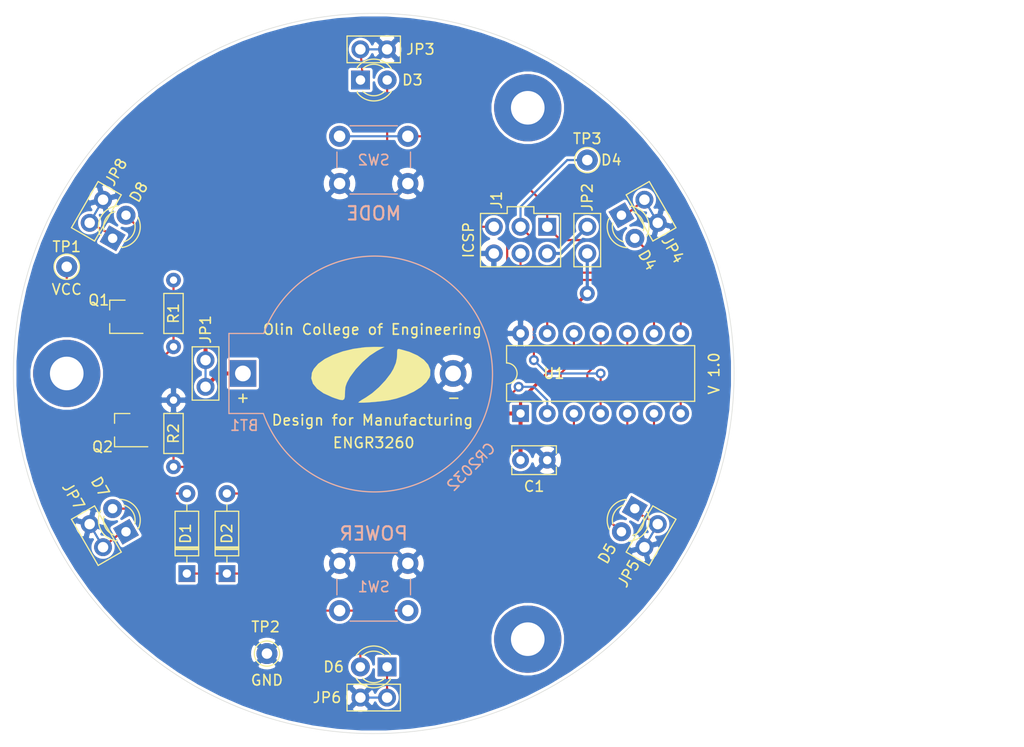
<source format=kicad_pcb>
(kicad_pcb (version 20171130) (host pcbnew "(5.1.6)-1")

  (general
    (thickness 1.6)
    (drawings 14)
    (tracks 141)
    (zones 0)
    (modules 33)
    (nets 26)
  )

  (page A4)
  (layers
    (0 F.Cu signal)
    (31 B.Cu signal)
    (35 F.Paste user hide)
    (36 B.SilkS user)
    (37 F.SilkS user)
    (38 B.Mask user hide)
    (39 F.Mask user hide)
    (44 Edge.Cuts user hide)
    (45 Margin user hide)
    (46 B.CrtYd user hide)
    (47 F.CrtYd user hide)
    (48 B.Fab user hide)
    (49 F.Fab user hide)
  )

  (setup
    (last_trace_width 0.2032)
    (user_trace_width 0.1524)
    (user_trace_width 0.1778)
    (user_trace_width 0.2032)
    (user_trace_width 0.254)
    (user_trace_width 0.3048)
    (user_trace_width 0.381)
    (user_trace_width 0.508)
    (user_trace_width 0.762)
    (user_trace_width 1.016)
    (user_trace_width 1.27)
    (user_trace_width 1.524)
    (user_trace_width 2.54)
    (trace_clearance 0.1778)
    (zone_clearance 0.254)
    (zone_45_only no)
    (trace_min 0.1524)
    (via_size 0.9398)
    (via_drill 0.508)
    (via_min_size 0.4)
    (via_min_drill 0.3)
    (user_via 0.7874 0.3556)
    (user_via 0.9398 0.508)
    (user_via 1.0414 0.508)
    (user_via 1.4224 0.7366)
    (user_via 1.651 0.762)
    (user_via 2.921 1.3208)
    (uvia_size 0.3048)
    (uvia_drill 0.1016)
    (uvias_allowed no)
    (uvia_min_size 0.2)
    (uvia_min_drill 0.1)
    (edge_width 0.05)
    (segment_width 0.2)
    (pcb_text_width 0.3)
    (pcb_text_size 1.5 1.5)
    (mod_edge_width 0.12)
    (mod_text_size 1 1)
    (mod_text_width 0.15)
    (pad_size 6.4 6.4)
    (pad_drill 3.200001)
    (pad_to_mask_clearance 0.05)
    (aux_axis_origin 0 0)
    (visible_elements 7EFFFFFF)
    (pcbplotparams
      (layerselection 0x030f8_ffffffff)
      (usegerberextensions false)
      (usegerberattributes false)
      (usegerberadvancedattributes false)
      (creategerberjobfile false)
      (excludeedgelayer true)
      (linewidth 0.100000)
      (plotframeref false)
      (viasonmask false)
      (mode 1)
      (useauxorigin false)
      (hpglpennumber 1)
      (hpglpenspeed 20)
      (hpglpendiameter 15.000000)
      (psnegative false)
      (psa4output false)
      (plotreference true)
      (plotvalue false)
      (plotinvisibletext false)
      (padsonsilk false)
      (subtractmaskfromsilk false)
      (outputformat 1)
      (mirror false)
      (drillshape 0)
      (scaleselection 1)
      (outputdirectory "//thinkpad4/Users/Stanley/Documents/@Files/Projects/1-Microcontroller/Arduino/NightLight-DesignForManufacturing/Hardware/Version2-ATTiny84/Gerbers/"))
  )

  (net 0 "")
  (net 1 GND)
  (net 2 "Net-(D1-Pad2)")
  (net 3 "Net-(BT1-Pad1)")
  (net 4 VCC)
  (net 5 "Net-(D1-Pad1)")
  (net 6 POWER_BUTTON)
  (net 7 "Net-(J1-Pad2)")
  (net 8 "Net-(JP1-Pad2)")
  (net 9 KEEP_POWER_ON)
  (net 10 "Net-(D3-Pad1)")
  (net 11 "Net-(D4-Pad1)")
  (net 12 "Net-(D5-Pad1)")
  (net 13 "Net-(D6-Pad1)")
  (net 14 "Net-(D7-Pad1)")
  (net 15 "Net-(D8-Pad1)")
  (net 16 ~RST)
  (net 17 MOSI)
  (net 18 SCK)
  (net 19 MISO)
  (net 20 LED_1)
  (net 21 LED_2)
  (net 22 LED_3)
  (net 23 LED_4)
  (net 24 LED_5)
  (net 25 LED_6)

  (net_class Default "This is the default net class."
    (clearance 0.1778)
    (trace_width 0.2032)
    (via_dia 0.9398)
    (via_drill 0.508)
    (uvia_dia 0.3048)
    (uvia_drill 0.1016)
    (diff_pair_width 0.2032)
    (diff_pair_gap 0.2032)
    (add_net GND)
    (add_net KEEP_POWER_ON)
    (add_net LED_1)
    (add_net LED_2)
    (add_net LED_3)
    (add_net LED_4)
    (add_net LED_5)
    (add_net LED_6)
    (add_net MISO)
    (add_net MOSI)
    (add_net "Net-(BT1-Pad1)")
    (add_net "Net-(D1-Pad1)")
    (add_net "Net-(D1-Pad2)")
    (add_net "Net-(D3-Pad1)")
    (add_net "Net-(D4-Pad1)")
    (add_net "Net-(D5-Pad1)")
    (add_net "Net-(D6-Pad1)")
    (add_net "Net-(D7-Pad1)")
    (add_net "Net-(D8-Pad1)")
    (add_net "Net-(J1-Pad2)")
    (add_net "Net-(JP1-Pad2)")
    (add_net POWER_BUTTON)
    (add_net SCK)
    (add_net VCC)
    (add_net ~RST)
  )

  (module MountingHole:MountingHole_3.2mm_M3_Pad (layer F.Cu) (tedit 5F5AA5AE) (tstamp 5F5BD539)
    (at 55.88 5.08)
    (descr "Mounting Hole 3.2mm, M3")
    (tags "mounting hole 3.2mm m3")
    (attr virtual)
    (fp_text reference "" (at 0 -4.2) (layer F.SilkS) hide
      (effects (font (size 1 1) (thickness 0.15)))
    )
    (fp_text value "" (at 0 4.2) (layer F.Fab) hide
      (effects (font (size 1 1) (thickness 0.15)))
    )
    (fp_circle (center 0 0) (end 3.2 0) (layer Cmts.User) (width 0.15))
    (fp_circle (center 0 0) (end 3.45 0) (layer F.CrtYd) (width 0.05))
    (fp_text user %R (at 0.3 0) (layer F.Fab) hide
      (effects (font (size 1 1) (thickness 0.15)))
    )
    (pad 1 thru_hole circle (at -41.2242 20.2184) (size 6.4 6.4) (drill 3.200001) (layers *.Cu *.Mask))
  )

  (module @CustomFootprints:OlinLogo (layer F.Cu) (tedit 5F525CA6) (tstamp 5F5BD097)
    (at -0.254 0.127)
    (fp_text reference "" (at -1.27 5.08) (layer F.SilkS)
      (effects (font (size 1.524 1.524) (thickness 0.3)))
    )
    (fp_text value "" (at 5.08 5.08) (layer F.SilkS)
      (effects (font (size 1.524 1.524) (thickness 0.3)))
    )
    (fp_poly (pts (xy 1.27 -2.654506) (xy 0.544862 -2.264634) (xy -0.123336 -1.822159) (xy -0.812271 -1.222684)
      (xy -1.453296 -0.533998) (xy -1.977764 0.176113) (xy -2.056191 0.303841) (xy -2.301376 0.757628)
      (xy -2.430468 1.132293) (xy -2.476735 1.538995) (xy -2.479524 1.718282) (xy -2.491918 2.094669)
      (xy -2.555099 2.320607) (xy -2.708067 2.40935) (xy -2.989823 2.374153) (xy -3.439365 2.22827)
      (xy -3.699311 2.132824) (xy -4.520992 1.75774) (xy -5.130593 1.327239) (xy -5.52175 0.851097)
      (xy -5.688099 0.339091) (xy -5.623274 -0.199004) (xy -5.452703 -0.560514) (xy -5.026734 -1.055863)
      (xy -4.398237 -1.508866) (xy -3.604907 -1.90565) (xy -2.68444 -2.232344) (xy -1.67453 -2.475075)
      (xy -0.612874 -2.619973) (xy 0.241905 -2.656141) (xy 1.27 -2.654506)) (layer F.SilkS) (width 0.01))
    (fp_poly (pts (xy 2.715365 -2.450559) (xy 3.646923 -2.185743) (xy 4.420796 -1.840218) (xy 5.021311 -1.428846)
      (xy 5.432793 -0.966492) (xy 5.639569 -0.468018) (xy 5.625964 0.051712) (xy 5.561255 0.248071)
      (xy 5.255731 0.713447) (xy 4.74883 1.169896) (xy 4.080682 1.594574) (xy 3.291412 1.964635)
      (xy 2.42115 2.257236) (xy 1.769513 2.406649) (xy 1.353274 2.471038) (xy 0.846597 2.53163)
      (xy 0.30214 2.584478) (xy -0.22744 2.625638) (xy -0.689487 2.651162) (xy -1.031342 2.657105)
      (xy -1.200348 2.639523) (xy -1.209524 2.629874) (xy -1.112431 2.541333) (xy -0.858283 2.374343)
      (xy -0.514048 2.171909) (xy 0.107068 1.747912) (xy 0.753008 1.181088) (xy 1.358713 0.538658)
      (xy 1.859124 -0.112161) (xy 2.116666 -0.546147) (xy 2.361164 -1.125298) (xy 2.464988 -1.640654)
      (xy 2.473461 -1.887355) (xy 2.47928 -2.248713) (xy 2.521629 -2.422996) (xy 2.623903 -2.464678)
      (xy 2.715365 -2.450559)) (layer F.SilkS) (width 0.01))
  )

  (module MountingHole:MountingHole_3.2mm_M3_Pad (layer F.Cu) (tedit 5F5AA589) (tstamp 5F5B2C49)
    (at 58.42 -6.35)
    (descr "Mounting Hole 3.2mm, M3")
    (tags "mounting hole 3.2mm m3")
    (attr virtual)
    (fp_text reference "" (at 0 -4.2) (layer F.SilkS) hide
      (effects (font (size 1 1) (thickness 0.15)))
    )
    (fp_text value MountingHole_3.2mm_M3_Pad (at 0 4.2) (layer F.Fab) hide
      (effects (font (size 1 1) (thickness 0.15)))
    )
    (fp_circle (center 0 0) (end 3.2 0) (layer Cmts.User) (width 0.15))
    (fp_circle (center 0 0) (end 3.45 0) (layer F.CrtYd) (width 0.05))
    (fp_text user %R (at 0.3 0) (layer F.Fab) hide
      (effects (font (size 1 1) (thickness 0.15)))
    )
    (pad 1 thru_hole circle (at -43.7642 -18.9484) (size 6.4 6.4) (drill 3.200001) (layers *.Cu *.Mask))
  )

  (module MountingHole:MountingHole_3.2mm_M3_Pad (layer F.Cu) (tedit 5F5AA54C) (tstamp 5F5B2BED)
    (at 45.72 -2.54)
    (descr "Mounting Hole 3.2mm, M3")
    (tags "mounting hole 3.2mm m3")
    (attr virtual)
    (fp_text reference "" (at 0 -4.2) (layer F.SilkS) hide
      (effects (font (size 1 1) (thickness 0.15)))
    )
    (fp_text value MountingHole_3.2mm_M3_Pad (at 0 4.2) (layer F.Fab) hide
      (effects (font (size 1 1) (thickness 0.15)))
    )
    (fp_circle (center 0 0) (end 3.2 0) (layer Cmts.User) (width 0.15))
    (fp_circle (center 0 0) (end 3.45 0) (layer F.CrtYd) (width 0.05))
    (fp_text user %R (at 0.3 0) (layer F.Fab) hide
      (effects (font (size 1 1) (thickness 0.15)))
    )
    (pad 1 thru_hole circle (at -74.93 2.54) (size 6.4 6.4) (drill 3.200001) (layers *.Cu *.Mask))
  )

  (module @CustomFootprints:BS_7_ND_for_CR2032 (layer B.Cu) (tedit 5F5270AF) (tstamp 5F51D10D)
    (at -12.446 0)
    (descr "Comfortable Electronic CR2450 battery holder, http://www.comf.com.tw/ProductDetail.asp?no=148")
    (tags "Comfortable Electronic CR2450")
    (path /5F54829F)
    (fp_text reference BT1 (at 0.127 4.953) (layer B.SilkS)
      (effects (font (size 1 1) (thickness 0.15)) (justify mirror))
    )
    (fp_text value CR2032_Holder (at 13.47 -2.54) (layer B.Fab)
      (effects (font (size 1 1) (thickness 0.15)) (justify mirror))
    )
    (fp_line (start -1.33 -3.81) (end -1.33 3.81) (layer B.SilkS) (width 0.12))
    (fp_line (start -1.33 -3.81) (end 1.905 -3.81) (layer B.SilkS) (width 0.12))
    (fp_line (start -1.33 3.81) (end 1.905 3.81) (layer B.SilkS) (width 0.12))
    (fp_arc (start 12.5222 0.0508) (end 1.981201 -3.81) (angle 320.3) (layer B.SilkS) (width 0.12))
    (pad 2 thru_hole circle (at 20 0 90) (size 2.54 2.54) (drill 1.4986) (layers *.Cu *.Mask)
      (net 1 GND))
    (pad 1 thru_hole rect (at 0 0 90) (size 2.54 2.54) (drill 1.4986) (layers *.Cu *.Mask)
      (net 3 "Net-(BT1-Pad1)"))
    (model C:/Users/Stanley/Documents/@Files/Projects/1-Microcontroller/Arduino/NightLight-DesignForManufacturing/CR2032_BatteryHolder_BS-7-ND.STEP
      (offset (xyz 19.9898 0 0))
      (scale (xyz 1 1 1))
      (rotate (xyz 0 0 180))
    )
  )

  (module @CustomFootprints:Jumper-Closed (layer F.Cu) (tedit 5F515C0A) (tstamp 5F51CFD9)
    (at -16.002 0 270)
    (path /5F5FE6A6)
    (fp_text reference JP1 (at -4.191 0 90) (layer F.SilkS)
      (effects (font (size 1 1) (thickness 0.15)))
    )
    (fp_text value Jumper_NC_Small (at 0 -5.072 90) (layer F.Fab)
      (effects (font (size 1 1) (thickness 0.15)))
    )
    (fp_line (start -2.54 -1.27) (end -2.54 1.27) (layer F.SilkS) (width 0.12))
    (fp_line (start -2.54 1.27) (end 2.54 1.27) (layer F.SilkS) (width 0.12))
    (fp_line (start 2.54 1.27) (end 2.54 -1.27) (layer F.SilkS) (width 0.12))
    (fp_line (start 2.54 -1.27) (end -2.54 -1.27) (layer F.SilkS) (width 0.12))
    (fp_line (start -1.27 0) (end 1.27 0) (layer B.Cu) (width 0.2032))
    (pad 2 thru_hole circle (at -1.27 0 270) (size 1.7018 1.7018) (drill 0.999998) (layers *.Cu *.Mask)
      (net 8 "Net-(JP1-Pad2)"))
    (pad 1 thru_hole circle (at 1.27 0 270) (size 1.7018 1.7018) (drill 0.999998) (layers *.Cu *.Mask)
      (net 3 "Net-(BT1-Pad1)"))
  )

  (module Package_DIP:DIP-14_W7.62mm (layer F.Cu) (tedit 5A02E8C5) (tstamp 5F51D3B4)
    (at 13.97 3.81 90)
    (descr "14-lead though-hole mounted DIP package, row spacing 7.62 mm (300 mils)")
    (tags "THT DIP DIL PDIP 2.54mm 7.62mm 300mil")
    (path /5F5CE8E9)
    (fp_text reference U1 (at 3.81 3.175 180) (layer F.SilkS)
      (effects (font (size 1 1) (thickness 0.15)))
    )
    (fp_text value ATtiny84A-PU (at 3.81 17.57 90) (layer F.Fab)
      (effects (font (size 1 1) (thickness 0.15)))
    )
    (fp_line (start 1.635 -1.27) (end 6.985 -1.27) (layer F.Fab) (width 0.1))
    (fp_line (start 6.985 -1.27) (end 6.985 16.51) (layer F.Fab) (width 0.1))
    (fp_line (start 6.985 16.51) (end 0.635 16.51) (layer F.Fab) (width 0.1))
    (fp_line (start 0.635 16.51) (end 0.635 -0.27) (layer F.Fab) (width 0.1))
    (fp_line (start 0.635 -0.27) (end 1.635 -1.27) (layer F.Fab) (width 0.1))
    (fp_line (start 2.81 -1.33) (end 1.16 -1.33) (layer F.SilkS) (width 0.12))
    (fp_line (start 1.16 -1.33) (end 1.16 16.57) (layer F.SilkS) (width 0.12))
    (fp_line (start 1.16 16.57) (end 6.46 16.57) (layer F.SilkS) (width 0.12))
    (fp_line (start 6.46 16.57) (end 6.46 -1.33) (layer F.SilkS) (width 0.12))
    (fp_line (start 6.46 -1.33) (end 4.81 -1.33) (layer F.SilkS) (width 0.12))
    (fp_line (start -1.1 -1.55) (end -1.1 16.8) (layer F.CrtYd) (width 0.05))
    (fp_line (start -1.1 16.8) (end 8.7 16.8) (layer F.CrtYd) (width 0.05))
    (fp_line (start 8.7 16.8) (end 8.7 -1.55) (layer F.CrtYd) (width 0.05))
    (fp_line (start 8.7 -1.55) (end -1.1 -1.55) (layer F.CrtYd) (width 0.05))
    (fp_text user %R (at 3.81 7.62 90) (layer F.Fab)
      (effects (font (size 1 1) (thickness 0.15)))
    )
    (fp_arc (start 3.81 -1.33) (end 2.81 -1.33) (angle -180) (layer F.SilkS) (width 0.12))
    (pad 14 thru_hole oval (at 7.62 0 90) (size 1.6 1.6) (drill 0.8) (layers *.Cu *.Mask)
      (net 1 GND))
    (pad 7 thru_hole oval (at 0 15.24 90) (size 1.6 1.6) (drill 0.8) (layers *.Cu *.Mask)
      (net 17 MOSI))
    (pad 13 thru_hole oval (at 7.62 2.54 90) (size 1.6 1.6) (drill 0.8) (layers *.Cu *.Mask)
      (net 20 LED_1))
    (pad 6 thru_hole oval (at 0 12.7 90) (size 1.6 1.6) (drill 0.8) (layers *.Cu *.Mask)
      (net 22 LED_3))
    (pad 12 thru_hole oval (at 7.62 5.08 90) (size 1.6 1.6) (drill 0.8) (layers *.Cu *.Mask)
      (net 9 KEEP_POWER_ON))
    (pad 5 thru_hole oval (at 0 10.16 90) (size 1.6 1.6) (drill 0.8) (layers *.Cu *.Mask)
      (net 23 LED_4))
    (pad 11 thru_hole oval (at 7.62 7.62 90) (size 1.6 1.6) (drill 0.8) (layers *.Cu *.Mask)
      (net 24 LED_5))
    (pad 4 thru_hole oval (at 0 7.62 90) (size 1.6 1.6) (drill 0.8) (layers *.Cu *.Mask)
      (net 16 ~RST))
    (pad 10 thru_hole oval (at 7.62 10.16 90) (size 1.6 1.6) (drill 0.8) (layers *.Cu *.Mask)
      (net 21 LED_2))
    (pad 3 thru_hole oval (at 0 5.08 90) (size 1.6 1.6) (drill 0.8) (layers *.Cu *.Mask)
      (net 6 POWER_BUTTON))
    (pad 9 thru_hole oval (at 7.62 12.7 90) (size 1.6 1.6) (drill 0.8) (layers *.Cu *.Mask)
      (net 18 SCK))
    (pad 2 thru_hole oval (at 0 2.54 90) (size 1.6 1.6) (drill 0.8) (layers *.Cu *.Mask)
      (net 25 LED_6))
    (pad 8 thru_hole oval (at 7.62 15.24 90) (size 1.6 1.6) (drill 0.8) (layers *.Cu *.Mask)
      (net 19 MISO))
    (pad 1 thru_hole rect (at 0 0 90) (size 1.6 1.6) (drill 0.8) (layers *.Cu *.Mask)
      (net 4 VCC))
    (model ${KISYS3DMOD}/Package_DIP.3dshapes/DIP-14_W7.62mm.wrl
      (at (xyz 0 0 0))
      (scale (xyz 1 1 1))
      (rotate (xyz 0 0 0))
    )
  )

  (module @CustomFootprints:Resistor_0.125W (layer F.Cu) (tedit 5F3AC72D) (tstamp 5F51E184)
    (at -19.05 8.89 90)
    (descr "Resistor, Axial_DIN0204 series, Axial, Horizontal, pin pitch=7.62mm, 0.167W, length*diameter=3.6*1.6mm^2, http://cdn-reichelt.de/documents/datenblatt/B400/1_4W%23YAG.pdf")
    (tags "Resistor Axial_DIN0204 series Axial Horizontal pin pitch 7.62mm 0.167W length 3.6mm diameter 1.6mm")
    (path /5F567445)
    (fp_text reference R2 (at 3.175 0 90) (layer F.SilkS)
      (effects (font (size 1 1) (thickness 0.15)))
    )
    (fp_text value 1M (at 3.81 1.92 90) (layer F.Fab)
      (effects (font (size 1 1) (thickness 0.15)))
    )
    (fp_line (start -1.016 1.016) (end -1.016 -1.016) (layer F.CrtYd) (width 0.12))
    (fp_line (start 7.366 1.016) (end -1.016 1.016) (layer F.CrtYd) (width 0.12))
    (fp_line (start 7.366 -1.016) (end 7.366 1.016) (layer F.CrtYd) (width 0.12))
    (fp_line (start -1.016 -1.016) (end 7.366 -1.016) (layer F.CrtYd) (width 0.12))
    (fp_line (start 1.27 0.889) (end 1.27 -0.889) (layer F.Fab) (width 0.12))
    (fp_line (start 5.08 0.889) (end 1.27 0.889) (layer F.Fab) (width 0.12))
    (fp_line (start 5.08 -0.889) (end 5.08 0.889) (layer F.Fab) (width 0.12))
    (fp_line (start 1.27 -0.889) (end 5.08 -0.889) (layer F.Fab) (width 0.12))
    (fp_line (start 5.08 0.92) (end 1.27 0.92) (layer F.SilkS) (width 0.12))
    (fp_line (start 1.27 -0.92) (end 5.08 -0.92) (layer F.SilkS) (width 0.12))
    (fp_line (start 5.08 0.92) (end 5.08 -0.92) (layer F.SilkS) (width 0.12))
    (fp_line (start 1.27 -0.92) (end 1.27 0.92) (layer F.SilkS) (width 0.12))
    (fp_text user %R (at 3.302 0 90) (layer F.Fab)
      (effects (font (size 0.72 0.72) (thickness 0.108)))
    )
    (pad 2 thru_hole oval (at 6.35 0 90) (size 1.4 1.4) (drill 0.7) (layers *.Cu *.Mask)
      (net 1 GND))
    (pad 1 thru_hole circle (at 0 0 90) (size 1.4 1.4) (drill 0.7) (layers *.Cu *.Mask)
      (net 9 KEEP_POWER_ON))
    (model ${KISYS3DMOD}/Resistor_THT.3dshapes/R_Axial_DIN0204_L3.6mm_D1.6mm_P7.62mm_Horizontal.wrl
      (at (xyz 0 0 0))
      (scale (xyz 1 1 1))
      (rotate (xyz 0 0 0))
    )
  )

  (module @CustomFootprints:Resistor_0.125W (layer F.Cu) (tedit 5F3AC72D) (tstamp 5F51D305)
    (at -19.05 -2.54 90)
    (descr "Resistor, Axial_DIN0204 series, Axial, Horizontal, pin pitch=7.62mm, 0.167W, length*diameter=3.6*1.6mm^2, http://cdn-reichelt.de/documents/datenblatt/B400/1_4W%23YAG.pdf")
    (tags "Resistor Axial_DIN0204 series Axial Horizontal pin pitch 7.62mm 0.167W length 3.6mm diameter 1.6mm")
    (path /5F55BD46)
    (fp_text reference R1 (at 3.175 0 90) (layer F.SilkS)
      (effects (font (size 1 1) (thickness 0.15)))
    )
    (fp_text value 1M (at 3.81 1.92 90) (layer F.Fab)
      (effects (font (size 1 1) (thickness 0.15)))
    )
    (fp_line (start -1.016 1.016) (end -1.016 -1.016) (layer F.CrtYd) (width 0.12))
    (fp_line (start 7.366 1.016) (end -1.016 1.016) (layer F.CrtYd) (width 0.12))
    (fp_line (start 7.366 -1.016) (end 7.366 1.016) (layer F.CrtYd) (width 0.12))
    (fp_line (start -1.016 -1.016) (end 7.366 -1.016) (layer F.CrtYd) (width 0.12))
    (fp_line (start 1.27 0.889) (end 1.27 -0.889) (layer F.Fab) (width 0.12))
    (fp_line (start 5.08 0.889) (end 1.27 0.889) (layer F.Fab) (width 0.12))
    (fp_line (start 5.08 -0.889) (end 5.08 0.889) (layer F.Fab) (width 0.12))
    (fp_line (start 1.27 -0.889) (end 5.08 -0.889) (layer F.Fab) (width 0.12))
    (fp_line (start 5.08 0.92) (end 1.27 0.92) (layer F.SilkS) (width 0.12))
    (fp_line (start 1.27 -0.92) (end 5.08 -0.92) (layer F.SilkS) (width 0.12))
    (fp_line (start 5.08 0.92) (end 5.08 -0.92) (layer F.SilkS) (width 0.12))
    (fp_line (start 1.27 -0.92) (end 1.27 0.92) (layer F.SilkS) (width 0.12))
    (fp_text user %R (at 3.302 0 90) (layer F.Fab)
      (effects (font (size 0.72 0.72) (thickness 0.108)))
    )
    (pad 2 thru_hole oval (at 6.35 0 90) (size 1.4 1.4) (drill 0.7) (layers *.Cu *.Mask)
      (net 8 "Net-(JP1-Pad2)"))
    (pad 1 thru_hole circle (at 0 0 90) (size 1.4 1.4) (drill 0.7) (layers *.Cu *.Mask)
      (net 2 "Net-(D1-Pad2)"))
    (model ${KISYS3DMOD}/Resistor_THT.3dshapes/R_Axial_DIN0204_L3.6mm_D1.6mm_P7.62mm_Horizontal.wrl
      (at (xyz 0 0 0))
      (scale (xyz 1 1 1))
      (rotate (xyz 0 0 0))
    )
  )

  (module Package_TO_SOT_SMD:SOT-23_Handsoldering (layer F.Cu) (tedit 5A0AB76C) (tstamp 5F5BD156)
    (at -23.9 5.395 180)
    (descr "SOT-23, Handsoldering")
    (tags SOT-23)
    (path /5F54DC6C)
    (attr smd)
    (fp_text reference Q2 (at 1.905 -1.59) (layer F.SilkS)
      (effects (font (size 1 1) (thickness 0.15)))
    )
    (fp_text value IRLML6244 (at 0 2.5) (layer F.Fab)
      (effects (font (size 1 1) (thickness 0.15)))
    )
    (fp_line (start 0.76 1.58) (end 0.76 0.65) (layer F.SilkS) (width 0.12))
    (fp_line (start 0.76 -1.58) (end 0.76 -0.65) (layer F.SilkS) (width 0.12))
    (fp_line (start -2.7 -1.75) (end 2.7 -1.75) (layer F.CrtYd) (width 0.05))
    (fp_line (start 2.7 -1.75) (end 2.7 1.75) (layer F.CrtYd) (width 0.05))
    (fp_line (start 2.7 1.75) (end -2.7 1.75) (layer F.CrtYd) (width 0.05))
    (fp_line (start -2.7 1.75) (end -2.7 -1.75) (layer F.CrtYd) (width 0.05))
    (fp_line (start 0.76 -1.58) (end -2.4 -1.58) (layer F.SilkS) (width 0.12))
    (fp_line (start -0.7 -0.95) (end -0.7 1.5) (layer F.Fab) (width 0.1))
    (fp_line (start -0.15 -1.52) (end 0.7 -1.52) (layer F.Fab) (width 0.1))
    (fp_line (start -0.7 -0.95) (end -0.15 -1.52) (layer F.Fab) (width 0.1))
    (fp_line (start 0.7 -1.52) (end 0.7 1.52) (layer F.Fab) (width 0.1))
    (fp_line (start -0.7 1.52) (end 0.7 1.52) (layer F.Fab) (width 0.1))
    (fp_line (start 0.76 1.58) (end -0.7 1.58) (layer F.SilkS) (width 0.12))
    (fp_text user %R (at 0 0 90) (layer F.Fab)
      (effects (font (size 0.5 0.5) (thickness 0.075)))
    )
    (pad 3 smd rect (at 1.5 0 180) (size 1.9 0.8) (layers F.Cu F.Paste F.Mask)
      (net 2 "Net-(D1-Pad2)"))
    (pad 2 smd rect (at -1.5 0.95 180) (size 1.9 0.8) (layers F.Cu F.Paste F.Mask)
      (net 1 GND))
    (pad 1 smd rect (at -1.5 -0.95 180) (size 1.9 0.8) (layers F.Cu F.Paste F.Mask)
      (net 9 KEEP_POWER_ON))
    (model ${KISYS3DMOD}/Package_TO_SOT_SMD.3dshapes/SOT-23.wrl
      (at (xyz 0 0 0))
      (scale (xyz 1 1 1))
      (rotate (xyz 0 0 0))
    )
  )

  (module Package_TO_SOT_SMD:SOT-23_Handsoldering (layer F.Cu) (tedit 5A0AB76C) (tstamp 5F51FE1E)
    (at -24.36 -5.4 180)
    (descr "SOT-23, Handsoldering")
    (tags SOT-23)
    (path /5F54F12B)
    (attr smd)
    (fp_text reference Q1 (at 1.802 1.585) (layer F.SilkS)
      (effects (font (size 1 1) (thickness 0.15)))
    )
    (fp_text value IRLML2244 (at 0 2.5) (layer F.Fab)
      (effects (font (size 1 1) (thickness 0.15)))
    )
    (fp_line (start 0.76 1.58) (end 0.76 0.65) (layer F.SilkS) (width 0.12))
    (fp_line (start 0.76 -1.58) (end 0.76 -0.65) (layer F.SilkS) (width 0.12))
    (fp_line (start -2.7 -1.75) (end 2.7 -1.75) (layer F.CrtYd) (width 0.05))
    (fp_line (start 2.7 -1.75) (end 2.7 1.75) (layer F.CrtYd) (width 0.05))
    (fp_line (start 2.7 1.75) (end -2.7 1.75) (layer F.CrtYd) (width 0.05))
    (fp_line (start -2.7 1.75) (end -2.7 -1.75) (layer F.CrtYd) (width 0.05))
    (fp_line (start 0.76 -1.58) (end -2.4 -1.58) (layer F.SilkS) (width 0.12))
    (fp_line (start -0.7 -0.95) (end -0.7 1.5) (layer F.Fab) (width 0.1))
    (fp_line (start -0.15 -1.52) (end 0.7 -1.52) (layer F.Fab) (width 0.1))
    (fp_line (start -0.7 -0.95) (end -0.15 -1.52) (layer F.Fab) (width 0.1))
    (fp_line (start 0.7 -1.52) (end 0.7 1.52) (layer F.Fab) (width 0.1))
    (fp_line (start -0.7 1.52) (end 0.7 1.52) (layer F.Fab) (width 0.1))
    (fp_line (start 0.76 1.58) (end -0.7 1.58) (layer F.SilkS) (width 0.12))
    (fp_text user %R (at 0 0 90) (layer F.Fab)
      (effects (font (size 0.5 0.5) (thickness 0.075)))
    )
    (pad 3 smd rect (at 1.5 0 180) (size 1.9 0.8) (layers F.Cu F.Paste F.Mask)
      (net 4 VCC))
    (pad 2 smd rect (at -1.5 0.95 180) (size 1.9 0.8) (layers F.Cu F.Paste F.Mask)
      (net 8 "Net-(JP1-Pad2)"))
    (pad 1 smd rect (at -1.5 -0.95 180) (size 1.9 0.8) (layers F.Cu F.Paste F.Mask)
      (net 2 "Net-(D1-Pad2)"))
    (model ${KISYS3DMOD}/Package_TO_SOT_SMD.3dshapes/SOT-23.wrl
      (at (xyz 0 0 0))
      (scale (xyz 1 1 1))
      (rotate (xyz 0 0 0))
    )
  )

  (module @CustomFootprints:LED_D3.0mm (layer F.Cu) (tedit 5F51A878) (tstamp 5F5AAFF9)
    (at -24.2062 -13.97 60)
    (descr "LED, diameter 3.0mm, 2 pins")
    (tags "LED diameter 3.0mm 2 pins")
    (path /5F5AC72B)
    (fp_text reference D8 (at 3.786716 -0.045216 60) (layer F.SilkS)
      (effects (font (size 1 1) (thickness 0.15)))
    )
    (fp_text value "White LED" (at 0 2.96 60) (layer F.Fab)
      (effects (font (size 1 1) (thickness 0.15)))
    )
    (fp_circle (center 0 0) (end 1.5 0) (layer F.Fab) (width 0.1))
    (fp_line (start -1.5 -1.16619) (end -1.5 1.16619) (layer F.Fab) (width 0.1))
    (fp_line (start -1.56 -1.236) (end -1.56 -1.08) (layer F.SilkS) (width 0.12))
    (fp_line (start -1.56 1.08) (end -1.56 1.236) (layer F.SilkS) (width 0.12))
    (fp_line (start -2.42 -2.25) (end -2.42 2.25) (layer F.CrtYd) (width 0.05))
    (fp_line (start -2.42 2.25) (end 2.43 2.25) (layer F.CrtYd) (width 0.05))
    (fp_line (start 2.43 2.25) (end 2.43 -2.25) (layer F.CrtYd) (width 0.05))
    (fp_line (start 2.43 -2.25) (end -2.42 -2.25) (layer F.CrtYd) (width 0.05))
    (fp_arc (start 0 0) (end -1.040961 1.08) (angle -87.9) (layer F.SilkS) (width 0.12))
    (fp_arc (start 0 0) (end -1.040961 -1.08) (angle 87.9) (layer F.SilkS) (width 0.12))
    (fp_arc (start 0 0) (end -1.56 1.235516) (angle -108.8) (layer F.SilkS) (width 0.12))
    (fp_arc (start 0 0) (end -1.56 -1.235516) (angle 108.8) (layer F.SilkS) (width 0.12))
    (fp_arc (start 0 0) (end -1.5 -1.16619) (angle 284.3) (layer F.Fab) (width 0.1))
    (pad 2 thru_hole circle (at 1.27 0 60) (size 1.8 1.8) (drill 0.9) (layers *.Cu *.Mask)
      (net 25 LED_6))
    (pad 1 thru_hole rect (at -1.27 0 60) (size 1.8 1.8) (drill 0.9) (layers *.Cu *.Mask)
      (net 15 "Net-(D8-Pad1)"))
    (model ${KISYS3DMOD}/LED_THT.3dshapes/LED_D3.0mm.wrl
      (offset (xyz -1.27 0 -1.27))
      (scale (xyz 1 1 1))
      (rotate (xyz 0 0 0))
    )
  )

  (module @CustomFootprints:LED_D3.0mm (layer F.Cu) (tedit 5F51A878) (tstamp 5F5AACAD)
    (at -24.2062 13.97 120)
    (descr "LED, diameter 3.0mm, 2 pins")
    (tags "LED diameter 3.0mm 2 pins")
    (path /5F5AC3AC)
    (fp_text reference D7 (at 3.664031 0.003713 120) (layer F.SilkS)
      (effects (font (size 1 1) (thickness 0.15)))
    )
    (fp_text value "White LED" (at 0 2.96 120) (layer F.Fab)
      (effects (font (size 1 1) (thickness 0.15)))
    )
    (fp_circle (center 0 0) (end 1.5 0) (layer F.Fab) (width 0.1))
    (fp_line (start -1.5 -1.16619) (end -1.5 1.16619) (layer F.Fab) (width 0.1))
    (fp_line (start -1.56 -1.236) (end -1.56 -1.08) (layer F.SilkS) (width 0.12))
    (fp_line (start -1.56 1.08) (end -1.56 1.236) (layer F.SilkS) (width 0.12))
    (fp_line (start -2.42 -2.25) (end -2.42 2.25) (layer F.CrtYd) (width 0.05))
    (fp_line (start -2.42 2.25) (end 2.43 2.25) (layer F.CrtYd) (width 0.05))
    (fp_line (start 2.43 2.25) (end 2.43 -2.25) (layer F.CrtYd) (width 0.05))
    (fp_line (start 2.43 -2.25) (end -2.42 -2.25) (layer F.CrtYd) (width 0.05))
    (fp_arc (start 0 0) (end -1.040961 1.08) (angle -87.9) (layer F.SilkS) (width 0.12))
    (fp_arc (start 0 0) (end -1.040961 -1.08) (angle 87.9) (layer F.SilkS) (width 0.12))
    (fp_arc (start 0 0) (end -1.56 1.235516) (angle -108.8) (layer F.SilkS) (width 0.12))
    (fp_arc (start 0 0) (end -1.56 -1.235516) (angle 108.8) (layer F.SilkS) (width 0.12))
    (fp_arc (start 0 0) (end -1.5 -1.16619) (angle 284.3) (layer F.Fab) (width 0.1))
    (pad 2 thru_hole circle (at 1.27 0 120) (size 1.8 1.8) (drill 0.9) (layers *.Cu *.Mask)
      (net 24 LED_5))
    (pad 1 thru_hole rect (at -1.27 0 120) (size 1.8 1.8) (drill 0.9) (layers *.Cu *.Mask)
      (net 14 "Net-(D7-Pad1)"))
    (model ${KISYS3DMOD}/LED_THT.3dshapes/LED_D3.0mm.wrl
      (offset (xyz -1.27 0 -1.27))
      (scale (xyz 1 1 1))
      (rotate (xyz 0 0 0))
    )
  )

  (module @CustomFootprints:LED_D3.0mm (layer F.Cu) (tedit 5F51A878) (tstamp 5F521801)
    (at 0 27.94 180)
    (descr "LED, diameter 3.0mm, 2 pins")
    (tags "LED diameter 3.0mm 2 pins")
    (path /5F5ABEEF)
    (fp_text reference D6 (at 3.81 0) (layer F.SilkS)
      (effects (font (size 1 1) (thickness 0.15)))
    )
    (fp_text value "White LED" (at 0 2.96) (layer F.Fab)
      (effects (font (size 1 1) (thickness 0.15)))
    )
    (fp_circle (center 0 0) (end 1.5 0) (layer F.Fab) (width 0.1))
    (fp_line (start -1.5 -1.16619) (end -1.5 1.16619) (layer F.Fab) (width 0.1))
    (fp_line (start -1.56 -1.236) (end -1.56 -1.08) (layer F.SilkS) (width 0.12))
    (fp_line (start -1.56 1.08) (end -1.56 1.236) (layer F.SilkS) (width 0.12))
    (fp_line (start -2.42 -2.25) (end -2.42 2.25) (layer F.CrtYd) (width 0.05))
    (fp_line (start -2.42 2.25) (end 2.43 2.25) (layer F.CrtYd) (width 0.05))
    (fp_line (start 2.43 2.25) (end 2.43 -2.25) (layer F.CrtYd) (width 0.05))
    (fp_line (start 2.43 -2.25) (end -2.42 -2.25) (layer F.CrtYd) (width 0.05))
    (fp_arc (start 0 0) (end -1.040961 1.08) (angle -87.9) (layer F.SilkS) (width 0.12))
    (fp_arc (start 0 0) (end -1.040961 -1.08) (angle 87.9) (layer F.SilkS) (width 0.12))
    (fp_arc (start 0 0) (end -1.56 1.235516) (angle -108.8) (layer F.SilkS) (width 0.12))
    (fp_arc (start 0 0) (end -1.56 -1.235516) (angle 108.8) (layer F.SilkS) (width 0.12))
    (fp_arc (start 0 0) (end -1.5 -1.16619) (angle 284.3) (layer F.Fab) (width 0.1))
    (pad 2 thru_hole circle (at 1.27 0 180) (size 1.8 1.8) (drill 0.9) (layers *.Cu *.Mask)
      (net 23 LED_4))
    (pad 1 thru_hole rect (at -1.27 0 180) (size 1.8 1.8) (drill 0.9) (layers *.Cu *.Mask)
      (net 13 "Net-(D6-Pad1)"))
    (model ${KISYS3DMOD}/LED_THT.3dshapes/LED_D3.0mm.wrl
      (offset (xyz -1.27 0 -1.27))
      (scale (xyz 1 1 1))
      (rotate (xyz 0 0 0))
    )
  )

  (module @CustomFootprints:LED_D3.0mm (layer F.Cu) (tedit 5F51A878) (tstamp 5F5AB1A4)
    (at 24.2062 13.97 240)
    (descr "LED, diameter 3.0mm, 2 pins")
    (tags "LED diameter 3.0mm 2 pins")
    (path /5F5ABB82)
    (fp_text reference D5 (at 3.740231 0.12827 60) (layer F.SilkS)
      (effects (font (size 1 1) (thickness 0.15)))
    )
    (fp_text value "White LED" (at 0 2.96 60) (layer F.Fab)
      (effects (font (size 1 1) (thickness 0.15)))
    )
    (fp_circle (center 0 0) (end 1.5 0) (layer F.Fab) (width 0.1))
    (fp_line (start -1.5 -1.16619) (end -1.5 1.16619) (layer F.Fab) (width 0.1))
    (fp_line (start -1.56 -1.236) (end -1.56 -1.08) (layer F.SilkS) (width 0.12))
    (fp_line (start -1.56 1.08) (end -1.56 1.236) (layer F.SilkS) (width 0.12))
    (fp_line (start -2.42 -2.25) (end -2.42 2.25) (layer F.CrtYd) (width 0.05))
    (fp_line (start -2.42 2.25) (end 2.43 2.25) (layer F.CrtYd) (width 0.05))
    (fp_line (start 2.43 2.25) (end 2.43 -2.25) (layer F.CrtYd) (width 0.05))
    (fp_line (start 2.43 -2.25) (end -2.42 -2.25) (layer F.CrtYd) (width 0.05))
    (fp_arc (start 0 0) (end -1.040961 1.08) (angle -87.9) (layer F.SilkS) (width 0.12))
    (fp_arc (start 0 0) (end -1.040961 -1.08) (angle 87.9) (layer F.SilkS) (width 0.12))
    (fp_arc (start 0 0) (end -1.56 1.235516) (angle -108.8) (layer F.SilkS) (width 0.12))
    (fp_arc (start 0 0) (end -1.56 -1.235516) (angle 108.8) (layer F.SilkS) (width 0.12))
    (fp_arc (start 0 0) (end -1.5 -1.16619) (angle 284.3) (layer F.Fab) (width 0.1))
    (pad 2 thru_hole circle (at 1.27 0 240) (size 1.8 1.8) (drill 0.9) (layers *.Cu *.Mask)
      (net 22 LED_3))
    (pad 1 thru_hole rect (at -1.27 0 240) (size 1.8 1.8) (drill 0.9) (layers *.Cu *.Mask)
      (net 12 "Net-(D5-Pad1)"))
    (model ${KISYS3DMOD}/LED_THT.3dshapes/LED_D3.0mm.wrl
      (offset (xyz -1.27 0 -1.27))
      (scale (xyz 1 1 1))
      (rotate (xyz 0 0 0))
    )
  )

  (module @CustomFootprints:LED_D3.0mm (layer F.Cu) (tedit 5F51A878) (tstamp 5F51D187)
    (at 24.2062 -13.97 300)
    (descr "LED, diameter 3.0mm, 2 pins")
    (tags "LED diameter 3.0mm 2 pins")
    (path /5F5AB80F)
    (fp_text reference D4 (at 3.664031 0.003713 120) (layer F.SilkS)
      (effects (font (size 1 1) (thickness 0.15)))
    )
    (fp_text value "White LED" (at 0 2.96 120) (layer F.Fab)
      (effects (font (size 1 1) (thickness 0.15)))
    )
    (fp_circle (center 0 0) (end 1.5 0) (layer F.Fab) (width 0.1))
    (fp_line (start -1.5 -1.16619) (end -1.5 1.16619) (layer F.Fab) (width 0.1))
    (fp_line (start -1.56 -1.236) (end -1.56 -1.08) (layer F.SilkS) (width 0.12))
    (fp_line (start -1.56 1.08) (end -1.56 1.236) (layer F.SilkS) (width 0.12))
    (fp_line (start -2.42 -2.25) (end -2.42 2.25) (layer F.CrtYd) (width 0.05))
    (fp_line (start -2.42 2.25) (end 2.43 2.25) (layer F.CrtYd) (width 0.05))
    (fp_line (start 2.43 2.25) (end 2.43 -2.25) (layer F.CrtYd) (width 0.05))
    (fp_line (start 2.43 -2.25) (end -2.42 -2.25) (layer F.CrtYd) (width 0.05))
    (fp_arc (start 0 0) (end -1.040961 1.08) (angle -87.9) (layer F.SilkS) (width 0.12))
    (fp_arc (start 0 0) (end -1.040961 -1.08) (angle 87.9) (layer F.SilkS) (width 0.12))
    (fp_arc (start 0 0) (end -1.56 1.235516) (angle -108.8) (layer F.SilkS) (width 0.12))
    (fp_arc (start 0 0) (end -1.56 -1.235516) (angle 108.8) (layer F.SilkS) (width 0.12))
    (fp_arc (start 0 0) (end -1.5 -1.16619) (angle 284.3) (layer F.Fab) (width 0.1))
    (pad 2 thru_hole circle (at 1.27 0 300) (size 1.8 1.8) (drill 0.9) (layers *.Cu *.Mask)
      (net 21 LED_2))
    (pad 1 thru_hole rect (at -1.27 0 300) (size 1.8 1.8) (drill 0.9) (layers *.Cu *.Mask)
      (net 11 "Net-(D4-Pad1)"))
    (model ${KISYS3DMOD}/LED_THT.3dshapes/LED_D3.0mm.wrl
      (offset (xyz -1.27 0 -1.27))
      (scale (xyz 1 1 1))
      (rotate (xyz 0 0 0))
    )
  )

  (module @CustomFootprints:LED_D3.0mm (layer F.Cu) (tedit 5F51A878) (tstamp 5F51D174)
    (at 0.009 -27.94)
    (descr "LED, diameter 3.0mm, 2 pins")
    (tags "LED diameter 3.0mm 2 pins")
    (path /5F5B9F30)
    (fp_text reference D3 (at 3.674 0) (layer F.SilkS)
      (effects (font (size 1 1) (thickness 0.15)))
    )
    (fp_text value "White LED" (at 0 2.96) (layer F.Fab)
      (effects (font (size 1 1) (thickness 0.15)))
    )
    (fp_circle (center 0 0) (end 1.5 0) (layer F.Fab) (width 0.1))
    (fp_line (start -1.5 -1.16619) (end -1.5 1.16619) (layer F.Fab) (width 0.1))
    (fp_line (start -1.56 -1.236) (end -1.56 -1.08) (layer F.SilkS) (width 0.12))
    (fp_line (start -1.56 1.08) (end -1.56 1.236) (layer F.SilkS) (width 0.12))
    (fp_line (start -2.42 -2.25) (end -2.42 2.25) (layer F.CrtYd) (width 0.05))
    (fp_line (start -2.42 2.25) (end 2.43 2.25) (layer F.CrtYd) (width 0.05))
    (fp_line (start 2.43 2.25) (end 2.43 -2.25) (layer F.CrtYd) (width 0.05))
    (fp_line (start 2.43 -2.25) (end -2.42 -2.25) (layer F.CrtYd) (width 0.05))
    (fp_arc (start 0 0) (end -1.040961 1.08) (angle -87.9) (layer F.SilkS) (width 0.12))
    (fp_arc (start 0 0) (end -1.040961 -1.08) (angle 87.9) (layer F.SilkS) (width 0.12))
    (fp_arc (start 0 0) (end -1.56 1.235516) (angle -108.8) (layer F.SilkS) (width 0.12))
    (fp_arc (start 0 0) (end -1.56 -1.235516) (angle 108.8) (layer F.SilkS) (width 0.12))
    (fp_arc (start 0 0) (end -1.5 -1.16619) (angle 284.3) (layer F.Fab) (width 0.1))
    (pad 2 thru_hole circle (at 1.27 0) (size 1.8 1.8) (drill 0.9) (layers *.Cu *.Mask)
      (net 20 LED_1))
    (pad 1 thru_hole rect (at -1.27 0) (size 1.8 1.8) (drill 0.9) (layers *.Cu *.Mask)
      (net 10 "Net-(D3-Pad1)"))
    (model ${KISYS3DMOD}/LED_THT.3dshapes/LED_D3.0mm.wrl
      (offset (xyz -1.27 0 -1.27))
      (scale (xyz 1 1 1))
      (rotate (xyz 0 0 0))
    )
  )

  (module Diode_THT:D_DO-35_SOD27_P7.62mm_Horizontal (layer F.Cu) (tedit 5AE50CD5) (tstamp 5F51D161)
    (at -13.97 19.05 90)
    (descr "Diode, DO-35_SOD27 series, Axial, Horizontal, pin pitch=7.62mm, , length*diameter=4*2mm^2, , http://www.diodes.com/_files/packages/DO-35.pdf")
    (tags "Diode DO-35_SOD27 series Axial Horizontal pin pitch 7.62mm  length 4mm diameter 2mm")
    (path /5F58CA89)
    (fp_text reference D2 (at 3.81 0 90) (layer F.SilkS)
      (effects (font (size 1 1) (thickness 0.15)))
    )
    (fp_text value 1N4148 (at 3.81 2.12 90) (layer F.Fab)
      (effects (font (size 1 1) (thickness 0.15)))
    )
    (fp_line (start 1.81 -1) (end 1.81 1) (layer F.Fab) (width 0.1))
    (fp_line (start 1.81 1) (end 5.81 1) (layer F.Fab) (width 0.1))
    (fp_line (start 5.81 1) (end 5.81 -1) (layer F.Fab) (width 0.1))
    (fp_line (start 5.81 -1) (end 1.81 -1) (layer F.Fab) (width 0.1))
    (fp_line (start 0 0) (end 1.81 0) (layer F.Fab) (width 0.1))
    (fp_line (start 7.62 0) (end 5.81 0) (layer F.Fab) (width 0.1))
    (fp_line (start 2.41 -1) (end 2.41 1) (layer F.Fab) (width 0.1))
    (fp_line (start 2.51 -1) (end 2.51 1) (layer F.Fab) (width 0.1))
    (fp_line (start 2.31 -1) (end 2.31 1) (layer F.Fab) (width 0.1))
    (fp_line (start 1.69 -1.12) (end 1.69 1.12) (layer F.SilkS) (width 0.12))
    (fp_line (start 1.69 1.12) (end 5.93 1.12) (layer F.SilkS) (width 0.12))
    (fp_line (start 5.93 1.12) (end 5.93 -1.12) (layer F.SilkS) (width 0.12))
    (fp_line (start 5.93 -1.12) (end 1.69 -1.12) (layer F.SilkS) (width 0.12))
    (fp_line (start 1.04 0) (end 1.69 0) (layer F.SilkS) (width 0.12))
    (fp_line (start 6.58 0) (end 5.93 0) (layer F.SilkS) (width 0.12))
    (fp_line (start 2.41 -1.12) (end 2.41 1.12) (layer F.SilkS) (width 0.12))
    (fp_line (start 2.53 -1.12) (end 2.53 1.12) (layer F.SilkS) (width 0.12))
    (fp_line (start 2.29 -1.12) (end 2.29 1.12) (layer F.SilkS) (width 0.12))
    (fp_line (start -1.05 -1.25) (end -1.05 1.25) (layer F.CrtYd) (width 0.05))
    (fp_line (start -1.05 1.25) (end 8.67 1.25) (layer F.CrtYd) (width 0.05))
    (fp_line (start 8.67 1.25) (end 8.67 -1.25) (layer F.CrtYd) (width 0.05))
    (fp_line (start 8.67 -1.25) (end -1.05 -1.25) (layer F.CrtYd) (width 0.05))
    (fp_text user K (at 0 -1.8 90) (layer F.Fab)
      (effects (font (size 1 1) (thickness 0.15)))
    )
    (fp_text user %R (at 4.11 0 90) (layer F.Fab)
      (effects (font (size 0.8 0.8) (thickness 0.12)))
    )
    (pad 2 thru_hole oval (at 7.62 0 90) (size 1.6 1.6) (drill 0.8) (layers *.Cu *.Mask)
      (net 6 POWER_BUTTON))
    (pad 1 thru_hole rect (at 0 0 90) (size 1.6 1.6) (drill 0.8) (layers *.Cu *.Mask)
      (net 5 "Net-(D1-Pad1)"))
    (model ${KISYS3DMOD}/Diode_THT.3dshapes/D_DO-35_SOD27_P7.62mm_Horizontal.wrl
      (at (xyz 0 0 0))
      (scale (xyz 1 1 1))
      (rotate (xyz 0 0 0))
    )
  )

  (module Diode_THT:D_DO-35_SOD27_P7.62mm_Horizontal (layer F.Cu) (tedit 5AE50CD5) (tstamp 5F51D148)
    (at -17.78 19.05 90)
    (descr "Diode, DO-35_SOD27 series, Axial, Horizontal, pin pitch=7.62mm, , length*diameter=4*2mm^2, , http://www.diodes.com/_files/packages/DO-35.pdf")
    (tags "Diode DO-35_SOD27 series Axial Horizontal pin pitch 7.62mm  length 4mm diameter 2mm")
    (path /5F574E93)
    (fp_text reference D1 (at 3.81 -0.127 90) (layer F.SilkS)
      (effects (font (size 1 1) (thickness 0.15)))
    )
    (fp_text value 1N4148 (at 3.81 2.12 90) (layer F.Fab)
      (effects (font (size 1 1) (thickness 0.15)))
    )
    (fp_line (start 1.81 -1) (end 1.81 1) (layer F.Fab) (width 0.1))
    (fp_line (start 1.81 1) (end 5.81 1) (layer F.Fab) (width 0.1))
    (fp_line (start 5.81 1) (end 5.81 -1) (layer F.Fab) (width 0.1))
    (fp_line (start 5.81 -1) (end 1.81 -1) (layer F.Fab) (width 0.1))
    (fp_line (start 0 0) (end 1.81 0) (layer F.Fab) (width 0.1))
    (fp_line (start 7.62 0) (end 5.81 0) (layer F.Fab) (width 0.1))
    (fp_line (start 2.41 -1) (end 2.41 1) (layer F.Fab) (width 0.1))
    (fp_line (start 2.51 -1) (end 2.51 1) (layer F.Fab) (width 0.1))
    (fp_line (start 2.31 -1) (end 2.31 1) (layer F.Fab) (width 0.1))
    (fp_line (start 1.69 -1.12) (end 1.69 1.12) (layer F.SilkS) (width 0.12))
    (fp_line (start 1.69 1.12) (end 5.93 1.12) (layer F.SilkS) (width 0.12))
    (fp_line (start 5.93 1.12) (end 5.93 -1.12) (layer F.SilkS) (width 0.12))
    (fp_line (start 5.93 -1.12) (end 1.69 -1.12) (layer F.SilkS) (width 0.12))
    (fp_line (start 1.04 0) (end 1.69 0) (layer F.SilkS) (width 0.12))
    (fp_line (start 6.58 0) (end 5.93 0) (layer F.SilkS) (width 0.12))
    (fp_line (start 2.41 -1.12) (end 2.41 1.12) (layer F.SilkS) (width 0.12))
    (fp_line (start 2.53 -1.12) (end 2.53 1.12) (layer F.SilkS) (width 0.12))
    (fp_line (start 2.29 -1.12) (end 2.29 1.12) (layer F.SilkS) (width 0.12))
    (fp_line (start -1.05 -1.25) (end -1.05 1.25) (layer F.CrtYd) (width 0.05))
    (fp_line (start -1.05 1.25) (end 8.67 1.25) (layer F.CrtYd) (width 0.05))
    (fp_line (start 8.67 1.25) (end 8.67 -1.25) (layer F.CrtYd) (width 0.05))
    (fp_line (start 8.67 -1.25) (end -1.05 -1.25) (layer F.CrtYd) (width 0.05))
    (fp_text user K (at 0 -1.8 90) (layer F.Fab)
      (effects (font (size 1 1) (thickness 0.15)))
    )
    (fp_text user %R (at 4.11 0 90) (layer F.Fab)
      (effects (font (size 0.8 0.8) (thickness 0.12)))
    )
    (pad 2 thru_hole oval (at 7.62 0 90) (size 1.6 1.6) (drill 0.8) (layers *.Cu *.Mask)
      (net 2 "Net-(D1-Pad2)"))
    (pad 1 thru_hole rect (at 0 0 90) (size 1.6 1.6) (drill 0.8) (layers *.Cu *.Mask)
      (net 5 "Net-(D1-Pad1)"))
    (model ${KISYS3DMOD}/Diode_THT.3dshapes/D_DO-35_SOD27_P7.62mm_Horizontal.wrl
      (at (xyz 0 0 0))
      (scale (xyz 1 1 1))
      (rotate (xyz 0 0 0))
    )
  )

  (module @CustomFootprints:Cap_0.1_spacing (layer F.Cu) (tedit 5F3AD0EE) (tstamp 5F5AD4B3)
    (at 16.51 8.255 180)
    (descr "C, Rect series, Radial, pin pitch=2.50mm, , length*width=4*2.5mm^2, Capacitor")
    (tags "C Rect series Radial pin pitch 2.50mm  length 4mm width 2.5mm Capacitor")
    (path /5F330FB1)
    (fp_text reference C1 (at 1.25 -2.5) (layer F.SilkS)
      (effects (font (size 1 1) (thickness 0.15)))
    )
    (fp_text value 100nf (at 1.25 2.5) (layer F.Fab)
      (effects (font (size 1 1) (thickness 0.15)))
    )
    (fp_line (start -0.75 -1.25) (end -0.75 1.25) (layer F.Fab) (width 0.1))
    (fp_line (start -0.75 1.25) (end 3.25 1.25) (layer F.Fab) (width 0.1))
    (fp_line (start 3.25 1.25) (end 3.25 -1.25) (layer F.Fab) (width 0.1))
    (fp_line (start 3.25 -1.25) (end -0.75 -1.25) (layer F.Fab) (width 0.1))
    (fp_line (start -0.87 -1.37) (end 3.37 -1.37) (layer F.SilkS) (width 0.12))
    (fp_line (start -0.87 1.37) (end 3.37 1.37) (layer F.SilkS) (width 0.12))
    (fp_line (start -0.87 -1.37) (end -0.87 -0.665) (layer F.SilkS) (width 0.12))
    (fp_line (start -0.87 0.665) (end -0.87 1.37) (layer F.SilkS) (width 0.12))
    (fp_line (start 3.37 -1.37) (end 3.37 -0.665) (layer F.SilkS) (width 0.12))
    (fp_line (start 3.37 0.665) (end 3.37 1.37) (layer F.SilkS) (width 0.12))
    (fp_line (start -1.05 -1.5) (end -1.05 1.5) (layer F.CrtYd) (width 0.05))
    (fp_line (start -1.05 1.5) (end 3.55 1.5) (layer F.CrtYd) (width 0.05))
    (fp_line (start 3.55 1.5) (end 3.55 -1.5) (layer F.CrtYd) (width 0.05))
    (fp_line (start 3.55 -1.5) (end -1.05 -1.5) (layer F.CrtYd) (width 0.05))
    (fp_text user %R (at 1.25 0) (layer F.Fab)
      (effects (font (size 0.8 0.8) (thickness 0.12)))
    )
    (pad 2 thru_hole circle (at 2.54 0 180) (size 1.6 1.6) (drill 0.8) (layers *.Cu *.Mask)
      (net 4 VCC))
    (pad 1 thru_hole circle (at 0 0 180) (size 1.6 1.6) (drill 0.8) (layers *.Cu *.Mask)
      (net 1 GND))
    (model ${KISYS3DMOD}/Capacitor_THT.3dshapes/C_Rect_L4.0mm_W2.5mm_P2.50mm.wrl
      (at (xyz 0 0 0))
      (scale (xyz 1 1 1))
      (rotate (xyz 0 0 0))
    )
  )

  (module TestPoint:TestPoint_THTPad_D2.0mm_Drill1.0mm (layer F.Cu) (tedit 5A0F774F) (tstamp 5F521623)
    (at 20.32 -20.32)
    (descr "THT pad as test Point, diameter 2.0mm, hole diameter 1.0mm")
    (tags "test point THT pad")
    (path /5F615269)
    (attr virtual)
    (fp_text reference TP3 (at 0 -2.032) (layer F.SilkS)
      (effects (font (size 1 1) (thickness 0.15)))
    )
    (fp_text value D8TestPoint (at 0 2.05) (layer F.Fab)
      (effects (font (size 1 1) (thickness 0.15)))
    )
    (fp_circle (center 0 0) (end 1.5 0) (layer F.CrtYd) (width 0.05))
    (fp_circle (center 0 0) (end 0 1.2) (layer F.SilkS) (width 0.12))
    (fp_text user %R (at 0 -2) (layer F.Fab)
      (effects (font (size 1 1) (thickness 0.15)))
    )
    (pad 1 thru_hole circle (at 0 0) (size 2 2) (drill 1) (layers *.Cu *.Mask)
      (net 18 SCK))
  )

  (module TestPoint:TestPoint_THTPad_D2.0mm_Drill1.0mm (layer F.Cu) (tedit 5A0F774F) (tstamp 5F51D375)
    (at -10.16 26.67)
    (descr "THT pad as test Point, diameter 2.0mm, hole diameter 1.0mm")
    (tags "test point THT pad")
    (path /5F60EB81)
    (attr virtual)
    (fp_text reference TP2 (at -0.127 -2.54) (layer F.SilkS)
      (effects (font (size 1 1) (thickness 0.15)))
    )
    (fp_text value GndTestPoint (at 0 2.05) (layer F.Fab)
      (effects (font (size 1 1) (thickness 0.15)))
    )
    (fp_circle (center 0 0) (end 1.5 0) (layer F.CrtYd) (width 0.05))
    (fp_circle (center 0 0) (end 0 1.2) (layer F.SilkS) (width 0.12))
    (fp_text user %R (at 0 -2) (layer F.Fab)
      (effects (font (size 1 1) (thickness 0.15)))
    )
    (pad 1 thru_hole circle (at 0 0) (size 2 2) (drill 1) (layers *.Cu *.Mask)
      (net 1 GND))
  )

  (module TestPoint:TestPoint_THTPad_D2.0mm_Drill1.0mm (layer F.Cu) (tedit 5A0F774F) (tstamp 5F51D36D)
    (at -29.21 -10.16)
    (descr "THT pad as test Point, diameter 2.0mm, hole diameter 1.0mm")
    (tags "test point THT pad")
    (path /5F602A8D)
    (attr virtual)
    (fp_text reference TP1 (at 0 -1.905) (layer F.SilkS)
      (effects (font (size 1 1) (thickness 0.15)))
    )
    (fp_text value VCCTestPoint (at 0 2.05) (layer F.Fab)
      (effects (font (size 1 1) (thickness 0.15)))
    )
    (fp_circle (center 0 0) (end 1.5 0) (layer F.CrtYd) (width 0.05))
    (fp_circle (center 0 0) (end 0 1.2) (layer F.SilkS) (width 0.12))
    (fp_text user %R (at 0 -2) (layer F.Fab)
      (effects (font (size 1 1) (thickness 0.15)))
    )
    (pad 1 thru_hole circle (at 0 0) (size 2 2) (drill 1) (layers *.Cu *.Mask)
      (net 4 VCC))
  )

  (module Button_Switch_THT:SW_PUSH_6mm (layer B.Cu) (tedit 5A02FE31) (tstamp 5F51D365)
    (at -3.2512 -18.0848)
    (descr https://www.omron.com/ecb/products/pdf/en-b3f.pdf)
    (tags "tact sw push 6mm")
    (path /5F61A0E7)
    (fp_text reference SW2 (at 3.2512 -2.2352) (layer B.SilkS)
      (effects (font (size 1 1) (thickness 0.15)) (justify mirror))
    )
    (fp_text value MODE (at 3.75 -6.7) (layer B.Fab)
      (effects (font (size 1 1) (thickness 0.15)) (justify mirror))
    )
    (fp_line (start 3.25 0.75) (end 6.25 0.75) (layer B.Fab) (width 0.1))
    (fp_line (start 6.25 0.75) (end 6.25 -5.25) (layer B.Fab) (width 0.1))
    (fp_line (start 6.25 -5.25) (end 0.25 -5.25) (layer B.Fab) (width 0.1))
    (fp_line (start 0.25 -5.25) (end 0.25 0.75) (layer B.Fab) (width 0.1))
    (fp_line (start 0.25 0.75) (end 3.25 0.75) (layer B.Fab) (width 0.1))
    (fp_line (start 7.75 -6) (end 8 -6) (layer B.CrtYd) (width 0.05))
    (fp_line (start 8 -6) (end 8 -5.75) (layer B.CrtYd) (width 0.05))
    (fp_line (start 7.75 1.5) (end 8 1.5) (layer B.CrtYd) (width 0.05))
    (fp_line (start 8 1.5) (end 8 1.25) (layer B.CrtYd) (width 0.05))
    (fp_line (start -1.5 1.25) (end -1.5 1.5) (layer B.CrtYd) (width 0.05))
    (fp_line (start -1.5 1.5) (end -1.25 1.5) (layer B.CrtYd) (width 0.05))
    (fp_line (start -1.5 -5.75) (end -1.5 -6) (layer B.CrtYd) (width 0.05))
    (fp_line (start -1.5 -6) (end -1.25 -6) (layer B.CrtYd) (width 0.05))
    (fp_line (start -1.25 1.5) (end 7.75 1.5) (layer B.CrtYd) (width 0.05))
    (fp_line (start -1.5 -5.75) (end -1.5 1.25) (layer B.CrtYd) (width 0.05))
    (fp_line (start 7.75 -6) (end -1.25 -6) (layer B.CrtYd) (width 0.05))
    (fp_line (start 8 1.25) (end 8 -5.75) (layer B.CrtYd) (width 0.05))
    (fp_line (start 1 -5.5) (end 5.5 -5.5) (layer B.SilkS) (width 0.12))
    (fp_line (start -0.25 -1.5) (end -0.25 -3) (layer B.SilkS) (width 0.12))
    (fp_line (start 5.5 1) (end 1 1) (layer B.SilkS) (width 0.12))
    (fp_line (start 6.75 -3) (end 6.75 -1.5) (layer B.SilkS) (width 0.12))
    (fp_circle (center 3.25 -2.25) (end 1.25 -2.5) (layer B.Fab) (width 0.1))
    (fp_text user %R (at 3.25 -2.25) (layer B.Fab)
      (effects (font (size 1 1) (thickness 0.15)) (justify mirror))
    )
    (pad 1 thru_hole circle (at 6.5 0 270) (size 2 2) (drill 1.1) (layers *.Cu *.Mask)
      (net 1 GND))
    (pad 2 thru_hole circle (at 6.5 -4.5 270) (size 2 2) (drill 1.1) (layers *.Cu *.Mask)
      (net 19 MISO))
    (pad 1 thru_hole circle (at 0 0 270) (size 2 2) (drill 1.1) (layers *.Cu *.Mask)
      (net 1 GND))
    (pad 2 thru_hole circle (at 0 -4.5 270) (size 2 2) (drill 1.1) (layers *.Cu *.Mask)
      (net 19 MISO))
    (model ${KISYS3DMOD}/Button_Switch_THT.3dshapes/SW_PUSH_6mm.wrl
      (at (xyz 0 0 0))
      (scale (xyz 1 1 1))
      (rotate (xyz 0 0 0))
    )
  )

  (module Button_Switch_THT:SW_PUSH_6mm (layer B.Cu) (tedit 5A02FE31) (tstamp 5F51D346)
    (at -3.2512 22.5806)
    (descr https://www.omron.com/ecb/products/pdf/en-b3f.pdf)
    (tags "tact sw push 6mm")
    (path /5F5846DA)
    (fp_text reference SW1 (at 3.2512 -2.2606) (layer B.SilkS)
      (effects (font (size 1 1) (thickness 0.15)) (justify mirror))
    )
    (fp_text value POWER (at 3.75 -6.7) (layer B.Fab)
      (effects (font (size 1 1) (thickness 0.15)) (justify mirror))
    )
    (fp_line (start 3.25 0.75) (end 6.25 0.75) (layer B.Fab) (width 0.1))
    (fp_line (start 6.25 0.75) (end 6.25 -5.25) (layer B.Fab) (width 0.1))
    (fp_line (start 6.25 -5.25) (end 0.25 -5.25) (layer B.Fab) (width 0.1))
    (fp_line (start 0.25 -5.25) (end 0.25 0.75) (layer B.Fab) (width 0.1))
    (fp_line (start 0.25 0.75) (end 3.25 0.75) (layer B.Fab) (width 0.1))
    (fp_line (start 7.75 -6) (end 8 -6) (layer B.CrtYd) (width 0.05))
    (fp_line (start 8 -6) (end 8 -5.75) (layer B.CrtYd) (width 0.05))
    (fp_line (start 7.75 1.5) (end 8 1.5) (layer B.CrtYd) (width 0.05))
    (fp_line (start 8 1.5) (end 8 1.25) (layer B.CrtYd) (width 0.05))
    (fp_line (start -1.5 1.25) (end -1.5 1.5) (layer B.CrtYd) (width 0.05))
    (fp_line (start -1.5 1.5) (end -1.25 1.5) (layer B.CrtYd) (width 0.05))
    (fp_line (start -1.5 -5.75) (end -1.5 -6) (layer B.CrtYd) (width 0.05))
    (fp_line (start -1.5 -6) (end -1.25 -6) (layer B.CrtYd) (width 0.05))
    (fp_line (start -1.25 1.5) (end 7.75 1.5) (layer B.CrtYd) (width 0.05))
    (fp_line (start -1.5 -5.75) (end -1.5 1.25) (layer B.CrtYd) (width 0.05))
    (fp_line (start 7.75 -6) (end -1.25 -6) (layer B.CrtYd) (width 0.05))
    (fp_line (start 8 1.25) (end 8 -5.75) (layer B.CrtYd) (width 0.05))
    (fp_line (start 1 -5.5) (end 5.5 -5.5) (layer B.SilkS) (width 0.12))
    (fp_line (start -0.25 -1.5) (end -0.25 -3) (layer B.SilkS) (width 0.12))
    (fp_line (start 5.5 1) (end 1 1) (layer B.SilkS) (width 0.12))
    (fp_line (start 6.75 -3) (end 6.75 -1.5) (layer B.SilkS) (width 0.12))
    (fp_circle (center 3.25 -2.25) (end 1.25 -2.5) (layer B.Fab) (width 0.1))
    (fp_text user %R (at 3.25 -2.25) (layer B.Fab)
      (effects (font (size 1 1) (thickness 0.15)) (justify mirror))
    )
    (pad 1 thru_hole circle (at 6.5 0 270) (size 2 2) (drill 1.1) (layers *.Cu *.Mask)
      (net 5 "Net-(D1-Pad1)"))
    (pad 2 thru_hole circle (at 6.5 -4.5 270) (size 2 2) (drill 1.1) (layers *.Cu *.Mask)
      (net 1 GND))
    (pad 1 thru_hole circle (at 0 0 270) (size 2 2) (drill 1.1) (layers *.Cu *.Mask)
      (net 5 "Net-(D1-Pad1)"))
    (pad 2 thru_hole circle (at 0 -4.5 270) (size 2 2) (drill 1.1) (layers *.Cu *.Mask)
      (net 1 GND))
    (model ${KISYS3DMOD}/Button_Switch_THT.3dshapes/SW_PUSH_6mm.wrl
      (at (xyz 0 0 0))
      (scale (xyz 1 1 1))
      (rotate (xyz 0 0 0))
    )
  )

  (module @CustomFootprints:Jumper-Closed (layer F.Cu) (tedit 5F515C0A) (tstamp 5F51D2A9)
    (at -26.3906 -15.4432 240)
    (path /5F5CA473)
    (fp_text reference JP8 (at -4.173366 0.239119 60) (layer F.SilkS)
      (effects (font (size 1 1) (thickness 0.15)))
    )
    (fp_text value Jumper_NC_Small (at 0 -5.072 60) (layer F.Fab)
      (effects (font (size 1 1) (thickness 0.15)))
    )
    (fp_line (start -2.54 -1.27) (end -2.54 1.27) (layer F.SilkS) (width 0.12))
    (fp_line (start -2.54 1.27) (end 2.54 1.27) (layer F.SilkS) (width 0.12))
    (fp_line (start 2.54 1.27) (end 2.54 -1.27) (layer F.SilkS) (width 0.12))
    (fp_line (start 2.54 -1.27) (end -2.54 -1.27) (layer F.SilkS) (width 0.12))
    (fp_line (start -1.27 0) (end 1.27 0) (layer B.Cu) (width 0.2032))
    (pad 2 thru_hole circle (at -1.27 0 240) (size 1.7018 1.7018) (drill 0.999998) (layers *.Cu *.Mask)
      (net 1 GND))
    (pad 1 thru_hole circle (at 1.27 0 240) (size 1.7018 1.7018) (drill 0.999998) (layers *.Cu *.Mask)
      (net 15 "Net-(D8-Pad1)"))
  )

  (module @CustomFootprints:Jumper-Closed (layer F.Cu) (tedit 5F515C0A) (tstamp 5F51D29E)
    (at -26.3906 15.4432 300)
    (path /5F5C80FC)
    (fp_text reference JP7 (at -4.347763 0.012146 120) (layer F.SilkS)
      (effects (font (size 1 1) (thickness 0.15)))
    )
    (fp_text value Jumper_NC_Small (at 0 -5.072 120) (layer F.Fab)
      (effects (font (size 1 1) (thickness 0.15)))
    )
    (fp_line (start -2.54 -1.27) (end -2.54 1.27) (layer F.SilkS) (width 0.12))
    (fp_line (start -2.54 1.27) (end 2.54 1.27) (layer F.SilkS) (width 0.12))
    (fp_line (start 2.54 1.27) (end 2.54 -1.27) (layer F.SilkS) (width 0.12))
    (fp_line (start 2.54 -1.27) (end -2.54 -1.27) (layer F.SilkS) (width 0.12))
    (fp_line (start -1.27 0) (end 1.27 0) (layer B.Cu) (width 0.2032))
    (pad 2 thru_hole circle (at -1.27 0 300) (size 1.7018 1.7018) (drill 0.999998) (layers *.Cu *.Mask)
      (net 1 GND))
    (pad 1 thru_hole circle (at 1.27 0 300) (size 1.7018 1.7018) (drill 0.999998) (layers *.Cu *.Mask)
      (net 14 "Net-(D7-Pad1)"))
  )

  (module @CustomFootprints:Jumper-Closed (layer F.Cu) (tedit 5F515C0A) (tstamp 5F51D293)
    (at 0 30.861)
    (path /5F5C621A)
    (fp_text reference JP6 (at -4.445 0) (layer F.SilkS)
      (effects (font (size 1 1) (thickness 0.15)))
    )
    (fp_text value Jumper_NC_Small (at 0 -5.072) (layer F.Fab)
      (effects (font (size 1 1) (thickness 0.15)))
    )
    (fp_line (start -2.54 -1.27) (end -2.54 1.27) (layer F.SilkS) (width 0.12))
    (fp_line (start -2.54 1.27) (end 2.54 1.27) (layer F.SilkS) (width 0.12))
    (fp_line (start 2.54 1.27) (end 2.54 -1.27) (layer F.SilkS) (width 0.12))
    (fp_line (start 2.54 -1.27) (end -2.54 -1.27) (layer F.SilkS) (width 0.12))
    (fp_line (start -1.27 0) (end 1.27 0) (layer B.Cu) (width 0.2032))
    (pad 2 thru_hole circle (at -1.27 0) (size 1.7018 1.7018) (drill 0.999998) (layers *.Cu *.Mask)
      (net 1 GND))
    (pad 1 thru_hole circle (at 1.27 0) (size 1.7018 1.7018) (drill 0.999998) (layers *.Cu *.Mask)
      (net 13 "Net-(D6-Pad1)"))
  )

  (module @CustomFootprints:Jumper-Closed (layer F.Cu) (tedit 5F515C0A) (tstamp 5F51D288)
    (at 26.3906 15.4432 60)
    (path /5F5C3F39)
    (fp_text reference JP5 (at -4.19038 -0.044352 60) (layer F.SilkS)
      (effects (font (size 1 1) (thickness 0.15)))
    )
    (fp_text value Jumper_NC_Small (at 0 -5.072 60) (layer F.Fab)
      (effects (font (size 1 1) (thickness 0.15)))
    )
    (fp_line (start -2.54 -1.27) (end -2.54 1.27) (layer F.SilkS) (width 0.12))
    (fp_line (start -2.54 1.27) (end 2.54 1.27) (layer F.SilkS) (width 0.12))
    (fp_line (start 2.54 1.27) (end 2.54 -1.27) (layer F.SilkS) (width 0.12))
    (fp_line (start 2.54 -1.27) (end -2.54 -1.27) (layer F.SilkS) (width 0.12))
    (fp_line (start -1.27 0) (end 1.27 0) (layer B.Cu) (width 0.2032))
    (pad 2 thru_hole circle (at -1.27 0 60) (size 1.7018 1.7018) (drill 0.999998) (layers *.Cu *.Mask)
      (net 1 GND))
    (pad 1 thru_hole circle (at 1.27 0 60) (size 1.7018 1.7018) (drill 0.999998) (layers *.Cu *.Mask)
      (net 12 "Net-(D5-Pad1)"))
  )

  (module @CustomFootprints:Jumper-Closed (layer F.Cu) (tedit 5F515C0A) (tstamp 5F521D79)
    (at 26.3906 -15.4432 120)
    (path /5F5C250A)
    (fp_text reference JP4 (at -4.180904 -0.038165 120) (layer F.SilkS)
      (effects (font (size 1 1) (thickness 0.15)))
    )
    (fp_text value Jumper_NC_Small (at 0 -5.072 120) (layer F.Fab)
      (effects (font (size 1 1) (thickness 0.15)))
    )
    (fp_line (start -2.54 -1.27) (end -2.54 1.27) (layer F.SilkS) (width 0.12))
    (fp_line (start -2.54 1.27) (end 2.54 1.27) (layer F.SilkS) (width 0.12))
    (fp_line (start 2.54 1.27) (end 2.54 -1.27) (layer F.SilkS) (width 0.12))
    (fp_line (start 2.54 -1.27) (end -2.54 -1.27) (layer F.SilkS) (width 0.12))
    (fp_line (start -1.27 0) (end 1.27 0) (layer B.Cu) (width 0.2032))
    (pad 2 thru_hole circle (at -1.27 0 120) (size 1.7018 1.7018) (drill 0.999998) (layers *.Cu *.Mask)
      (net 1 GND))
    (pad 1 thru_hole circle (at 1.27 0 120) (size 1.7018 1.7018) (drill 0.999998) (layers *.Cu *.Mask)
      (net 11 "Net-(D4-Pad1)"))
  )

  (module @CustomFootprints:Jumper-Closed (layer F.Cu) (tedit 5F515C0A) (tstamp 5F51D272)
    (at 0 -30.861 180)
    (path /5F5BB05A)
    (fp_text reference JP3 (at -4.445 0) (layer F.SilkS)
      (effects (font (size 1 1) (thickness 0.15)))
    )
    (fp_text value Jumper_NC_Small (at 0 -5.072) (layer F.Fab)
      (effects (font (size 1 1) (thickness 0.15)))
    )
    (fp_line (start -2.54 -1.27) (end -2.54 1.27) (layer F.SilkS) (width 0.12))
    (fp_line (start -2.54 1.27) (end 2.54 1.27) (layer F.SilkS) (width 0.12))
    (fp_line (start 2.54 1.27) (end 2.54 -1.27) (layer F.SilkS) (width 0.12))
    (fp_line (start 2.54 -1.27) (end -2.54 -1.27) (layer F.SilkS) (width 0.12))
    (fp_line (start -1.27 0) (end 1.27 0) (layer B.Cu) (width 0.2032))
    (pad 2 thru_hole circle (at -1.27 0 180) (size 1.7018 1.7018) (drill 0.999998) (layers *.Cu *.Mask)
      (net 1 GND))
    (pad 1 thru_hole circle (at 1.27 0 180) (size 1.7018 1.7018) (drill 0.999998) (layers *.Cu *.Mask)
      (net 10 "Net-(D3-Pad1)"))
  )

  (module @CustomFootprints:Jumper (layer F.Cu) (tedit 5F515B80) (tstamp 5F5AD43B)
    (at 20.32 -12.7 270)
    (path /5F54B7A2)
    (fp_text reference JP2 (at -4.064 0 90) (layer F.SilkS)
      (effects (font (size 1 1) (thickness 0.15)))
    )
    (fp_text value Jumper_NO_Small (at 0 -5.072 90) (layer F.Fab)
      (effects (font (size 1 1) (thickness 0.15)))
    )
    (fp_line (start -2.54 -1.27) (end -2.54 1.27) (layer F.SilkS) (width 0.12))
    (fp_line (start -2.54 1.27) (end 2.54 1.27) (layer F.SilkS) (width 0.12))
    (fp_line (start 2.54 1.27) (end 2.54 -1.27) (layer F.SilkS) (width 0.12))
    (fp_line (start 2.54 -1.27) (end -2.54 -1.27) (layer F.SilkS) (width 0.12))
    (pad 2 thru_hole circle (at -1.27 0 270) (size 1.7018 1.7018) (drill 0.999998) (layers *.Cu *.Mask)
      (net 7 "Net-(J1-Pad2)"))
    (pad 1 thru_hole circle (at 1.27 0 270) (size 1.7018 1.7018) (drill 0.999998) (layers *.Cu *.Mask)
      (net 4 VCC))
  )

  (module @CustomFootprints:ICSP (layer F.Cu) (tedit 5F3476C6) (tstamp 5F5AB282)
    (at 16.51 -13.97 270)
    (descr "Through hole straight pin header, 2x03, 2.54mm pitch, double rows")
    (tags "Through hole pin header THT 2x03 2.54mm double row")
    (path /5F3349F8)
    (fp_text reference J1 (at -2.54 4.826 90) (layer F.SilkS)
      (effects (font (size 1 1) (thickness 0.15)))
    )
    (fp_text value "ISP Connector" (at 1.27 7.41 90) (layer F.Fab)
      (effects (font (size 1 1) (thickness 0.15)))
    )
    (fp_line (start -1.27 -1.27) (end -1.27 1.27) (layer F.SilkS) (width 0.12))
    (fp_line (start -1.27 1.27) (end -1.905 1.27) (layer F.SilkS) (width 0.12))
    (fp_line (start -1.905 1.27) (end -1.905 3.81) (layer F.SilkS) (width 0.12))
    (fp_line (start -1.905 3.81) (end -1.27 3.81) (layer F.SilkS) (width 0.12))
    (fp_line (start -1.27 3.81) (end -1.27 6.35) (layer F.SilkS) (width 0.12))
    (fp_line (start -1.27 6.35) (end 3.81 6.35) (layer F.SilkS) (width 0.12))
    (fp_line (start 3.81 6.35) (end 3.81 -1.27) (layer F.SilkS) (width 0.12))
    (fp_line (start 3.81 -1.27) (end -1.27 -1.27) (layer F.SilkS) (width 0.12))
    (pad 6 thru_hole oval (at 2.54 5.08 270) (size 1.7 1.7) (drill 1) (layers *.Cu *.Mask)
      (net 1 GND))
    (pad 5 thru_hole oval (at 0 5.08 270) (size 1.7 1.7) (drill 1) (layers *.Cu *.Mask)
      (net 16 ~RST))
    (pad 4 thru_hole oval (at 2.54 2.54 270) (size 1.7 1.7) (drill 1) (layers *.Cu *.Mask)
      (net 17 MOSI))
    (pad 3 thru_hole oval (at 0 2.54 270) (size 1.7 1.7) (drill 1) (layers *.Cu *.Mask)
      (net 18 SCK))
    (pad 2 thru_hole oval (at 2.54 0 270) (size 1.7 1.7) (drill 1) (layers *.Cu *.Mask)
      (net 7 "Net-(J1-Pad2)"))
    (pad 1 thru_hole rect (at 0 0 270) (size 1.7 1.7) (drill 1) (layers *.Cu *.Mask)
      (net 19 MISO))
    (model ${KISYS3DMOD}/Connector_PinHeader_2.54mm.3dshapes/PinHeader_2x03_P2.54mm_Vertical.wrl
      (at (xyz 0 0 0))
      (scale (xyz 1 1 1))
      (rotate (xyz 0 0 0))
    )
  )

  (gr_text MODE (at 0 -15.24) (layer B.SilkS)
    (effects (font (size 1.27 1.27) (thickness 0.2032)) (justify mirror))
  )
  (gr_text POWER (at 0 15.24) (layer B.SilkS)
    (effects (font (size 1.27 1.27) (thickness 0.2032)) (justify mirror))
  )
  (gr_text ENGR3260 (at 0 6.604) (layer F.SilkS) (tstamp 5F5BD3FE)
    (effects (font (size 1 1) (thickness 0.15)))
  )
  (gr_text "Design for Manufacturing" (at -0.127 4.445) (layer F.SilkS) (tstamp 5F5BD3DB)
    (effects (font (size 1 1) (thickness 0.15)))
  )
  (gr_text D4 (at 22.606 -20.32) (layer F.SilkS)
    (effects (font (size 1 1) (thickness 0.15)))
  )
  (gr_text VCC (at -29.21 -8.001) (layer F.SilkS)
    (effects (font (size 1 1) (thickness 0.15)))
  )
  (gr_text GND (at -10.16 29.21) (layer F.SilkS)
    (effects (font (size 1 1) (thickness 0.15)))
  )
  (gr_text "V 1.0" (at 32.385 0 90) (layer F.SilkS)
    (effects (font (size 1 1) (thickness 0.15)))
  )
  (gr_text "Olin College of Engineering" (at -0.127 -4.191) (layer F.SilkS) (tstamp 5F5BD3D5)
    (effects (font (size 0.9906 0.9906) (thickness 0.15)))
  )
  (gr_text ICSP (at 9.017 -12.7 90) (layer F.SilkS)
    (effects (font (size 1 1) (thickness 0.15)))
  )
  (gr_text - (at 7.62 2.286) (layer F.SilkS)
    (effects (font (size 1 1) (thickness 0.15)))
  )
  (gr_text + (at -12.446 2.286) (layer F.SilkS)
    (effects (font (size 1 1) (thickness 0.15)))
  )
  (gr_text CR2032 (at 9.271 8.89 45) (layer B.SilkS)
    (effects (font (size 1 1) (thickness 0.15)) (justify mirror))
  )
  (gr_circle (center 0 0) (end 34.29 0) (layer Edge.Cuts) (width 0.05) (tstamp 5F51DD16))

  (segment (start -22.4 4.445) (end -19.685 4.445) (width 0.2032) (layer F.Cu) (net 1))
  (segment (start -19.05 3.81) (end -19.05 2.54) (width 0.2032) (layer F.Cu) (net 1))
  (segment (start -19.685 4.445) (end -19.05 3.81) (width 0.2032) (layer F.Cu) (net 1))
  (segment (start -22.86 -4.45) (end -19.69 -4.45) (width 0.2032) (layer F.Cu) (net 2))
  (segment (start -19.69 -4.45) (end -19.05 -3.81) (width 0.2032) (layer F.Cu) (net 2))
  (segment (start -19.05 -3.81) (end -19.05 -2.54) (width 0.2032) (layer F.Cu) (net 2))
  (segment (start -25.4 3.81) (end -19.05 -2.54) (width 0.2032) (layer F.Cu) (net 2))
  (segment (start -25.4 5.395) (end -25.4 3.81) (width 0.2032) (layer F.Cu) (net 2))
  (segment (start -25.4 5.395) (end -25.4 6.985) (width 0.2032) (layer F.Cu) (net 2))
  (segment (start -20.955 11.43) (end -17.78 11.43) (width 0.2032) (layer F.Cu) (net 2))
  (segment (start -25.4 6.985) (end -20.955 11.43) (width 0.2032) (layer F.Cu) (net 2))
  (segment (start -14.732 0) (end -16.002 1.27) (width 0.381) (layer F.Cu) (net 3))
  (segment (start -12.446 0) (end -14.732 0) (width 0.381) (layer F.Cu) (net 3))
  (segment (start 13.97 3.81) (end 13.97 8.89) (width 0.381) (layer F.Cu) (net 4))
  (segment (start -25.86 -7.795) (end -25.86 -5.4) (width 0.381) (layer F.Cu) (net 4))
  (segment (start -22.86 -10.795) (end -25.86 -7.795) (width 0.381) (layer F.Cu) (net 4))
  (segment (start -3.81 3.81) (end -6.35 1.27) (width 0.381) (layer F.Cu) (net 4))
  (segment (start -6.35 1.27) (end -6.35 -8.255) (width 0.381) (layer F.Cu) (net 4))
  (segment (start 13.97 3.81) (end -3.81 3.81) (width 0.381) (layer F.Cu) (net 4))
  (segment (start -6.35 -8.255) (end -8.89 -10.795) (width 0.381) (layer F.Cu) (net 4))
  (segment (start -8.89 -10.795) (end -22.86 -10.795) (width 0.381) (layer F.Cu) (net 4))
  (via (at 20.32 -7.62) (size 1.4224) (drill 0.7366) (layers F.Cu B.Cu) (net 4))
  (segment (start 20.32 -11.43) (end 20.32 -7.62) (width 0.3048) (layer B.Cu) (net 4))
  (segment (start 13.97 2.54) (end 13.97 3.81) (width 0.3048) (layer F.Cu) (net 4))
  (segment (start 17.78 -1.27) (end 13.97 2.54) (width 0.3048) (layer F.Cu) (net 4))
  (segment (start 20.32 -7.62) (end 17.78 -5.08) (width 0.3048) (layer F.Cu) (net 4))
  (segment (start 17.78 -5.08) (end 17.78 -1.27) (width 0.3048) (layer F.Cu) (net 4))
  (segment (start -28.75 -7.795) (end -25.86 -7.795) (width 0.2032) (layer F.Cu) (net 4))
  (segment (start -29.21 -10.16) (end -29.21 -8.255) (width 0.2032) (layer F.Cu) (net 4))
  (segment (start -29.21 -8.255) (end -28.75 -7.795) (width 0.2032) (layer F.Cu) (net 4))
  (segment (start 3.2488 22.5806) (end -3.2512 22.5806) (width 0.2032) (layer F.Cu) (net 5))
  (segment (start -17.78 19.05) (end -13.97 19.05) (width 0.2032) (layer F.Cu) (net 5))
  (segment (start -13.97 19.05) (end -12.065 19.05) (width 0.2032) (layer F.Cu) (net 5))
  (segment (start -8.5344 22.5806) (end -3.2512 22.5806) (width 0.2032) (layer F.Cu) (net 5))
  (segment (start -12.065 19.05) (end -8.5344 22.5806) (width 0.2032) (layer F.Cu) (net 5))
  (segment (start 19.05 10.16) (end 19.05 3.81) (width 0.2032) (layer F.Cu) (net 6))
  (segment (start -13.97 11.43) (end 17.78 11.43) (width 0.2032) (layer F.Cu) (net 6))
  (segment (start 17.78 11.43) (end 19.05 10.16) (width 0.2032) (layer F.Cu) (net 6))
  (segment (start 16.51 -11.43) (end 17.78 -11.43) (width 0.3048) (layer B.Cu) (net 7))
  (segment (start 17.78 -11.43) (end 20.32 -13.97) (width 0.3048) (layer B.Cu) (net 7))
  (segment (start -19.05 -8.89) (end -19.05 -6.35) (width 0.2032) (layer F.Cu) (net 8))
  (segment (start -22.86 -6.35) (end -19.05 -6.35) (width 0.381) (layer F.Cu) (net 8))
  (segment (start -16.002 -4.572) (end -16.002 -1.27) (width 0.381) (layer F.Cu) (net 8))
  (segment (start -19.05 -6.35) (end -17.78 -6.35) (width 0.381) (layer F.Cu) (net 8))
  (segment (start -17.78 -6.35) (end -16.002 -4.572) (width 0.381) (layer F.Cu) (net 8))
  (segment (start -22.4 6.345) (end -19.69 6.345) (width 0.2032) (layer F.Cu) (net 9))
  (segment (start -19.05 6.985) (end -19.05 8.89) (width 0.2032) (layer F.Cu) (net 9))
  (segment (start -19.69 6.345) (end -19.05 6.985) (width 0.2032) (layer F.Cu) (net 9))
  (segment (start 19.05 -1.27) (end 19.05 -3.81) (width 0.2032) (layer F.Cu) (net 9))
  (segment (start 17.78 0) (end 19.05 -1.27) (width 0.2032) (layer F.Cu) (net 9))
  (segment (start 17.78 5.715) (end 17.78 0) (width 0.2032) (layer F.Cu) (net 9))
  (segment (start 18.415 6.35) (end 17.78 5.715) (width 0.2032) (layer F.Cu) (net 9))
  (segment (start -12.7 8.89) (end -11.43 10.16) (width 0.2032) (layer F.Cu) (net 9))
  (segment (start -19.05 8.89) (end -12.7 8.89) (width 0.2032) (layer F.Cu) (net 9))
  (segment (start -11.43 10.16) (end 17.78 10.16) (width 0.2032) (layer F.Cu) (net 9))
  (segment (start 17.78 10.16) (end 18.415 9.525) (width 0.2032) (layer F.Cu) (net 9))
  (segment (start 18.415 9.525) (end 18.415 6.35) (width 0.2032) (layer F.Cu) (net 9))
  (segment (start -1.016 -27.94) (end -1.27 -30.861) (width 0.2032) (layer F.Cu) (net 10))
  (segment (start 23.6937 -14.857676) (end 25.7556 -16.543052) (width 0.2032) (layer F.Cu) (net 11))
  (segment (start 27.0256 14.343348) (end 24.7187 13.082324) (width 0.2032) (layer F.Cu) (net 12))
  (segment (start 1.27 30.861) (end 1.27 27.94) (width 0.2032) (layer F.Cu) (net 13))
  (segment (start -23.6937 14.857676) (end -25.7556 16.543052) (width 0.2032) (layer F.Cu) (net 14))
  (segment (start -24.7187 -13.082324) (end -27.0256 -14.343348) (width 0.2032) (layer F.Cu) (net 15))
  (via (at 21.59 0) (size 0.9398) (drill 0.508) (layers F.Cu B.Cu) (net 16))
  (segment (start 21.59 3.81) (end 21.59 0) (width 0.2032) (layer F.Cu) (net 16))
  (via (at 15.24 -1.27) (size 0.9398) (drill 0.508) (layers F.Cu B.Cu) (net 16))
  (segment (start 16.51 0) (end 15.24 -1.27) (width 0.2032) (layer B.Cu) (net 16))
  (segment (start 21.59 0) (end 16.51 0) (width 0.2032) (layer B.Cu) (net 16))
  (segment (start 10.16 -13.97) (end 11.43 -13.97) (width 0.2032) (layer F.Cu) (net 16))
  (segment (start 9.525 -13.335) (end 10.16 -13.97) (width 0.2032) (layer F.Cu) (net 16))
  (segment (start 15.24 -6.35) (end 12.065 -9.525) (width 0.2032) (layer F.Cu) (net 16))
  (segment (start 15.24 -1.27) (end 15.24 -6.35) (width 0.2032) (layer F.Cu) (net 16))
  (segment (start 12.065 -9.525) (end 10.16 -9.525) (width 0.2032) (layer F.Cu) (net 16))
  (segment (start 10.16 -9.525) (end 9.525 -10.16) (width 0.2032) (layer F.Cu) (net 16))
  (segment (start 9.525 -10.16) (end 9.525 -13.335) (width 0.2032) (layer F.Cu) (net 16))
  (segment (start 29.21 1.905) (end 29.21 3.81) (width 0.2032) (layer F.Cu) (net 17))
  (segment (start 27.94 0.635) (end 29.21 1.905) (width 0.2032) (layer F.Cu) (net 17))
  (segment (start 24.13 0.635) (end 27.94 0.635) (width 0.2032) (layer F.Cu) (net 17))
  (segment (start 22.86 -0.635) (end 24.13 0.635) (width 0.2032) (layer F.Cu) (net 17))
  (segment (start 13.97 -9.525) (end 14.58976 -8.90524) (width 0.2032) (layer F.Cu) (net 17))
  (segment (start 13.97 -11.43) (end 13.97 -9.525) (width 0.2032) (layer F.Cu) (net 17))
  (segment (start 14.58976 -8.90524) (end 20.93976 -8.90524) (width 0.2032) (layer F.Cu) (net 17))
  (segment (start 20.93976 -8.90524) (end 22.86 -6.985) (width 0.2032) (layer F.Cu) (net 17))
  (segment (start 22.86 -6.985) (end 22.86 -0.635) (width 0.2032) (layer F.Cu) (net 17))
  (segment (start 26.67 -6.985) (end 26.67 -3.81) (width 0.2032) (layer F.Cu) (net 18))
  (segment (start 15.24 -12.7) (end 15.24 -10.40638) (width 0.2032) (layer F.Cu) (net 18))
  (segment (start 13.97 -13.97) (end 15.24 -12.7) (width 0.2032) (layer F.Cu) (net 18))
  (segment (start 15.24 -10.40638) (end 16.04518 -9.6012) (width 0.2032) (layer F.Cu) (net 18))
  (segment (start 16.04518 -9.6012) (end 24.0538 -9.6012) (width 0.2032) (layer F.Cu) (net 18))
  (segment (start 24.0538 -9.6012) (end 26.67 -6.985) (width 0.2032) (layer F.Cu) (net 18))
  (segment (start 20.32 -20.32) (end 18.415 -20.32) (width 0.2032) (layer B.Cu) (net 18))
  (segment (start 13.97 -15.875) (end 13.97 -13.97) (width 0.2032) (layer B.Cu) (net 18))
  (segment (start 18.415 -20.32) (end 13.97 -15.875) (width 0.2032) (layer B.Cu) (net 18))
  (segment (start -3.2512 -22.5848) (end 3.2488 -22.5848) (width 0.2032) (layer B.Cu) (net 19))
  (segment (start 3.2488 -22.5848) (end 9.8002 -22.5848) (width 0.2032) (layer F.Cu) (net 19))
  (segment (start 16.51 -15.875) (end 16.51 -13.97) (width 0.2032) (layer F.Cu) (net 19))
  (segment (start 9.8002 -22.5848) (end 16.51 -15.875) (width 0.2032) (layer F.Cu) (net 19))
  (segment (start 16.51 -13.97) (end 17.78 -12.7) (width 0.2032) (layer F.Cu) (net 19))
  (segment (start 17.78 -12.7) (end 22.86 -12.7) (width 0.2032) (layer F.Cu) (net 19))
  (segment (start 22.86 -12.7) (end 29.21 -6.35) (width 0.2032) (layer F.Cu) (net 19))
  (segment (start 29.21 -6.35) (end 29.21 -3.81) (width 0.2032) (layer F.Cu) (net 19))
  (segment (start 1.279 -21.581) (end 1.279 -26.044) (width 0.2032) (layer F.Cu) (net 20))
  (segment (start 2.54 -20.32) (end 1.279 -21.581) (width 0.2032) (layer F.Cu) (net 20))
  (segment (start 16.51 -6.35) (end 12.7 -10.16) (width 0.2032) (layer F.Cu) (net 20))
  (segment (start 12.7 -10.16) (end 12.7 -17.78) (width 0.2032) (layer F.Cu) (net 20))
  (segment (start 1.279 -26.044) (end 1.279 -27.94) (width 0.2032) (layer F.Cu) (net 20))
  (segment (start 16.51 -3.81) (end 16.51 -6.35) (width 0.2032) (layer F.Cu) (net 20))
  (segment (start 12.7 -17.78) (end 10.16 -20.32) (width 0.2032) (layer F.Cu) (net 20))
  (segment (start 10.16 -20.32) (end 2.54 -20.32) (width 0.2032) (layer F.Cu) (net 20))
  (segment (start 24.13 -3.81) (end 24.13 -1.905) (width 0.2032) (layer F.Cu) (net 21))
  (segment (start 24.13 -1.905) (end 24.765 -1.27) (width 0.2032) (layer F.Cu) (net 21))
  (segment (start 24.765 -1.27) (end 29.845 -1.27) (width 0.2032) (layer F.Cu) (net 21))
  (segment (start 29.845 -1.27) (end 31.115 -2.54) (width 0.2032) (layer F.Cu) (net 21))
  (segment (start 31.115 -6.596348) (end 24.8412 -12.870148) (width 0.2032) (layer F.Cu) (net 21))
  (segment (start 31.115 -2.54) (end 31.115 -6.596348) (width 0.2032) (layer F.Cu) (net 21))
  (segment (start 21.59 13.335) (end 23.5712 15.069852) (width 0.2032) (layer F.Cu) (net 22))
  (segment (start 21.59 12.065) (end 21.59 13.335) (width 0.2032) (layer F.Cu) (net 22))
  (segment (start 26.67 3.81) (end 26.67 6.985) (width 0.2032) (layer F.Cu) (net 22))
  (segment (start 26.67 6.985) (end 21.59 12.065) (width 0.2032) (layer F.Cu) (net 22))
  (segment (start 24.13 8.255) (end 24.13 3.81) (width 0.2032) (layer F.Cu) (net 23))
  (segment (start 7.62 24.765) (end 24.13 8.255) (width 0.2032) (layer F.Cu) (net 23))
  (segment (start 0 24.765) (end 7.62 24.765) (width 0.2032) (layer F.Cu) (net 23))
  (segment (start -1.27 27.94) (end -1.27 26.035) (width 0.2032) (layer F.Cu) (net 23))
  (segment (start -1.27 26.035) (end 0 24.765) (width 0.2032) (layer F.Cu) (net 23))
  (segment (start 21.59 -1.27) (end 21.59 -3.81) (width 0.2032) (layer F.Cu) (net 24))
  (segment (start 20.32 0) (end 21.59 -1.27) (width 0.2032) (layer F.Cu) (net 24))
  (segment (start -24.8412 12.870148) (end 17.609852 12.870148) (width 0.2032) (layer F.Cu) (net 24))
  (segment (start 20.32 10.16) (end 20.32 0) (width 0.2032) (layer F.Cu) (net 24))
  (segment (start 17.609852 12.870148) (end 20.32 10.16) (width 0.2032) (layer F.Cu) (net 24))
  (segment (start 16.51 2.54) (end 15.24 1.27) (width 0.2032) (layer B.Cu) (net 25))
  (segment (start 13.97 1.27) (end 13.787796 1.087796) (width 0.2032) (layer B.Cu) (net 25))
  (via (at 13.787796 1.27) (size 0.9398) (drill 0.508) (layers F.Cu B.Cu) (net 25))
  (segment (start 15.24 1.27) (end 13.97 1.27) (width 0.2032) (layer B.Cu) (net 25))
  (segment (start 16.51 3.81) (end 16.51 2.54) (width 0.2032) (layer B.Cu) (net 25))
  (segment (start 12.517796 2.54) (end 13.787796 1.27) (width 0.2032) (layer F.Cu) (net 25))
  (segment (start -23.5712 -15.069852) (end -20.566348 -12.065) (width 0.2032) (layer F.Cu) (net 25))
  (segment (start -3.81 2.54) (end 12.517796 2.54) (width 0.2032) (layer F.Cu) (net 25))
  (segment (start -20.566348 -12.065) (end -8.255 -12.065) (width 0.2032) (layer F.Cu) (net 25))
  (segment (start -8.255 -12.065) (end -5.08 -8.89) (width 0.2032) (layer F.Cu) (net 25))
  (segment (start -5.08 -8.89) (end -5.08 1.27) (width 0.2032) (layer F.Cu) (net 25))
  (segment (start -5.08 1.27) (end -3.81 2.54) (width 0.2032) (layer F.Cu) (net 25))

  (zone (net 1) (net_name GND) (layer B.Cu) (tstamp 5F5BD1B5) (hatch edge 0.508)
    (connect_pads (clearance 0.254))
    (min_thickness 0.254)
    (fill yes (arc_segments 32) (thermal_gap 0.508) (thermal_bridge_width 0.508))
    (polygon
      (pts
        (xy 35.56 35.56) (xy -35.56 35.56) (xy -35.56 -35.56) (xy 35.56 -35.56)
      )
    )
    (filled_polygon
      (pts
        (xy 3.465118 -33.706356) (xy 5.757243 -33.39131) (xy 8.022526 -32.920579) (xy 10.250403 -32.296357) (xy 12.430488 -31.521555)
        (xy 14.552617 -30.599784) (xy 16.606895 -29.535343) (xy 18.583743 -28.333195) (xy 20.473946 -26.998944) (xy 22.268689 -25.538812)
        (xy 23.959606 -23.959606) (xy 25.538812 -22.268689) (xy 26.998944 -20.473946) (xy 28.333195 -18.583743) (xy 29.535343 -16.606895)
        (xy 30.599784 -14.552617) (xy 31.521555 -12.430488) (xy 32.296357 -10.250403) (xy 32.920579 -8.022526) (xy 33.39131 -5.757243)
        (xy 33.706356 -3.465118) (xy 33.864246 -1.156837) (xy 33.864246 1.156837) (xy 33.706356 3.465118) (xy 33.39131 5.757243)
        (xy 32.920579 8.022526) (xy 32.296357 10.250403) (xy 31.521555 12.430488) (xy 30.599784 14.552617) (xy 29.535343 16.606895)
        (xy 28.333195 18.583743) (xy 26.998944 20.473946) (xy 25.538812 22.268689) (xy 23.959606 23.959606) (xy 22.268689 25.538812)
        (xy 20.473946 26.998944) (xy 18.583743 28.333195) (xy 16.606895 29.535343) (xy 14.552617 30.599784) (xy 12.430488 31.521555)
        (xy 10.250403 32.296357) (xy 8.022526 32.920579) (xy 5.757243 33.39131) (xy 3.465118 33.706356) (xy 1.156837 33.864246)
        (xy -1.156837 33.864246) (xy -3.465118 33.706356) (xy -5.757243 33.39131) (xy -8.022526 32.920579) (xy -10.250403 32.296357)
        (xy -12.430488 31.521555) (xy -13.793544 30.929496) (xy -2.761519 30.929496) (xy -2.719497 31.219161) (xy -2.621771 31.495062)
        (xy -2.548207 31.63269) (xy -2.29904 31.710435) (xy -1.689166 31.100561) (xy -1.673209 31.130415) (xy -1.612901 31.203901)
        (xy -1.539415 31.264209) (xy -1.509561 31.280166) (xy -2.119435 31.89004) (xy -2.04169 32.139207) (xy -1.777497 32.265196)
        (xy -1.493801 32.337223) (xy -1.201504 32.352519) (xy -0.911839 32.310497) (xy -0.635938 32.212771) (xy -0.49831 32.139207)
        (xy -0.420565 31.89004) (xy -0.967005 31.3436) (xy -0.607795 31.3436) (xy -0.24096 31.710435) (xy 0.008207 31.63269)
        (xy 0.134196 31.368497) (xy 0.138991 31.349613) (xy 0.178304 31.444524) (xy 0.313121 31.646291) (xy 0.484709 31.817879)
        (xy 0.686476 31.952696) (xy 0.910668 32.045559) (xy 1.148668 32.0929) (xy 1.391332 32.0929) (xy 1.629332 32.045559)
        (xy 1.853524 31.952696) (xy 2.055291 31.817879) (xy 2.226879 31.646291) (xy 2.361696 31.444524) (xy 2.454559 31.220332)
        (xy 2.5019 30.982332) (xy 2.5019 30.739668) (xy 2.454559 30.501668) (xy 2.361696 30.277476) (xy 2.226879 30.075709)
        (xy 2.055291 29.904121) (xy 1.853524 29.769304) (xy 1.629332 29.676441) (xy 1.391332 29.6291) (xy 1.148668 29.6291)
        (xy 0.910668 29.676441) (xy 0.686476 29.769304) (xy 0.484709 29.904121) (xy 0.313121 30.075709) (xy 0.178304 30.277476)
        (xy 0.1365 30.3784) (xy 0.13542 30.3784) (xy 0.081771 30.226938) (xy 0.008207 30.08931) (xy -0.24096 30.011565)
        (xy -0.607795 30.3784) (xy -0.967005 30.3784) (xy -0.420565 29.83196) (xy -0.49831 29.582793) (xy -0.762503 29.456804)
        (xy -1.046199 29.384777) (xy -1.338496 29.369481) (xy -1.628161 29.411503) (xy -1.904062 29.509229) (xy -2.04169 29.582793)
        (xy -2.119435 29.83196) (xy -1.509561 30.441834) (xy -1.539415 30.457791) (xy -1.612901 30.518099) (xy -1.673209 30.591585)
        (xy -1.689166 30.621439) (xy -2.29904 30.011565) (xy -2.548207 30.08931) (xy -2.674196 30.353503) (xy -2.746223 30.637199)
        (xy -2.761519 30.929496) (xy -13.793544 30.929496) (xy -14.552617 30.599784) (xy -16.606895 29.535343) (xy -18.583743 28.333195)
        (xy -19.331439 27.805413) (xy -11.115808 27.805413) (xy -11.020044 28.069814) (xy -10.730429 28.210704) (xy -10.418892 28.292384)
        (xy -10.097405 28.311718) (xy -9.778325 28.267961) (xy -9.473912 28.162795) (xy -9.299956 28.069814) (xy -9.207242 27.813833)
        (xy -2.551 27.813833) (xy -2.551 28.066167) (xy -2.501772 28.313654) (xy -2.405207 28.546781) (xy -2.265018 28.75659)
        (xy -2.08659 28.935018) (xy -1.876781 29.075207) (xy -1.643654 29.171772) (xy -1.396167 29.221) (xy -1.143833 29.221)
        (xy -0.896346 29.171772) (xy -0.663219 29.075207) (xy -0.45341 28.935018) (xy -0.274982 28.75659) (xy -0.134793 28.546781)
        (xy -0.038228 28.313654) (xy -0.012843 28.186034) (xy -0.012843 28.84) (xy -0.005487 28.914689) (xy 0.016299 28.986508)
        (xy 0.051678 29.052696) (xy 0.099289 29.110711) (xy 0.157304 29.158322) (xy 0.223492 29.193701) (xy 0.295311 29.215487)
        (xy 0.37 29.222843) (xy 2.17 29.222843) (xy 2.244689 29.215487) (xy 2.316508 29.193701) (xy 2.382696 29.158322)
        (xy 2.440711 29.110711) (xy 2.488322 29.052696) (xy 2.523701 28.986508) (xy 2.545487 28.914689) (xy 2.552843 28.84)
        (xy 2.552843 27.04) (xy 2.545487 26.965311) (xy 2.523701 26.893492) (xy 2.488322 26.827304) (xy 2.440711 26.769289)
        (xy 2.382696 26.721678) (xy 2.316508 26.686299) (xy 2.244689 26.664513) (xy 2.17 26.657157) (xy 0.37 26.657157)
        (xy 0.295311 26.664513) (xy 0.223492 26.686299) (xy 0.157304 26.721678) (xy 0.099289 26.769289) (xy 0.051678 26.827304)
        (xy 0.016299 26.893492) (xy -0.005487 26.965311) (xy -0.012843 27.04) (xy -0.012843 27.693966) (xy -0.038228 27.566346)
        (xy -0.134793 27.333219) (xy -0.274982 27.12341) (xy -0.45341 26.944982) (xy -0.663219 26.804793) (xy -0.896346 26.708228)
        (xy -1.143833 26.659) (xy -1.396167 26.659) (xy -1.643654 26.708228) (xy -1.876781 26.804793) (xy -2.08659 26.944982)
        (xy -2.265018 27.12341) (xy -2.405207 27.333219) (xy -2.501772 27.566346) (xy -2.551 27.813833) (xy -9.207242 27.813833)
        (xy -9.204192 27.805413) (xy -10.16 26.849605) (xy -11.115808 27.805413) (xy -19.331439 27.805413) (xy -20.473946 26.998944)
        (xy -20.801332 26.732595) (xy -11.801718 26.732595) (xy -11.757961 27.051675) (xy -11.652795 27.356088) (xy -11.559814 27.530044)
        (xy -11.295413 27.625808) (xy -10.339605 26.67) (xy -9.980395 26.67) (xy -9.024587 27.625808) (xy -8.760186 27.530044)
        (xy -8.619296 27.240429) (xy -8.537616 26.928892) (xy -8.518282 26.607405) (xy -8.562039 26.288325) (xy -8.667205 25.983912)
        (xy -8.760186 25.809956) (xy -9.024587 25.714192) (xy -9.980395 26.67) (xy -10.339605 26.67) (xy -11.295413 25.714192)
        (xy -11.559814 25.809956) (xy -11.700704 26.099571) (xy -11.782384 26.411108) (xy -11.801718 26.732595) (xy -20.801332 26.732595)
        (xy -22.268689 25.538812) (xy -22.273212 25.534587) (xy -11.115808 25.534587) (xy -10.16 26.490395) (xy -9.204192 25.534587)
        (xy -9.299956 25.270186) (xy -9.589571 25.129296) (xy -9.901108 25.047616) (xy -10.222595 25.028282) (xy -10.541675 25.072039)
        (xy -10.846088 25.177205) (xy -11.020044 25.270186) (xy -11.115808 25.534587) (xy -22.273212 25.534587) (xy -22.903754 24.945702)
        (xy 11.0748 24.945702) (xy 11.0748 25.651098) (xy 11.212416 26.342939) (xy 11.482359 26.99464) (xy 11.874256 27.581154)
        (xy 12.373046 28.079944) (xy 12.95956 28.471841) (xy 13.611261 28.741784) (xy 14.303102 28.8794) (xy 15.008498 28.8794)
        (xy 15.700339 28.741784) (xy 16.35204 28.471841) (xy 16.938554 28.079944) (xy 17.437344 27.581154) (xy 17.829241 26.99464)
        (xy 18.099184 26.342939) (xy 18.2368 25.651098) (xy 18.2368 24.945702) (xy 18.099184 24.253861) (xy 17.829241 23.60216)
        (xy 17.437344 23.015646) (xy 16.938554 22.516856) (xy 16.35204 22.124959) (xy 15.700339 21.855016) (xy 15.008498 21.7174)
        (xy 14.303102 21.7174) (xy 13.611261 21.855016) (xy 12.95956 22.124959) (xy 12.373046 22.516856) (xy 11.874256 23.015646)
        (xy 11.482359 23.60216) (xy 11.212416 24.253861) (xy 11.0748 24.945702) (xy -22.903754 24.945702) (xy -23.959606 23.959606)
        (xy -25.374538 22.444583) (xy -4.6322 22.444583) (xy -4.6322 22.716617) (xy -4.579129 22.983423) (xy -4.475026 23.234749)
        (xy -4.323893 23.460936) (xy -4.131536 23.653293) (xy -3.905349 23.804426) (xy -3.654023 23.908529) (xy -3.387217 23.9616)
        (xy -3.115183 23.9616) (xy -2.848377 23.908529) (xy -2.597051 23.804426) (xy -2.370864 23.653293) (xy -2.178507 23.460936)
        (xy -2.027374 23.234749) (xy -1.923271 22.983423) (xy -1.8702 22.716617) (xy -1.8702 22.444583) (xy 1.8678 22.444583)
        (xy 1.8678 22.716617) (xy 1.920871 22.983423) (xy 2.024974 23.234749) (xy 2.176107 23.460936) (xy 2.368464 23.653293)
        (xy 2.594651 23.804426) (xy 2.845977 23.908529) (xy 3.112783 23.9616) (xy 3.384817 23.9616) (xy 3.651623 23.908529)
        (xy 3.902949 23.804426) (xy 4.129136 23.653293) (xy 4.321493 23.460936) (xy 4.472626 23.234749) (xy 4.576729 22.983423)
        (xy 4.6298 22.716617) (xy 4.6298 22.444583) (xy 4.576729 22.177777) (xy 4.472626 21.926451) (xy 4.321493 21.700264)
        (xy 4.129136 21.507907) (xy 3.902949 21.356774) (xy 3.651623 21.252671) (xy 3.384817 21.1996) (xy 3.112783 21.1996)
        (xy 2.845977 21.252671) (xy 2.594651 21.356774) (xy 2.368464 21.507907) (xy 2.176107 21.700264) (xy 2.024974 21.926451)
        (xy 1.920871 22.177777) (xy 1.8678 22.444583) (xy -1.8702 22.444583) (xy -1.923271 22.177777) (xy -2.027374 21.926451)
        (xy -2.178507 21.700264) (xy -2.370864 21.507907) (xy -2.597051 21.356774) (xy -2.848377 21.252671) (xy -3.115183 21.1996)
        (xy -3.387217 21.1996) (xy -3.654023 21.252671) (xy -3.905349 21.356774) (xy -4.131536 21.507907) (xy -4.323893 21.700264)
        (xy -4.475026 21.926451) (xy -4.579129 22.177777) (xy -4.6322 22.444583) (xy -25.374538 22.444583) (xy -25.538812 22.268689)
        (xy -26.998944 20.473946) (xy -28.333195 18.583743) (xy -28.536148 18.25) (xy -18.962843 18.25) (xy -18.962843 19.85)
        (xy -18.955487 19.924689) (xy -18.933701 19.996508) (xy -18.898322 20.062696) (xy -18.850711 20.120711) (xy -18.792696 20.168322)
        (xy -18.726508 20.203701) (xy -18.654689 20.225487) (xy -18.58 20.232843) (xy -16.98 20.232843) (xy -16.905311 20.225487)
        (xy -16.833492 20.203701) (xy -16.767304 20.168322) (xy -16.709289 20.120711) (xy -16.661678 20.062696) (xy -16.626299 19.996508)
        (xy -16.604513 19.924689) (xy -16.597157 19.85) (xy -16.597157 18.25) (xy -15.152843 18.25) (xy -15.152843 19.85)
        (xy -15.145487 19.924689) (xy -15.123701 19.996508) (xy -15.088322 20.062696) (xy -15.040711 20.120711) (xy -14.982696 20.168322)
        (xy -14.916508 20.203701) (xy -14.844689 20.225487) (xy -14.77 20.232843) (xy -13.17 20.232843) (xy -13.095311 20.225487)
        (xy -13.023492 20.203701) (xy -12.957304 20.168322) (xy -12.899289 20.120711) (xy -12.851678 20.062696) (xy -12.816299 19.996508)
        (xy -12.794513 19.924689) (xy -12.787157 19.85) (xy -12.787157 19.216013) (xy -4.207008 19.216013) (xy -4.111244 19.480414)
        (xy -3.821629 19.621304) (xy -3.510092 19.702984) (xy -3.188605 19.722318) (xy -2.869525 19.678561) (xy -2.565112 19.573395)
        (xy -2.391156 19.480414) (xy -2.295392 19.216013) (xy 2.292992 19.216013) (xy 2.388756 19.480414) (xy 2.678371 19.621304)
        (xy 2.989908 19.702984) (xy 3.311395 19.722318) (xy 3.630475 19.678561) (xy 3.934888 19.573395) (xy 4.108844 19.480414)
        (xy 4.204608 19.216013) (xy 3.2488 18.260205) (xy 2.292992 19.216013) (xy -2.295392 19.216013) (xy -3.2512 18.260205)
        (xy -4.207008 19.216013) (xy -12.787157 19.216013) (xy -12.787157 18.25) (xy -12.794513 18.175311) (xy -12.804255 18.143195)
        (xy -4.892918 18.143195) (xy -4.849161 18.462275) (xy -4.743995 18.766688) (xy -4.651014 18.940644) (xy -4.386613 19.036408)
        (xy -3.430805 18.0806) (xy -3.071595 18.0806) (xy -2.115787 19.036408) (xy -1.851386 18.940644) (xy -1.710496 18.651029)
        (xy -1.628816 18.339492) (xy -1.617011 18.143195) (xy 1.607082 18.143195) (xy 1.650839 18.462275) (xy 1.756005 18.766688)
        (xy 1.848986 18.940644) (xy 2.113387 19.036408) (xy 3.069195 18.0806) (xy 3.428405 18.0806) (xy 4.384213 19.036408)
        (xy 4.648614 18.940644) (xy 4.789504 18.651029) (xy 4.871184 18.339492) (xy 4.890518 18.018005) (xy 4.846761 17.698925)
        (xy 4.741595 17.394512) (xy 4.648614 17.220556) (xy 4.384213 17.124792) (xy 3.428405 18.0806) (xy 3.069195 18.0806)
        (xy 2.113387 17.124792) (xy 1.848986 17.220556) (xy 1.708096 17.510171) (xy 1.626416 17.821708) (xy 1.607082 18.143195)
        (xy -1.617011 18.143195) (xy -1.609482 18.018005) (xy -1.653239 17.698925) (xy -1.758405 17.394512) (xy -1.851386 17.220556)
        (xy -2.115787 17.124792) (xy -3.071595 18.0806) (xy -3.430805 18.0806) (xy -4.386613 17.124792) (xy -4.651014 17.220556)
        (xy -4.791904 17.510171) (xy -4.873584 17.821708) (xy -4.892918 18.143195) (xy -12.804255 18.143195) (xy -12.816299 18.103492)
        (xy -12.851678 18.037304) (xy -12.899289 17.979289) (xy -12.957304 17.931678) (xy -13.023492 17.896299) (xy -13.095311 17.874513)
        (xy -13.17 17.867157) (xy -14.77 17.867157) (xy -14.844689 17.874513) (xy -14.916508 17.896299) (xy -14.982696 17.931678)
        (xy -15.040711 17.979289) (xy -15.088322 18.037304) (xy -15.123701 18.103492) (xy -15.145487 18.175311) (xy -15.152843 18.25)
        (xy -16.597157 18.25) (xy -16.604513 18.175311) (xy -16.626299 18.103492) (xy -16.661678 18.037304) (xy -16.709289 17.979289)
        (xy -16.767304 17.931678) (xy -16.833492 17.896299) (xy -16.905311 17.874513) (xy -16.98 17.867157) (xy -18.58 17.867157)
        (xy -18.654689 17.874513) (xy -18.726508 17.896299) (xy -18.792696 17.931678) (xy -18.850711 17.979289) (xy -18.898322 18.037304)
        (xy -18.933701 18.103492) (xy -18.955487 18.175311) (xy -18.962843 18.25) (xy -28.536148 18.25) (xy -29.535343 16.606895)
        (xy -30.599784 14.552617) (xy -30.703365 14.314148) (xy -28.518405 14.314148) (xy -28.495418 14.605941) (xy -28.415947 14.887642)
        (xy -28.283045 15.148427) (xy -28.101821 15.378273) (xy -27.879237 15.568347) (xy -27.746714 15.650755) (xy -27.492057 15.5935)
        (xy -27.292046 14.847049) (xy -27.112441 15.158135) (xy -27.246712 15.65924) (xy -27.0548 15.836153) (xy -26.763007 15.813166)
        (xy -26.746362 15.80847) (xy -26.847296 15.959528) (xy -26.940159 16.18372) (xy -26.9875 16.42172) (xy -26.9875 16.664384)
        (xy -26.940159 16.902384) (xy -26.847296 17.126576) (xy -26.712479 17.328343) (xy -26.540891 17.499931) (xy -26.339124 17.634748)
        (xy -26.114932 17.727611) (xy -25.876932 17.774952) (xy -25.634268 17.774952) (xy -25.396268 17.727611) (xy -25.172076 17.634748)
        (xy -24.970309 17.499931) (xy -24.798721 17.328343) (xy -24.663904 17.126576) (xy -24.588771 16.945187) (xy -4.207008 16.945187)
        (xy -3.2512 17.900995) (xy -2.295392 16.945187) (xy 2.292992 16.945187) (xy 3.2488 17.900995) (xy 4.204608 16.945187)
        (xy 4.108844 16.680786) (xy 3.819229 16.539896) (xy 3.507692 16.458216) (xy 3.186205 16.438882) (xy 2.867125 16.482639)
        (xy 2.562712 16.587805) (xy 2.388756 16.680786) (xy 2.292992 16.945187) (xy -2.295392 16.945187) (xy -2.391156 16.680786)
        (xy -2.680771 16.539896) (xy -2.992308 16.458216) (xy -3.313795 16.438882) (xy -3.632875 16.482639) (xy -3.937288 16.587805)
        (xy -4.111244 16.680786) (xy -4.207008 16.945187) (xy -24.588771 16.945187) (xy -24.571041 16.902384) (xy -24.5237 16.664384)
        (xy -24.5237 16.42172) (xy -24.571041 16.18372) (xy -24.663904 15.959528) (xy -24.798721 15.757761) (xy -24.970309 15.586173)
        (xy -25.172076 15.451356) (xy -25.396268 15.358493) (xy -25.634268 15.311152) (xy -25.876932 15.311152) (xy -25.884164 15.31259)
        (xy -25.880457 15.308883) (xy -25.888925 15.300415) (xy -25.800601 15.196985) (xy -25.718193 15.064462) (xy -25.775448 14.809805)
        (xy -26.276554 14.675534) (xy -26.45616 14.364449) (xy -25.709708 14.56446) (xy -25.532795 14.372548) (xy -25.555782 14.080755)
        (xy -25.607035 13.899079) (xy -25.447981 14.005355) (xy -25.214854 14.10192) (xy -24.967367 14.151148) (xy -24.715033 14.151148)
        (xy -24.467546 14.10192) (xy -24.44218 14.091413) (xy -24.992044 14.408877) (xy -25.053049 14.452592) (xy -25.104353 14.507369)
        (xy -25.143984 14.571102) (xy -25.170421 14.641342) (xy -25.182646 14.71539) (xy -25.180191 14.7904) (xy -25.163149 14.86349)
        (xy -25.132175 14.93185) (xy -24.232175 16.490696) (xy -24.18846 16.551701) (xy -24.133683 16.603005) (xy -24.06995 16.642636)
        (xy -23.99971 16.669073) (xy -23.925662 16.681298) (xy -23.850652 16.678843) (xy -23.777562 16.661801) (xy -23.709202 16.630827)
        (xy -22.150356 15.730827) (xy -22.089351 15.687112) (xy -22.038047 15.632335) (xy -21.998416 15.568602) (xy -21.971979 15.498362)
        (xy -21.959754 15.424314) (xy -21.962209 15.349304) (xy -21.979251 15.276214) (xy -22.010225 15.207854) (xy -22.162743 14.943685)
        (xy 22.2902 14.943685) (xy 22.2902 15.196019) (xy 22.339428 15.443506) (xy 22.435993 15.676633) (xy 22.576182 15.886442)
        (xy 22.75461 16.06487) (xy 22.964419 16.205059) (xy 23.197546 16.301624) (xy 23.445033 16.350852) (xy 23.697367 16.350852)
        (xy 23.944854 16.301624) (xy 24.177981 16.205059) (xy 24.331621 16.1024) (xy 24.321219 16.12848) (xy 24.267901 16.41628)
        (xy 24.262795 16.572252) (xy 24.439708 16.764164) (xy 25.272811 16.540934) (xy 25.271704 16.574767) (xy 25.287189 16.668562)
        (xy 25.320676 16.757533) (xy 25.338552 16.78628) (xy 24.505448 17.009509) (xy 24.448193 17.264166) (xy 24.613997 17.505373)
        (xy 24.823672 17.709598) (xy 25.06916 17.868993) (xy 25.341028 17.977433) (xy 25.628828 18.030751) (xy 25.7848 18.035857)
        (xy 25.976712 17.858944) (xy 25.753482 17.025841) (xy 25.787315 17.026948) (xy 25.88111 17.011463) (xy 25.970081 16.977976)
        (xy 25.998828 16.9601) (xy 26.222057 17.793204) (xy 26.476714 17.850459) (xy 26.717921 17.684655) (xy 26.922146 17.47498)
        (xy 27.081541 17.229492) (xy 27.189981 16.957624) (xy 27.243299 16.669824) (xy 27.248405 16.513852) (xy 27.071492 16.32194)
        (xy 26.32504 16.521951) (xy 26.504646 16.210866) (xy 27.005752 16.076595) (xy 27.063007 15.821938) (xy 26.897336 15.580924)
        (xy 26.900743 15.577517) (xy 26.897035 15.573809) (xy 26.904268 15.575248) (xy 27.146932 15.575248) (xy 27.384932 15.527907)
        (xy 27.609124 15.435044) (xy 27.810891 15.300227) (xy 27.982479 15.128639) (xy 28.117296 14.926872) (xy 28.210159 14.70268)
        (xy 28.2575 14.46468) (xy 28.2575 14.222016) (xy 28.210159 13.984016) (xy 28.117296 13.759824) (xy 27.982479 13.558057)
        (xy 27.810891 13.386469) (xy 27.609124 13.251652) (xy 27.384932 13.158789) (xy 27.146932 13.111448) (xy 26.904268 13.111448)
        (xy 26.666268 13.158789) (xy 26.442076 13.251652) (xy 26.240309 13.386469) (xy 26.068721 13.558057) (xy 25.933904 13.759824)
        (xy 25.841041 13.984016) (xy 25.7937 14.222016) (xy 25.7937 14.46468) (xy 25.841041 14.70268) (xy 25.933904 14.926872)
        (xy 26.039161 15.0844) (xy 25.882372 15.055353) (xy 25.7264 15.050247) (xy 25.534488 15.22716) (xy 25.668759 15.728265)
        (xy 25.489154 16.039351) (xy 25.289143 15.2929) (xy 25.034486 15.235645) (xy 24.814198 15.38707) (xy 24.8522 15.196019)
        (xy 24.8522 14.943685) (xy 24.802972 14.696198) (xy 24.706407 14.463071) (xy 24.566218 14.253262) (xy 24.422895 14.109939)
        (xy 24.979202 14.431123) (xy 25.047562 14.462097) (xy 25.120652 14.479139) (xy 25.195662 14.481594) (xy 25.26971 14.469369)
        (xy 25.33995 14.442932) (xy 25.403683 14.403301) (xy 25.45846 14.351997) (xy 25.502175 14.290992) (xy 26.402175 12.732146)
        (xy 26.433149 12.663786) (xy 26.450191 12.590696) (xy 26.452646 12.515686) (xy 26.440421 12.441638) (xy 26.413984 12.371398)
        (xy 26.374353 12.307665) (xy 26.323049 12.252888) (xy 26.262044 12.209173) (xy 24.703198 11.309173) (xy 24.634838 11.278199)
        (xy 24.561748 11.261157) (xy 24.486738 11.258702) (xy 24.41269 11.270927) (xy 24.34245 11.297364) (xy 24.278717 11.336995)
        (xy 24.22394 11.388299) (xy 24.180225 11.449304) (xy 23.280225 13.00815) (xy 23.249251 13.07651) (xy 23.232209 13.1496)
        (xy 23.229754 13.22461) (xy 23.241979 13.298658) (xy 23.268416 13.368898) (xy 23.308047 13.432631) (xy 23.359351 13.487408)
        (xy 23.420356 13.531123) (xy 23.97022 13.848587) (xy 23.944854 13.83808) (xy 23.697367 13.788852) (xy 23.445033 13.788852)
        (xy 23.197546 13.83808) (xy 22.964419 13.934645) (xy 22.75461 14.074834) (xy 22.576182 14.253262) (xy 22.435993 14.463071)
        (xy 22.339428 14.696198) (xy 22.2902 14.943685) (xy -22.162743 14.943685) (xy -22.910225 13.649008) (xy -22.95394 13.588003)
        (xy -23.008717 13.536699) (xy -23.07245 13.497068) (xy -23.14269 13.470631) (xy -23.216738 13.458406) (xy -23.291748 13.460861)
        (xy -23.364838 13.477903) (xy -23.433198 13.508877) (xy -23.989505 13.830061) (xy -23.846182 13.686738) (xy -23.705993 13.476929)
        (xy -23.609428 13.243802) (xy -23.5602 12.996315) (xy -23.5602 12.743981) (xy -23.609428 12.496494) (xy -23.705993 12.263367)
        (xy -23.846182 12.053558) (xy -24.02461 11.87513) (xy -24.234419 11.734941) (xy -24.467546 11.638376) (xy -24.715033 11.589148)
        (xy -24.967367 11.589148) (xy -25.214854 11.638376) (xy -25.447981 11.734941) (xy -25.65779 11.87513) (xy -25.836218 12.053558)
        (xy -25.976407 12.263367) (xy -26.072972 12.496494) (xy -26.1222 12.743981) (xy -26.1222 12.996315) (xy -26.082777 13.194509)
        (xy -26.171963 13.118349) (xy -26.304486 13.035941) (xy -26.559143 13.093196) (xy -26.780253 13.918393) (xy -26.785941 13.924081)
        (xy -26.811119 13.908424) (xy -26.90009 13.874937) (xy -26.993885 13.859452) (xy -27.027718 13.860559) (xy -26.804488 13.027456)
        (xy -26.9964 12.850543) (xy -27.288193 12.87353) (xy -27.569894 12.953001) (xy -27.830679 13.085903) (xy -28.060525 13.267127)
        (xy -28.250599 13.489711) (xy -28.333007 13.622234) (xy -28.275752 13.876891) (xy -27.442648 14.10012) (xy -27.460524 14.128867)
        (xy -27.494011 14.217838) (xy -27.509496 14.311633) (xy -27.508389 14.345466) (xy -28.341492 14.122236) (xy -28.518405 14.314148)
        (xy -30.703365 14.314148) (xy -31.521555 12.430488) (xy -31.918467 11.313682) (xy -18.961 11.313682) (xy -18.961 11.546318)
        (xy -18.915614 11.774485) (xy -18.826588 11.989413) (xy -18.697342 12.182843) (xy -18.532843 12.347342) (xy -18.339413 12.476588)
        (xy -18.124485 12.565614) (xy -17.896318 12.611) (xy -17.663682 12.611) (xy -17.435515 12.565614) (xy -17.220587 12.476588)
        (xy -17.027157 12.347342) (xy -16.862658 12.182843) (xy -16.733412 11.989413) (xy -16.644386 11.774485) (xy -16.599 11.546318)
        (xy -16.599 11.313682) (xy -15.151 11.313682) (xy -15.151 11.546318) (xy -15.105614 11.774485) (xy -15.016588 11.989413)
        (xy -14.887342 12.182843) (xy -14.722843 12.347342) (xy -14.529413 12.476588) (xy -14.314485 12.565614) (xy -14.086318 12.611)
        (xy -13.853682 12.611) (xy -13.625515 12.565614) (xy -13.410587 12.476588) (xy -13.217157 12.347342) (xy -13.052658 12.182843)
        (xy -12.923412 11.989413) (xy -12.834386 11.774485) (xy -12.789 11.546318) (xy -12.789 11.313682) (xy -12.834386 11.085515)
        (xy -12.923412 10.870587) (xy -13.052658 10.677157) (xy -13.217157 10.512658) (xy -13.410587 10.383412) (xy -13.625515 10.294386)
        (xy -13.853682 10.249) (xy -14.086318 10.249) (xy -14.314485 10.294386) (xy -14.529413 10.383412) (xy -14.722843 10.512658)
        (xy -14.887342 10.677157) (xy -15.016588 10.870587) (xy -15.105614 11.085515) (xy -15.151 11.313682) (xy -16.599 11.313682)
        (xy -16.644386 11.085515) (xy -16.733412 10.870587) (xy -16.862658 10.677157) (xy -17.027157 10.512658) (xy -17.220587 10.383412)
        (xy -17.435515 10.294386) (xy -17.663682 10.249) (xy -17.896318 10.249) (xy -18.124485 10.294386) (xy -18.339413 10.383412)
        (xy -18.532843 10.512658) (xy -18.697342 10.677157) (xy -18.826588 10.870587) (xy -18.915614 11.085515) (xy -18.961 11.313682)
        (xy -31.918467 11.313682) (xy -32.296357 10.250403) (xy -32.707355 8.783531) (xy -20.131 8.783531) (xy -20.131 8.996469)
        (xy -20.089457 9.205316) (xy -20.007969 9.402045) (xy -19.889667 9.579097) (xy -19.739097 9.729667) (xy -19.562045 9.847969)
        (xy -19.365316 9.929457) (xy -19.156469 9.971) (xy -18.943531 9.971) (xy -18.734684 9.929457) (xy -18.537955 9.847969)
        (xy -18.360903 9.729667) (xy -18.210333 9.579097) (xy -18.092031 9.402045) (xy -18.010543 9.205316) (xy -17.969 8.996469)
        (xy -17.969 8.783531) (xy -18.010543 8.574684) (xy -18.092031 8.377955) (xy -18.210333 8.200903) (xy -18.272554 8.138682)
        (xy 12.789 8.138682) (xy 12.789 8.371318) (xy 12.834386 8.599485) (xy 12.923412 8.814413) (xy 13.052658 9.007843)
        (xy 13.217157 9.172342) (xy 13.410587 9.301588) (xy 13.625515 9.390614) (xy 13.853682 9.436) (xy 14.086318 9.436)
        (xy 14.314485 9.390614) (xy 14.529413 9.301588) (xy 14.610058 9.247702) (xy 15.696903 9.247702) (xy 15.768486 9.491671)
        (xy 16.023996 9.612571) (xy 16.298184 9.6813) (xy 16.580512 9.695217) (xy 16.86013 9.653787) (xy 17.126292 9.558603)
        (xy 17.251514 9.491671) (xy 17.323097 9.247702) (xy 16.51 8.434605) (xy 15.696903 9.247702) (xy 14.610058 9.247702)
        (xy 14.722843 9.172342) (xy 14.887342 9.007843) (xy 15.016588 8.814413) (xy 15.105614 8.599485) (xy 15.108343 8.585763)
        (xy 15.111213 8.60513) (xy 15.206397 8.871292) (xy 15.273329 8.996514) (xy 15.517298 9.068097) (xy 16.330395 8.255)
        (xy 16.689605 8.255) (xy 17.502702 9.068097) (xy 17.746671 8.996514) (xy 17.867571 8.741004) (xy 17.9363 8.466816)
        (xy 17.950217 8.184488) (xy 17.908787 7.90487) (xy 17.813603 7.638708) (xy 17.746671 7.513486) (xy 17.502702 7.441903)
        (xy 16.689605 8.255) (xy 16.330395 8.255) (xy 15.517298 7.441903) (xy 15.273329 7.513486) (xy 15.152429 7.768996)
        (xy 15.110632 7.935741) (xy 15.105614 7.910515) (xy 15.016588 7.695587) (xy 14.887342 7.502157) (xy 14.722843 7.337658)
        (xy 14.610059 7.262298) (xy 15.696903 7.262298) (xy 16.51 8.075395) (xy 17.323097 7.262298) (xy 17.251514 7.018329)
        (xy 16.996004 6.897429) (xy 16.721816 6.8287) (xy 16.439488 6.814783) (xy 16.15987 6.856213) (xy 15.893708 6.951397)
        (xy 15.768486 7.018329) (xy 15.696903 7.262298) (xy 14.610059 7.262298) (xy 14.529413 7.208412) (xy 14.314485 7.119386)
        (xy 14.086318 7.074) (xy 13.853682 7.074) (xy 13.625515 7.119386) (xy 13.410587 7.208412) (xy 13.217157 7.337658)
        (xy 13.052658 7.502157) (xy 12.923412 7.695587) (xy 12.834386 7.910515) (xy 12.789 8.138682) (xy -18.272554 8.138682)
        (xy -18.360903 8.050333) (xy -18.537955 7.932031) (xy -18.734684 7.850543) (xy -18.943531 7.809) (xy -19.156469 7.809)
        (xy -19.365316 7.850543) (xy -19.562045 7.932031) (xy -19.739097 8.050333) (xy -19.889667 8.200903) (xy -20.007969 8.377955)
        (xy -20.089457 8.574684) (xy -20.131 8.783531) (xy -32.707355 8.783531) (xy -32.920579 8.022526) (xy -33.39131 5.757243)
        (xy -33.706356 3.465118) (xy -33.864246 1.156837) (xy -33.864246 -0.352698) (xy -32.791 -0.352698) (xy -32.791 0.352698)
        (xy -32.653384 1.044539) (xy -32.383441 1.69624) (xy -31.991544 2.282754) (xy -31.492754 2.781544) (xy -30.90624 3.173441)
        (xy -30.254539 3.443384) (xy -29.562698 3.581) (xy -28.857302 3.581) (xy -28.165461 3.443384) (xy -27.51376 3.173441)
        (xy -27.064614 2.87333) (xy -20.342722 2.87333) (xy -20.252853 3.119123) (xy -20.116759 3.34266) (xy -19.93967 3.535351)
        (xy -19.728392 3.689792) (xy -19.491044 3.800047) (xy -19.383329 3.832716) (xy -19.177 3.709374) (xy -19.177 2.667)
        (xy -18.923 2.667) (xy -18.923 3.709374) (xy -18.716671 3.832716) (xy -18.608956 3.800047) (xy -18.371608 3.689792)
        (xy -18.16033 3.535351) (xy -17.983241 3.34266) (xy -17.847147 3.119123) (xy -17.807249 3.01) (xy 12.787157 3.01)
        (xy 12.787157 4.61) (xy 12.794513 4.684689) (xy 12.816299 4.756508) (xy 12.851678 4.822696) (xy 12.899289 4.880711)
        (xy 12.957304 4.928322) (xy 13.023492 4.963701) (xy 13.095311 4.985487) (xy 13.17 4.992843) (xy 14.77 4.992843)
        (xy 14.844689 4.985487) (xy 14.916508 4.963701) (xy 14.982696 4.928322) (xy 15.040711 4.880711) (xy 15.088322 4.822696)
        (xy 15.123701 4.756508) (xy 15.145487 4.684689) (xy 15.152843 4.61) (xy 15.152843 3.01) (xy 15.145487 2.935311)
        (xy 15.123701 2.863492) (xy 15.088322 2.797304) (xy 15.040711 2.739289) (xy 14.982696 2.691678) (xy 14.916508 2.656299)
        (xy 14.844689 2.634513) (xy 14.77 2.627157) (xy 13.17 2.627157) (xy 13.095311 2.634513) (xy 13.023492 2.656299)
        (xy 12.957304 2.691678) (xy 12.899289 2.739289) (xy 12.851678 2.797304) (xy 12.816299 2.863492) (xy 12.794513 2.935311)
        (xy 12.787157 3.01) (xy -17.807249 3.01) (xy -17.757278 2.87333) (xy -17.879799 2.667) (xy -18.923 2.667)
        (xy -19.177 2.667) (xy -20.220201 2.667) (xy -20.342722 2.87333) (xy -27.064614 2.87333) (xy -26.927246 2.781544)
        (xy -26.428456 2.282754) (xy -26.377619 2.20667) (xy -20.342722 2.20667) (xy -20.220201 2.413) (xy -19.177 2.413)
        (xy -19.177 1.370626) (xy -18.923 1.370626) (xy -18.923 2.413) (xy -17.879799 2.413) (xy -17.757278 2.20667)
        (xy -17.847147 1.960877) (xy -17.983241 1.73734) (xy -18.16033 1.544649) (xy -18.371608 1.390208) (xy -18.608956 1.279953)
        (xy -18.716671 1.247284) (xy -18.923 1.370626) (xy -19.177 1.370626) (xy -19.383329 1.247284) (xy -19.491044 1.279953)
        (xy -19.728392 1.390208) (xy -19.93967 1.544649) (xy -20.116759 1.73734) (xy -20.252853 1.960877) (xy -20.342722 2.20667)
        (xy -26.377619 2.20667) (xy -26.036559 1.69624) (xy -25.766616 1.044539) (xy -25.629 0.352698) (xy -25.629 -0.352698)
        (xy -25.766616 -1.044539) (xy -25.910262 -1.391332) (xy -17.2339 -1.391332) (xy -17.2339 -1.148668) (xy -17.186559 -0.910668)
        (xy -17.093696 -0.686476) (xy -16.958879 -0.484709) (xy -16.787291 -0.313121) (xy -16.585524 -0.178304) (xy -16.4846 -0.1365)
        (xy -16.484599 0.1365) (xy -16.585524 0.178304) (xy -16.787291 0.313121) (xy -16.958879 0.484709) (xy -17.093696 0.686476)
        (xy -17.186559 0.910668) (xy -17.2339 1.148668) (xy -17.2339 1.391332) (xy -17.186559 1.629332) (xy -17.093696 1.853524)
        (xy -16.958879 2.055291) (xy -16.787291 2.226879) (xy -16.585524 2.361696) (xy -16.361332 2.454559) (xy -16.123332 2.5019)
        (xy -15.880668 2.5019) (xy -15.642668 2.454559) (xy -15.418476 2.361696) (xy -15.216709 2.226879) (xy -15.045121 2.055291)
        (xy -14.910304 1.853524) (xy -14.817441 1.629332) (xy -14.7701 1.391332) (xy -14.7701 1.148668) (xy -14.817441 0.910668)
        (xy -14.910304 0.686476) (xy -15.045121 0.484709) (xy -15.216709 0.313121) (xy -15.418476 0.178304) (xy -15.5194 0.1365)
        (xy -15.5194 -0.1365) (xy -15.418476 -0.178304) (xy -15.216709 -0.313121) (xy -15.045121 -0.484709) (xy -14.910304 -0.686476)
        (xy -14.817441 -0.910668) (xy -14.7701 -1.148668) (xy -14.7701 -1.27) (xy -14.098843 -1.27) (xy -14.098843 1.27)
        (xy -14.091487 1.344689) (xy -14.069701 1.416508) (xy -14.034322 1.482696) (xy -13.986711 1.540711) (xy -13.928696 1.588322)
        (xy -13.862508 1.623701) (xy -13.790689 1.645487) (xy -13.716 1.652843) (xy -11.176 1.652843) (xy -11.101311 1.645487)
        (xy -11.029492 1.623701) (xy -10.963304 1.588322) (xy -10.905289 1.540711) (xy -10.857678 1.482696) (xy -10.822299 1.416508)
        (xy -10.800513 1.344689) (xy -10.798855 1.327852) (xy 6.405753 1.327852) (xy 6.534076 1.619871) (xy 6.869695 1.787723)
        (xy 7.231611 1.886874) (xy 7.605916 1.913514) (xy 7.978227 1.866618) (xy 8.334235 1.747988) (xy 8.573924 1.619871)
        (xy 8.702247 1.327852) (xy 8.560589 1.186194) (xy 12.936896 1.186194) (xy 12.936896 1.353806) (xy 12.969596 1.518198)
        (xy 13.033738 1.673052) (xy 13.126859 1.812417) (xy 13.245379 1.930937) (xy 13.384744 2.024058) (xy 13.539598 2.0882)
        (xy 13.70399 2.1209) (xy 13.871602 2.1209) (xy 14.035994 2.0882) (xy 14.190848 2.024058) (xy 14.330213 1.930937)
        (xy 14.448733 1.812417) (xy 14.488702 1.7526) (xy 15.040101 1.7526) (xy 16.021528 2.734027) (xy 15.950587 2.763412)
        (xy 15.757157 2.892658) (xy 15.592658 3.057157) (xy 15.463412 3.250587) (xy 15.374386 3.465515) (xy 15.329 3.693682)
        (xy 15.329 3.926318) (xy 15.374386 4.154485) (xy 15.463412 4.369413) (xy 15.592658 4.562843) (xy 15.757157 4.727342)
        (xy 15.950587 4.856588) (xy 16.165515 4.945614) (xy 16.393682 4.991) (xy 16.626318 4.991) (xy 16.854485 4.945614)
        (xy 17.069413 4.856588) (xy 17.262843 4.727342) (xy 17.427342 4.562843) (xy 17.556588 4.369413) (xy 17.645614 4.154485)
        (xy 17.691 3.926318) (xy 17.691 3.693682) (xy 17.869 3.693682) (xy 17.869 3.926318) (xy 17.914386 4.154485)
        (xy 18.003412 4.369413) (xy 18.132658 4.562843) (xy 18.297157 4.727342) (xy 18.490587 4.856588) (xy 18.705515 4.945614)
        (xy 18.933682 4.991) (xy 19.166318 4.991) (xy 19.394485 4.945614) (xy 19.609413 4.856588) (xy 19.802843 4.727342)
        (xy 19.967342 4.562843) (xy 20.096588 4.369413) (xy 20.185614 4.154485) (xy 20.231 3.926318) (xy 20.231 3.693682)
        (xy 20.409 3.693682) (xy 20.409 3.926318) (xy 20.454386 4.154485) (xy 20.543412 4.369413) (xy 20.672658 4.562843)
        (xy 20.837157 4.727342) (xy 21.030587 4.856588) (xy 21.245515 4.945614) (xy 21.473682 4.991) (xy 21.706318 4.991)
        (xy 21.934485 4.945614) (xy 22.149413 4.856588) (xy 22.342843 4.727342) (xy 22.507342 4.562843) (xy 22.636588 4.369413)
        (xy 22.725614 4.154485) (xy 22.771 3.926318) (xy 22.771 3.693682) (xy 22.949 3.693682) (xy 22.949 3.926318)
        (xy 22.994386 4.154485) (xy 23.083412 4.369413) (xy 23.212658 4.562843) (xy 23.377157 4.727342) (xy 23.570587 4.856588)
        (xy 23.785515 4.945614) (xy 24.013682 4.991) (xy 24.246318 4.991) (xy 24.474485 4.945614) (xy 24.689413 4.856588)
        (xy 24.882843 4.727342) (xy 25.047342 4.562843) (xy 25.176588 4.369413) (xy 25.265614 4.154485) (xy 25.311 3.926318)
        (xy 25.311 3.693682) (xy 25.489 3.693682) (xy 25.489 3.926318) (xy 25.534386 4.154485) (xy 25.623412 4.369413)
        (xy 25.752658 4.562843) (xy 25.917157 4.727342) (xy 26.110587 4.856588) (xy 26.325515 4.945614) (xy 26.553682 4.991)
        (xy 26.786318 4.991) (xy 27.014485 4.945614) (xy 27.229413 4.856588) (xy 27.422843 4.727342) (xy 27.587342 4.562843)
        (xy 27.716588 4.369413) (xy 27.805614 4.154485) (xy 27.851 3.926318) (xy 27.851 3.693682) (xy 28.029 3.693682)
        (xy 28.029 3.926318) (xy 28.074386 4.154485) (xy 28.163412 4.369413) (xy 28.292658 4.562843) (xy 28.457157 4.727342)
        (xy 28.650587 4.856588) (xy 28.865515 4.945614) (xy 29.093682 4.991) (xy 29.326318 4.991) (xy 29.554485 4.945614)
        (xy 29.769413 4.856588) (xy 29.962843 4.727342) (xy 30.127342 4.562843) (xy 30.256588 4.369413) (xy 30.345614 4.154485)
        (xy 30.391 3.926318) (xy 30.391 3.693682) (xy 30.345614 3.465515) (xy 30.256588 3.250587) (xy 30.127342 3.057157)
        (xy 29.962843 2.892658) (xy 29.769413 2.763412) (xy 29.554485 2.674386) (xy 29.326318 2.629) (xy 29.093682 2.629)
        (xy 28.865515 2.674386) (xy 28.650587 2.763412) (xy 28.457157 2.892658) (xy 28.292658 3.057157) (xy 28.163412 3.250587)
        (xy 28.074386 3.465515) (xy 28.029 3.693682) (xy 27.851 3.693682) (xy 27.805614 3.465515) (xy 27.716588 3.250587)
        (xy 27.587342 3.057157) (xy 27.422843 2.892658) (xy 27.229413 2.763412) (xy 27.014485 2.674386) (xy 26.786318 2.629)
        (xy 26.553682 2.629) (xy 26.325515 2.674386) (xy 26.110587 2.763412) (xy 25.917157 2.892658) (xy 25.752658 3.057157)
        (xy 25.623412 3.250587) (xy 25.534386 3.465515) (xy 25.489 3.693682) (xy 25.311 3.693682) (xy 25.265614 3.465515)
        (xy 25.176588 3.250587) (xy 25.047342 3.057157) (xy 24.882843 2.892658) (xy 24.689413 2.763412) (xy 24.474485 2.674386)
        (xy 24.246318 2.629) (xy 24.013682 2.629) (xy 23.785515 2.674386) (xy 23.570587 2.763412) (xy 23.377157 2.892658)
        (xy 23.212658 3.057157) (xy 23.083412 3.250587) (xy 22.994386 3.465515) (xy 22.949 3.693682) (xy 22.771 3.693682)
        (xy 22.725614 3.465515) (xy 22.636588 3.250587) (xy 22.507342 3.057157) (xy 22.342843 2.892658) (xy 22.149413 2.763412)
        (xy 21.934485 2.674386) (xy 21.706318 2.629) (xy 21.473682 2.629) (xy 21.245515 2.674386) (xy 21.030587 2.763412)
        (xy 20.837157 2.892658) (xy 20.672658 3.057157) (xy 20.543412 3.250587) (xy 20.454386 3.465515) (xy 20.409 3.693682)
        (xy 20.231 3.693682) (xy 20.185614 3.465515) (xy 20.096588 3.250587) (xy 19.967342 3.057157) (xy 19.802843 2.892658)
        (xy 19.609413 2.763412) (xy 19.394485 2.674386) (xy 19.166318 2.629) (xy 18.933682 2.629) (xy 18.705515 2.674386)
        (xy 18.490587 2.763412) (xy 18.297157 2.892658) (xy 18.132658 3.057157) (xy 18.003412 3.250587) (xy 17.914386 3.465515)
        (xy 17.869 3.693682) (xy 17.691 3.693682) (xy 17.645614 3.465515) (xy 17.556588 3.250587) (xy 17.427342 3.057157)
        (xy 17.262843 2.892658) (xy 17.069413 2.763412) (xy 16.9926 2.731595) (xy 16.9926 2.563704) (xy 16.994935 2.539999)
        (xy 16.991182 2.5019) (xy 16.985617 2.445394) (xy 16.958022 2.354423) (xy 16.913209 2.270585) (xy 16.852901 2.197099)
        (xy 16.834482 2.181983) (xy 15.598017 0.945518) (xy 15.582901 0.927099) (xy 15.509415 0.866791) (xy 15.425577 0.821978)
        (xy 15.334606 0.794383) (xy 15.263707 0.7874) (xy 15.263705 0.7874) (xy 15.24 0.785065) (xy 15.216295 0.7874)
        (xy 14.488702 0.7874) (xy 14.448733 0.727583) (xy 14.330213 0.609063) (xy 14.190848 0.515942) (xy 14.035994 0.4518)
        (xy 13.871602 0.4191) (xy 13.70399 0.4191) (xy 13.539598 0.4518) (xy 13.384744 0.515942) (xy 13.245379 0.609063)
        (xy 13.126859 0.727583) (xy 13.033738 0.866948) (xy 12.969596 1.021802) (xy 12.936896 1.186194) (xy 8.560589 1.186194)
        (xy 7.554 0.179605) (xy 6.405753 1.327852) (xy -10.798855 1.327852) (xy -10.793157 1.27) (xy -10.793157 0.051916)
        (xy 5.640486 0.051916) (xy 5.687382 0.424227) (xy 5.806012 0.780235) (xy 5.934129 1.019924) (xy 6.226148 1.148247)
        (xy 7.374395 0) (xy 7.733605 0) (xy 8.881852 1.148247) (xy 9.173871 1.019924) (xy 9.341723 0.684305)
        (xy 9.440874 0.322389) (xy 9.467514 -0.051916) (xy 9.420618 -0.424227) (xy 9.301988 -0.780235) (xy 9.173871 -1.019924)
        (xy 8.881852 -1.148247) (xy 7.733605 0) (xy 7.374395 0) (xy 6.226148 -1.148247) (xy 5.934129 -1.019924)
        (xy 5.766277 -0.684305) (xy 5.667126 -0.322389) (xy 5.640486 0.051916) (xy -10.793157 0.051916) (xy -10.793157 -1.27)
        (xy -10.798854 -1.327852) (xy 6.405753 -1.327852) (xy 7.554 -0.179605) (xy 8.702247 -1.327852) (xy 8.690842 -1.353806)
        (xy 14.3891 -1.353806) (xy 14.3891 -1.186194) (xy 14.4218 -1.021802) (xy 14.485942 -0.866948) (xy 14.579063 -0.727583)
        (xy 14.697583 -0.609063) (xy 14.836948 -0.515942) (xy 14.991802 -0.4518) (xy 15.156194 -0.4191) (xy 15.323806 -0.4191)
        (xy 15.394366 -0.433135) (xy 16.151983 0.324482) (xy 16.167099 0.342901) (xy 16.240585 0.403209) (xy 16.324423 0.448022)
        (xy 16.415394 0.475617) (xy 16.486293 0.4826) (xy 16.486294 0.4826) (xy 16.509999 0.484935) (xy 16.533704 0.4826)
        (xy 20.889094 0.4826) (xy 20.929063 0.542417) (xy 21.047583 0.660937) (xy 21.186948 0.754058) (xy 21.341802 0.8182)
        (xy 21.506194 0.8509) (xy 21.673806 0.8509) (xy 21.838198 0.8182) (xy 21.993052 0.754058) (xy 22.132417 0.660937)
        (xy 22.250937 0.542417) (xy 22.344058 0.403052) (xy 22.4082 0.248198) (xy 22.4409 0.083806) (xy 22.4409 -0.083806)
        (xy 22.4082 -0.248198) (xy 22.344058 -0.403052) (xy 22.250937 -0.542417) (xy 22.132417 -0.660937) (xy 21.993052 -0.754058)
        (xy 21.838198 -0.8182) (xy 21.673806 -0.8509) (xy 21.506194 -0.8509) (xy 21.341802 -0.8182) (xy 21.186948 -0.754058)
        (xy 21.047583 -0.660937) (xy 20.929063 -0.542417) (xy 20.889094 -0.4826) (xy 16.709899 -0.4826) (xy 16.076865 -1.115634)
        (xy 16.0909 -1.186194) (xy 16.0909 -1.353806) (xy 16.0582 -1.518198) (xy 15.994058 -1.673052) (xy 15.900937 -1.812417)
        (xy 15.782417 -1.930937) (xy 15.643052 -2.024058) (xy 15.488198 -2.0882) (xy 15.323806 -2.1209) (xy 15.156194 -2.1209)
        (xy 14.991802 -2.0882) (xy 14.836948 -2.024058) (xy 14.697583 -1.930937) (xy 14.579063 -1.812417) (xy 14.485942 -1.673052)
        (xy 14.4218 -1.518198) (xy 14.3891 -1.353806) (xy 8.690842 -1.353806) (xy 8.573924 -1.619871) (xy 8.238305 -1.787723)
        (xy 7.876389 -1.886874) (xy 7.502084 -1.913514) (xy 7.129773 -1.866618) (xy 6.773765 -1.747988) (xy 6.534076 -1.619871)
        (xy 6.405753 -1.327852) (xy -10.798854 -1.327852) (xy -10.800513 -1.344689) (xy -10.822299 -1.416508) (xy -10.857678 -1.482696)
        (xy -10.905289 -1.540711) (xy -10.963304 -1.588322) (xy -11.029492 -1.623701) (xy -11.101311 -1.645487) (xy -11.176 -1.652843)
        (xy -13.716 -1.652843) (xy -13.790689 -1.645487) (xy -13.862508 -1.623701) (xy -13.928696 -1.588322) (xy -13.986711 -1.540711)
        (xy -14.034322 -1.482696) (xy -14.069701 -1.416508) (xy -14.091487 -1.344689) (xy -14.098843 -1.27) (xy -14.7701 -1.27)
        (xy -14.7701 -1.391332) (xy -14.817441 -1.629332) (xy -14.910304 -1.853524) (xy -15.045121 -2.055291) (xy -15.216709 -2.226879)
        (xy -15.418476 -2.361696) (xy -15.642668 -2.454559) (xy -15.880668 -2.5019) (xy -16.123332 -2.5019) (xy -16.361332 -2.454559)
        (xy -16.585524 -2.361696) (xy -16.787291 -2.226879) (xy -16.958879 -2.055291) (xy -17.093696 -1.853524) (xy -17.186559 -1.629332)
        (xy -17.2339 -1.391332) (xy -25.910262 -1.391332) (xy -26.036559 -1.69624) (xy -26.428456 -2.282754) (xy -26.792171 -2.646469)
        (xy -20.131 -2.646469) (xy -20.131 -2.433531) (xy -20.089457 -2.224684) (xy -20.007969 -2.027955) (xy -19.889667 -1.850903)
        (xy -19.739097 -1.700333) (xy -19.562045 -1.582031) (xy -19.365316 -1.500543) (xy -19.156469 -1.459) (xy -18.943531 -1.459)
        (xy -18.734684 -1.500543) (xy -18.537955 -1.582031) (xy -18.360903 -1.700333) (xy -18.210333 -1.850903) (xy -18.092031 -2.027955)
        (xy -18.010543 -2.224684) (xy -17.969 -2.433531) (xy -17.969 -2.646469) (xy -18.010543 -2.855316) (xy -18.092031 -3.052045)
        (xy -18.210333 -3.229097) (xy -18.360903 -3.379667) (xy -18.482566 -3.46096) (xy 12.578091 -3.46096) (xy 12.67293 -3.196119)
        (xy 12.817615 -2.954869) (xy 13.006586 -2.746481) (xy 13.23258 -2.578963) (xy 13.486913 -2.458754) (xy 13.620961 -2.418096)
        (xy 13.843 -2.540085) (xy 13.843 -3.683) (xy 12.699376 -3.683) (xy 12.578091 -3.46096) (xy -18.482566 -3.46096)
        (xy -18.537955 -3.497969) (xy -18.734684 -3.579457) (xy -18.943531 -3.621) (xy -19.156469 -3.621) (xy -19.365316 -3.579457)
        (xy -19.562045 -3.497969) (xy -19.739097 -3.379667) (xy -19.889667 -3.229097) (xy -20.007969 -3.052045) (xy -20.089457 -2.855316)
        (xy -20.131 -2.646469) (xy -26.792171 -2.646469) (xy -26.927246 -2.781544) (xy -27.51376 -3.173441) (xy -28.165461 -3.443384)
        (xy -28.857302 -3.581) (xy -29.562698 -3.581) (xy -30.254539 -3.443384) (xy -30.90624 -3.173441) (xy -31.492754 -2.781544)
        (xy -31.991544 -2.282754) (xy -32.383441 -1.69624) (xy -32.653384 -1.044539) (xy -32.791 -0.352698) (xy -33.864246 -0.352698)
        (xy -33.864246 -1.156837) (xy -33.706356 -3.465118) (xy -33.610979 -4.15904) (xy 12.578091 -4.15904) (xy 12.699376 -3.937)
        (xy 13.843 -3.937) (xy 13.843 -5.079915) (xy 14.097 -5.079915) (xy 14.097 -3.937) (xy 14.117 -3.937)
        (xy 14.117 -3.683) (xy 14.097 -3.683) (xy 14.097 -2.540085) (xy 14.319039 -2.418096) (xy 14.453087 -2.458754)
        (xy 14.70742 -2.578963) (xy 14.933414 -2.746481) (xy 15.122385 -2.954869) (xy 15.26707 -3.196119) (xy 15.361909 -3.46096)
        (xy 15.240625 -3.682998) (xy 15.331125 -3.682998) (xy 15.374386 -3.465515) (xy 15.463412 -3.250587) (xy 15.592658 -3.057157)
        (xy 15.757157 -2.892658) (xy 15.950587 -2.763412) (xy 16.165515 -2.674386) (xy 16.393682 -2.629) (xy 16.626318 -2.629)
        (xy 16.854485 -2.674386) (xy 17.069413 -2.763412) (xy 17.262843 -2.892658) (xy 17.427342 -3.057157) (xy 17.556588 -3.250587)
        (xy 17.645614 -3.465515) (xy 17.691 -3.693682) (xy 17.691 -3.926318) (xy 17.869 -3.926318) (xy 17.869 -3.693682)
        (xy 17.914386 -3.465515) (xy 18.003412 -3.250587) (xy 18.132658 -3.057157) (xy 18.297157 -2.892658) (xy 18.490587 -2.763412)
        (xy 18.705515 -2.674386) (xy 18.933682 -2.629) (xy 19.166318 -2.629) (xy 19.394485 -2.674386) (xy 19.609413 -2.763412)
        (xy 19.802843 -2.892658) (xy 19.967342 -3.057157) (xy 20.096588 -3.250587) (xy 20.185614 -3.465515) (xy 20.231 -3.693682)
        (xy 20.231 -3.926318) (xy 20.409 -3.926318) (xy 20.409 -3.693682) (xy 20.454386 -3.465515) (xy 20.543412 -3.250587)
        (xy 20.672658 -3.057157) (xy 20.837157 -2.892658) (xy 21.030587 -2.763412) (xy 21.245515 -2.674386) (xy 21.473682 -2.629)
        (xy 21.706318 -2.629) (xy 21.934485 -2.674386) (xy 22.149413 -2.763412) (xy 22.342843 -2.892658) (xy 22.507342 -3.057157)
        (xy 22.636588 -3.250587) (xy 22.725614 -3.465515) (xy 22.771 -3.693682) (xy 22.771 -3.926318) (xy 22.949 -3.926318)
        (xy 22.949 -3.693682) (xy 22.994386 -3.465515) (xy 23.083412 -3.250587) (xy 23.212658 -3.057157) (xy 23.377157 -2.892658)
        (xy 23.570587 -2.763412) (xy 23.785515 -2.674386) (xy 24.013682 -2.629) (xy 24.246318 -2.629) (xy 24.474485 -2.674386)
        (xy 24.689413 -2.763412) (xy 24.882843 -2.892658) (xy 25.047342 -3.057157) (xy 25.176588 -3.250587) (xy 25.265614 -3.465515)
        (xy 25.311 -3.693682) (xy 25.311 -3.926318) (xy 25.489 -3.926318) (xy 25.489 -3.693682) (xy 25.534386 -3.465515)
        (xy 25.623412 -3.250587) (xy 25.752658 -3.057157) (xy 25.917157 -2.892658) (xy 26.110587 -2.763412) (xy 26.325515 -2.674386)
        (xy 26.553682 -2.629) (xy 26.786318 -2.629) (xy 27.014485 -2.674386) (xy 27.229413 -2.763412) (xy 27.422843 -2.892658)
        (xy 27.587342 -3.057157) (xy 27.716588 -3.250587) (xy 27.805614 -3.465515) (xy 27.851 -3.693682) (xy 27.851 -3.926318)
        (xy 28.029 -3.926318) (xy 28.029 -3.693682) (xy 28.074386 -3.465515) (xy 28.163412 -3.250587) (xy 28.292658 -3.057157)
        (xy 28.457157 -2.892658) (xy 28.650587 -2.763412) (xy 28.865515 -2.674386) (xy 29.093682 -2.629) (xy 29.326318 -2.629)
        (xy 29.554485 -2.674386) (xy 29.769413 -2.763412) (xy 29.962843 -2.892658) (xy 30.127342 -3.057157) (xy 30.256588 -3.250587)
        (xy 30.345614 -3.465515) (xy 30.391 -3.693682) (xy 30.391 -3.926318) (xy 30.345614 -4.154485) (xy 30.256588 -4.369413)
        (xy 30.127342 -4.562843) (xy 29.962843 -4.727342) (xy 29.769413 -4.856588) (xy 29.554485 -4.945614) (xy 29.326318 -4.991)
        (xy 29.093682 -4.991) (xy 28.865515 -4.945614) (xy 28.650587 -4.856588) (xy 28.457157 -4.727342) (xy 28.292658 -4.562843)
        (xy 28.163412 -4.369413) (xy 28.074386 -4.154485) (xy 28.029 -3.926318) (xy 27.851 -3.926318) (xy 27.805614 -4.154485)
        (xy 27.716588 -4.369413) (xy 27.587342 -4.562843) (xy 27.422843 -4.727342) (xy 27.229413 -4.856588) (xy 27.014485 -4.945614)
        (xy 26.786318 -4.991) (xy 26.553682 -4.991) (xy 26.325515 -4.945614) (xy 26.110587 -4.856588) (xy 25.917157 -4.727342)
        (xy 25.752658 -4.562843) (xy 25.623412 -4.369413) (xy 25.534386 -4.154485) (xy 25.489 -3.926318) (xy 25.311 -3.926318)
        (xy 25.265614 -4.154485) (xy 25.176588 -4.369413) (xy 25.047342 -4.562843) (xy 24.882843 -4.727342) (xy 24.689413 -4.856588)
        (xy 24.474485 -4.945614) (xy 24.246318 -4.991) (xy 24.013682 -4.991) (xy 23.785515 -4.945614) (xy 23.570587 -4.856588)
        (xy 23.377157 -4.727342) (xy 23.212658 -4.562843) (xy 23.083412 -4.369413) (xy 22.994386 -4.154485) (xy 22.949 -3.926318)
        (xy 22.771 -3.926318) (xy 22.725614 -4.154485) (xy 22.636588 -4.369413) (xy 22.507342 -4.562843) (xy 22.342843 -4.727342)
        (xy 22.149413 -4.856588) (xy 21.934485 -4.945614) (xy 21.706318 -4.991) (xy 21.473682 -4.991) (xy 21.245515 -4.945614)
        (xy 21.030587 -4.856588) (xy 20.837157 -4.727342) (xy 20.672658 -4.562843) (xy 20.543412 -4.369413) (xy 20.454386 -4.154485)
        (xy 20.409 -3.926318) (xy 20.231 -3.926318) (xy 20.185614 -4.154485) (xy 20.096588 -4.369413) (xy 19.967342 -4.562843)
        (xy 19.802843 -4.727342) (xy 19.609413 -4.856588) (xy 19.394485 -4.945614) (xy 19.166318 -4.991) (xy 18.933682 -4.991)
        (xy 18.705515 -4.945614) (xy 18.490587 -4.856588) (xy 18.297157 -4.727342) (xy 18.132658 -4.562843) (xy 18.003412 -4.369413)
        (xy 17.914386 -4.154485) (xy 17.869 -3.926318) (xy 17.691 -3.926318) (xy 17.645614 -4.154485) (xy 17.556588 -4.369413)
        (xy 17.427342 -4.562843) (xy 17.262843 -4.727342) (xy 17.069413 -4.856588) (xy 16.854485 -4.945614) (xy 16.626318 -4.991)
        (xy 16.393682 -4.991) (xy 16.165515 -4.945614) (xy 15.950587 -4.856588) (xy 15.757157 -4.727342) (xy 15.592658 -4.562843)
        (xy 15.463412 -4.369413) (xy 15.374386 -4.154485) (xy 15.331125 -3.937002) (xy 15.240625 -3.937002) (xy 15.361909 -4.15904)
        (xy 15.26707 -4.423881) (xy 15.122385 -4.665131) (xy 14.933414 -4.873519) (xy 14.70742 -5.041037) (xy 14.453087 -5.161246)
        (xy 14.319039 -5.201904) (xy 14.097 -5.079915) (xy 13.843 -5.079915) (xy 13.620961 -5.201904) (xy 13.486913 -5.161246)
        (xy 13.23258 -5.041037) (xy 13.006586 -4.873519) (xy 12.817615 -4.665131) (xy 12.67293 -4.423881) (xy 12.578091 -4.15904)
        (xy -33.610979 -4.15904) (xy -33.39131 -5.757243) (xy -32.920579 -8.022526) (xy -32.296357 -10.250403) (xy -32.280146 -10.296017)
        (xy -30.591 -10.296017) (xy -30.591 -10.023983) (xy -30.537929 -9.757177) (xy -30.433826 -9.505851) (xy -30.282693 -9.279664)
        (xy -30.090336 -9.087307) (xy -29.864149 -8.936174) (xy -29.612823 -8.832071) (xy -29.346017 -8.779) (xy -29.073983 -8.779)
        (xy -28.807177 -8.832071) (xy -28.555851 -8.936174) (xy -28.465613 -8.996469) (xy -20.131 -8.996469) (xy -20.131 -8.783531)
        (xy -20.089457 -8.574684) (xy -20.007969 -8.377955) (xy -19.889667 -8.200903) (xy -19.739097 -8.050333) (xy -19.562045 -7.932031)
        (xy -19.365316 -7.850543) (xy -19.156469 -7.809) (xy -18.943531 -7.809) (xy -18.734684 -7.850543) (xy -18.537955 -7.932031)
        (xy -18.360903 -8.050333) (xy -18.210333 -8.200903) (xy -18.092031 -8.377955) (xy -18.010543 -8.574684) (xy -17.969 -8.783531)
        (xy -17.969 -8.996469) (xy -18.010543 -9.205316) (xy -18.092031 -9.402045) (xy -18.210333 -9.579097) (xy -18.360903 -9.729667)
        (xy -18.537955 -9.847969) (xy -18.734684 -9.929457) (xy -18.943531 -9.971) (xy -19.156469 -9.971) (xy -19.365316 -9.929457)
        (xy -19.562045 -9.847969) (xy -19.739097 -9.729667) (xy -19.889667 -9.579097) (xy -20.007969 -9.402045) (xy -20.089457 -9.205316)
        (xy -20.131 -8.996469) (xy -28.465613 -8.996469) (xy -28.329664 -9.087307) (xy -28.137307 -9.279664) (xy -27.986174 -9.505851)
        (xy -27.882071 -9.757177) (xy -27.829 -10.023983) (xy -27.829 -10.296017) (xy -27.882071 -10.562823) (xy -27.986174 -10.814149)
        (xy -28.137307 -11.040336) (xy -28.17008 -11.073109) (xy 9.988519 -11.073109) (xy 10.085843 -10.798748) (xy 10.234822 -10.548645)
        (xy 10.429731 -10.332412) (xy 10.66308 -10.158359) (xy 10.925901 -10.033175) (xy 11.07311 -9.988524) (xy 11.303 -10.109845)
        (xy 11.303 -11.303) (xy 10.109186 -11.303) (xy 9.988519 -11.073109) (xy -28.17008 -11.073109) (xy -28.329664 -11.232693)
        (xy -28.555851 -11.383826) (xy -28.807177 -11.487929) (xy -29.073983 -11.541) (xy -29.346017 -11.541) (xy -29.612823 -11.487929)
        (xy -29.864149 -11.383826) (xy -30.090336 -11.232693) (xy -30.282693 -11.040336) (xy -30.433826 -10.814149) (xy -30.537929 -10.562823)
        (xy -30.591 -10.296017) (xy -32.280146 -10.296017) (xy -31.521555 -12.430488) (xy -30.637981 -14.46468) (xy -28.2575 -14.46468)
        (xy -28.2575 -14.222016) (xy -28.210159 -13.984016) (xy -28.117296 -13.759824) (xy -27.982479 -13.558057) (xy -27.810891 -13.386469)
        (xy -27.609124 -13.251652) (xy -27.384932 -13.158789) (xy -27.146932 -13.111448) (xy -26.904268 -13.111448) (xy -26.666268 -13.158789)
        (xy -26.442076 -13.251652) (xy -26.240309 -13.386469) (xy -26.068721 -13.558057) (xy -25.933904 -13.759824) (xy -25.841041 -13.984016)
        (xy -25.7937 -14.222016) (xy -25.7937 -14.46468) (xy -25.841041 -14.70268) (xy -25.933904 -14.926872) (xy -26.039161 -15.0844)
        (xy -25.882372 -15.055353) (xy -25.7264 -15.050247) (xy -25.534488 -15.22716) (xy -25.668759 -15.728266) (xy -25.489154 -16.039351)
        (xy -25.289143 -15.2929) (xy -25.034486 -15.235645) (xy -24.814198 -15.38707) (xy -24.8522 -15.196019) (xy -24.8522 -14.943685)
        (xy -24.802972 -14.696198) (xy -24.706407 -14.463071) (xy -24.566218 -14.253262) (xy -24.422895 -14.109939) (xy -24.979202 -14.431123)
        (xy -25.047562 -14.462097) (xy -25.120652 -14.479139) (xy -25.195662 -14.481594) (xy -25.26971 -14.469369) (xy -25.33995 -14.442932)
        (xy -25.403683 -14.403301) (xy -25.45846 -14.351997) (xy -25.502175 -14.290992) (xy -26.402175 -12.732146) (xy -26.433149 -12.663786)
        (xy -26.450191 -12.590696) (xy -26.452646 -12.515686) (xy -26.440421 -12.441638) (xy -26.413984 -12.371398) (xy -26.374353 -12.307665)
        (xy -26.323049 -12.252888) (xy -26.262044 -12.209173) (xy -24.703198 -11.309173) (xy -24.634838 -11.278199) (xy -24.561748 -11.261157)
        (xy -24.486738 -11.258702) (xy -24.41269 -11.270927) (xy -24.34245 -11.297364) (xy -24.278717 -11.336995) (xy -24.22394 -11.388299)
        (xy -24.180225 -11.449304) (xy -23.98532 -11.786891) (xy 9.988519 -11.786891) (xy 10.109186 -11.557) (xy 11.303 -11.557)
        (xy 11.303 -11.577) (xy 11.557 -11.577) (xy 11.557 -11.557) (xy 11.577 -11.557) (xy 11.577 -11.303)
        (xy 11.557 -11.303) (xy 11.557 -10.109845) (xy 11.78689 -9.988524) (xy 11.934099 -10.033175) (xy 12.19692 -10.158359)
        (xy 12.430269 -10.332412) (xy 12.625178 -10.548645) (xy 12.774157 -10.798748) (xy 12.831772 -10.961168) (xy 12.879102 -10.846903)
        (xy 13.01382 -10.645283) (xy 13.185283 -10.47382) (xy 13.386903 -10.339102) (xy 13.610931 -10.246307) (xy 13.848757 -10.199)
        (xy 14.091243 -10.199) (xy 14.329069 -10.246307) (xy 14.553097 -10.339102) (xy 14.754717 -10.47382) (xy 14.92618 -10.645283)
        (xy 15.060898 -10.846903) (xy 15.153693 -11.070931) (xy 15.201 -11.308757) (xy 15.201 -11.551243) (xy 15.279 -11.551243)
        (xy 15.279 -11.308757) (xy 15.326307 -11.070931) (xy 15.419102 -10.846903) (xy 15.55382 -10.645283) (xy 15.725283 -10.47382)
        (xy 15.926903 -10.339102) (xy 16.150931 -10.246307) (xy 16.388757 -10.199) (xy 16.631243 -10.199) (xy 16.869069 -10.246307)
        (xy 17.093097 -10.339102) (xy 17.294717 -10.47382) (xy 17.46618 -10.645283) (xy 17.600898 -10.846903) (xy 17.621483 -10.8966)
        (xy 17.753813 -10.8966) (xy 17.78 -10.894021) (xy 17.806187 -10.8966) (xy 17.806195 -10.8966) (xy 17.884565 -10.904319)
        (xy 17.985111 -10.934819) (xy 18.077775 -10.984349) (xy 18.158995 -11.051005) (xy 18.175696 -11.071355) (xy 18.655673 -11.551332)
        (xy 19.0881 -11.551332) (xy 19.0881 -11.308668) (xy 19.135441 -11.070668) (xy 19.228304 -10.846476) (xy 19.363121 -10.644709)
        (xy 19.534709 -10.473121) (xy 19.736476 -10.338304) (xy 19.7866 -10.317542) (xy 19.786601 -8.577172) (xy 19.623763 -8.468367)
        (xy 19.471633 -8.316237) (xy 19.352105 -8.137351) (xy 19.269772 -7.938583) (xy 19.2278 -7.727572) (xy 19.2278 -7.512428)
        (xy 19.269772 -7.301417) (xy 19.352105 -7.102649) (xy 19.471633 -6.923763) (xy 19.623763 -6.771633) (xy 19.802649 -6.652105)
        (xy 20.001417 -6.569772) (xy 20.212428 -6.5278) (xy 20.427572 -6.5278) (xy 20.638583 -6.569772) (xy 20.837351 -6.652105)
        (xy 21.016237 -6.771633) (xy 21.168367 -6.923763) (xy 21.287895 -7.102649) (xy 21.370228 -7.301417) (xy 21.4122 -7.512428)
        (xy 21.4122 -7.727572) (xy 21.370228 -7.938583) (xy 21.287895 -8.137351) (xy 21.168367 -8.316237) (xy 21.016237 -8.468367)
        (xy 20.8534 -8.577171) (xy 20.8534 -10.317542) (xy 20.903524 -10.338304) (xy 21.105291 -10.473121) (xy 21.276879 -10.644709)
        (xy 21.411696 -10.846476) (xy 21.504559 -11.070668) (xy 21.5519 -11.308668) (xy 21.5519 -11.551332) (xy 21.504559 -11.789332)
        (xy 21.411696 -12.013524) (xy 21.276879 -12.215291) (xy 21.105291 -12.386879) (xy 20.903524 -12.521696) (xy 20.679332 -12.614559)
        (xy 20.441332 -12.6619) (xy 20.198668 -12.6619) (xy 19.960668 -12.614559) (xy 19.736476 -12.521696) (xy 19.534709 -12.386879)
        (xy 19.363121 -12.215291) (xy 19.228304 -12.013524) (xy 19.135441 -11.789332) (xy 19.0881 -11.551332) (xy 18.655673 -11.551332)
        (xy 19.910544 -12.806203) (xy 19.960668 -12.785441) (xy 20.198668 -12.7381) (xy 20.441332 -12.7381) (xy 20.679332 -12.785441)
        (xy 20.903524 -12.878304) (xy 21.105291 -13.013121) (xy 21.276879 -13.184709) (xy 21.411696 -13.386476) (xy 21.504559 -13.610668)
        (xy 21.5519 -13.848668) (xy 21.5519 -14.091332) (xy 21.504559 -14.329332) (xy 21.411696 -14.553524) (xy 21.276879 -14.755291)
        (xy 21.105291 -14.926879) (xy 20.903524 -15.061696) (xy 20.679332 -15.154559) (xy 20.441332 -15.2019) (xy 20.198668 -15.2019)
        (xy 19.960668 -15.154559) (xy 19.736476 -15.061696) (xy 19.534709 -14.926879) (xy 19.363121 -14.755291) (xy 19.228304 -14.553524)
        (xy 19.135441 -14.329332) (xy 19.0881 -14.091332) (xy 19.0881 -13.848668) (xy 19.135441 -13.610668) (xy 19.156203 -13.560544)
        (xy 17.6032 -12.007541) (xy 17.600898 -12.013097) (xy 17.46618 -12.214717) (xy 17.294717 -12.38618) (xy 17.093097 -12.520898)
        (xy 16.869069 -12.613693) (xy 16.631243 -12.661) (xy 16.388757 -12.661) (xy 16.150931 -12.613693) (xy 15.926903 -12.520898)
        (xy 15.725283 -12.38618) (xy 15.55382 -12.214717) (xy 15.419102 -12.013097) (xy 15.326307 -11.789069) (xy 15.279 -11.551243)
        (xy 15.201 -11.551243) (xy 15.153693 -11.789069) (xy 15.060898 -12.013097) (xy 14.92618 -12.214717) (xy 14.754717 -12.38618)
        (xy 14.553097 -12.520898) (xy 14.329069 -12.613693) (xy 14.091243 -12.661) (xy 13.848757 -12.661) (xy 13.610931 -12.613693)
        (xy 13.386903 -12.520898) (xy 13.185283 -12.38618) (xy 13.01382 -12.214717) (xy 12.879102 -12.013097) (xy 12.831772 -11.898832)
        (xy 12.774157 -12.061252) (xy 12.625178 -12.311355) (xy 12.430269 -12.527588) (xy 12.19692 -12.701641) (xy 11.934099 -12.826825)
        (xy 11.906846 -12.835091) (xy 12.013097 -12.879102) (xy 12.214717 -13.01382) (xy 12.38618 -13.185283) (xy 12.520898 -13.386903)
        (xy 12.613693 -13.610931) (xy 12.661 -13.848757) (xy 12.661 -14.091243) (xy 12.739 -14.091243) (xy 12.739 -13.848757)
        (xy 12.786307 -13.610931) (xy 12.879102 -13.386903) (xy 13.01382 -13.185283) (xy 13.185283 -13.01382) (xy 13.386903 -12.879102)
        (xy 13.610931 -12.786307) (xy 13.848757 -12.739) (xy 14.091243 -12.739) (xy 14.329069 -12.786307) (xy 14.553097 -12.879102)
        (xy 14.754717 -13.01382) (xy 14.92618 -13.185283) (xy 15.060898 -13.386903) (xy 15.153693 -13.610931) (xy 15.201 -13.848757)
        (xy 15.201 -14.091243) (xy 15.153693 -14.329069) (xy 15.060898 -14.553097) (xy 14.92618 -14.754717) (xy 14.860897 -14.82)
        (xy 15.277157 -14.82) (xy 15.277157 -13.12) (xy 15.284513 -13.045311) (xy 15.306299 -12.973492) (xy 15.341678 -12.907304)
        (xy 15.389289 -12.849289) (xy 15.447304 -12.801678) (xy 15.513492 -12.766299) (xy 15.585311 -12.744513) (xy 15.66 -12.737157)
        (xy 17.36 -12.737157) (xy 17.434689 -12.744513) (xy 17.506508 -12.766299) (xy 17.572696 -12.801678) (xy 17.630711 -12.849289)
        (xy 17.678322 -12.907304) (xy 17.713701 -12.973492) (xy 17.735487 -13.045311) (xy 17.742843 -13.12) (xy 17.742843 -14.82)
        (xy 17.735487 -14.894689) (xy 17.713701 -14.966508) (xy 17.678322 -15.032696) (xy 17.630711 -15.090711) (xy 17.572696 -15.138322)
        (xy 17.506508 -15.173701) (xy 17.434689 -15.195487) (xy 17.36 -15.202843) (xy 15.66 -15.202843) (xy 15.585311 -15.195487)
        (xy 15.513492 -15.173701) (xy 15.447304 -15.138322) (xy 15.389289 -15.090711) (xy 15.341678 -15.032696) (xy 15.306299 -14.966508)
        (xy 15.284513 -14.894689) (xy 15.277157 -14.82) (xy 14.860897 -14.82) (xy 14.754717 -14.92618) (xy 14.553097 -15.060898)
        (xy 14.4526 -15.102525) (xy 14.4526 -15.424314) (xy 21.959754 -15.424314) (xy 21.962209 -15.349304) (xy 21.979251 -15.276214)
        (xy 22.010225 -15.207854) (xy 22.910225 -13.649008) (xy 22.95394 -13.588003) (xy 23.008717 -13.536699) (xy 23.07245 -13.497068)
        (xy 23.14269 -13.470631) (xy 23.216738 -13.458406) (xy 23.291748 -13.460861) (xy 23.364838 -13.477903) (xy 23.433198 -13.508877)
        (xy 23.989505 -13.830061) (xy 23.846182 -13.686738) (xy 23.705993 -13.476929) (xy 23.609428 -13.243802) (xy 23.5602 -12.996315)
        (xy 23.5602 -12.743981) (xy 23.609428 -12.496494) (xy 23.705993 -12.263367) (xy 23.846182 -12.053558) (xy 24.02461 -11.87513)
        (xy 24.234419 -11.734941) (xy 24.467546 -11.638376) (xy 24.715033 -11.589148) (xy 24.967367 -11.589148) (xy 25.214854 -11.638376)
        (xy 25.447981 -11.734941) (xy 25.65779 -11.87513) (xy 25.836218 -12.053558) (xy 25.976407 -12.263367) (xy 26.072972 -12.496494)
        (xy 26.1222 -12.743981) (xy 26.1222 -12.996315) (xy 26.082777 -13.194509) (xy 26.171963 -13.118349) (xy 26.304486 -13.035941)
        (xy 26.559143 -13.093196) (xy 26.780254 -13.918394) (xy 26.78594 -13.92408) (xy 26.811118 -13.908423) (xy 26.900089 -13.874937)
        (xy 26.993884 -13.859451) (xy 27.027717 -13.860558) (xy 26.804488 -13.027456) (xy 26.9964 -12.850543) (xy 27.288193 -12.87353)
        (xy 27.569894 -12.953001) (xy 27.830679 -13.085903) (xy 28.060525 -13.267127) (xy 28.250599 -13.489711) (xy 28.333007 -13.622234)
        (xy 28.275752 -13.876891) (xy 27.442649 -14.10012) (xy 27.460524 -14.128866) (xy 27.494011 -14.217838) (xy 27.509496 -14.311632)
        (xy 27.508389 -14.345466) (xy 28.341492 -14.122236) (xy 28.518405 -14.314148) (xy 28.495418 -14.605941) (xy 28.415947 -14.887642)
        (xy 28.283045 -15.148427) (xy 28.101821 -15.378273) (xy 27.879237 -15.568347) (xy 27.746714 -15.650755) (xy 27.492057 -15.5935)
        (xy 27.292046 -14.847049) (xy 27.112441 -15.158134) (xy 27.246712 -15.65924) (xy 27.0548 -15.836153) (xy 26.763007 -15.813166)
        (xy 26.746362 -15.80847) (xy 26.847296 -15.959528) (xy 26.940159 -16.18372) (xy 26.9875 -16.42172) (xy 26.9875 -16.664384)
        (xy 26.940159 -16.902384) (xy 26.847296 -17.126576) (xy 26.712479 -17.328343) (xy 26.540891 -17.499931) (xy 26.339124 -17.634748)
        (xy 26.114932 -17.727611) (xy 25.876932 -17.774952) (xy 25.634268 -17.774952) (xy 25.396268 -17.727611) (xy 25.172076 -17.634748)
        (xy 24.970309 -17.499931) (xy 24.798721 -17.328343) (xy 24.663904 -17.126576) (xy 24.571041 -16.902384) (xy 24.5237 -16.664384)
        (xy 24.5237 -16.42172) (xy 24.571041 -16.18372) (xy 24.663904 -15.959528) (xy 24.798721 -15.757761) (xy 24.970309 -15.586173)
        (xy 25.172076 -15.451356) (xy 25.396268 -15.358493) (xy 25.634268 -15.311152) (xy 25.876932 -15.311152) (xy 25.884164 -15.31259)
        (xy 25.880457 -15.308883) (xy 25.888925 -15.300415) (xy 25.800601 -15.196985) (xy 25.718193 -15.064462) (xy 25.775448 -14.809805)
        (xy 26.276553 -14.675535) (xy 26.456158 -14.364449) (xy 25.709708 -14.56446) (xy 25.532795 -14.372548) (xy 25.555782 -14.080755)
        (xy 25.607035 -13.899079) (xy 25.447981 -14.005355) (xy 25.214854 -14.10192) (xy 24.967367 -14.151148) (xy 24.715033 -14.151148)
        (xy 24.467546 -14.10192) (xy 24.44218 -14.091413) (xy 24.992044 -14.408877) (xy 25.053049 -14.452592) (xy 25.104353 -14.507369)
        (xy 25.143984 -14.571102) (xy 25.170421 -14.641342) (xy 25.182646 -14.71539) (xy 25.180191 -14.7904) (xy 25.163149 -14.86349)
        (xy 25.132175 -14.93185) (xy 24.232175 -16.490696) (xy 24.18846 -16.551701) (xy 24.133683 -16.603005) (xy 24.06995 -16.642636)
        (xy 23.99971 -16.669073) (xy 23.925662 -16.681298) (xy 23.850652 -16.678843) (xy 23.777562 -16.661801) (xy 23.709202 -16.630827)
        (xy 22.150356 -15.730827) (xy 22.089351 -15.687112) (xy 22.038047 -15.632335) (xy 21.998416 -15.568602) (xy 21.971979 -15.498362)
        (xy 21.959754 -15.424314) (xy 14.4526 -15.424314) (xy 14.4526 -15.675101) (xy 18.614899 -19.8374) (xy 19.025116 -19.8374)
        (xy 19.096174 -19.665851) (xy 19.247307 -19.439664) (xy 19.439664 -19.247307) (xy 19.665851 -19.096174) (xy 19.917177 -18.992071)
        (xy 20.183983 -18.939) (xy 20.456017 -18.939) (xy 20.722823 -18.992071) (xy 20.974149 -19.096174) (xy 21.200336 -19.247307)
        (xy 21.392693 -19.439664) (xy 21.543826 -19.665851) (xy 21.647929 -19.917177) (xy 21.701 -20.183983) (xy 21.701 -20.456017)
        (xy 21.647929 -20.722823) (xy 21.543826 -20.974149) (xy 21.392693 -21.200336) (xy 21.200336 -21.392693) (xy 20.974149 -21.543826)
        (xy 20.722823 -21.647929) (xy 20.456017 -21.701) (xy 20.183983 -21.701) (xy 19.917177 -21.647929) (xy 19.665851 -21.543826)
        (xy 19.439664 -21.392693) (xy 19.247307 -21.200336) (xy 19.096174 -20.974149) (xy 19.025116 -20.8026) (xy 18.438704 -20.8026)
        (xy 18.414999 -20.804935) (xy 18.391294 -20.8026) (xy 18.391293 -20.8026) (xy 18.320394 -20.795617) (xy 18.229423 -20.768022)
        (xy 18.145585 -20.723209) (xy 18.072099 -20.662901) (xy 18.056983 -20.644482) (xy 13.645518 -16.233017) (xy 13.627099 -16.217901)
        (xy 13.566791 -16.144415) (xy 13.521978 -16.060576) (xy 13.494383 -15.969605) (xy 13.4874 -15.898707) (xy 13.485065 -15.875)
        (xy 13.4874 -15.851295) (xy 13.4874 -15.102525) (xy 13.386903 -15.060898) (xy 13.185283 -14.92618) (xy 13.01382 -14.754717)
        (xy 12.879102 -14.553097) (xy 12.786307 -14.329069) (xy 12.739 -14.091243) (xy 12.661 -14.091243) (xy 12.613693 -14.329069)
        (xy 12.520898 -14.553097) (xy 12.38618 -14.754717) (xy 12.214717 -14.92618) (xy 12.013097 -15.060898) (xy 11.789069 -15.153693)
        (xy 11.551243 -15.201) (xy 11.308757 -15.201) (xy 11.070931 -15.153693) (xy 10.846903 -15.060898) (xy 10.645283 -14.92618)
        (xy 10.47382 -14.754717) (xy 10.339102 -14.553097) (xy 10.246307 -14.329069) (xy 10.199 -14.091243) (xy 10.199 -13.848757)
        (xy 10.246307 -13.610931) (xy 10.339102 -13.386903) (xy 10.47382 -13.185283) (xy 10.645283 -13.01382) (xy 10.846903 -12.879102)
        (xy 10.953154 -12.835091) (xy 10.925901 -12.826825) (xy 10.66308 -12.701641) (xy 10.429731 -12.527588) (xy 10.234822 -12.311355)
        (xy 10.085843 -12.061252) (xy 9.988519 -11.786891) (xy -23.98532 -11.786891) (xy -23.280225 -13.00815) (xy -23.249251 -13.07651)
        (xy -23.232209 -13.1496) (xy -23.229754 -13.22461) (xy -23.241979 -13.298658) (xy -23.268416 -13.368898) (xy -23.308047 -13.432631)
        (xy -23.359351 -13.487408) (xy -23.420356 -13.531123) (xy -23.97022 -13.848587) (xy -23.944854 -13.83808) (xy -23.697367 -13.788852)
        (xy -23.445033 -13.788852) (xy -23.197546 -13.83808) (xy -22.964419 -13.934645) (xy -22.75461 -14.074834) (xy -22.576182 -14.253262)
        (xy -22.435993 -14.463071) (xy -22.339428 -14.696198) (xy -22.2902 -14.943685) (xy -22.2902 -15.196019) (xy -22.339428 -15.443506)
        (xy -22.435993 -15.676633) (xy -22.576182 -15.886442) (xy -22.75461 -16.06487) (xy -22.964419 -16.205059) (xy -23.197546 -16.301624)
        (xy -23.445033 -16.350852) (xy -23.697367 -16.350852) (xy -23.944854 -16.301624) (xy -24.177981 -16.205059) (xy -24.331621 -16.1024)
        (xy -24.321219 -16.12848) (xy -24.267901 -16.41628) (xy -24.262795 -16.572252) (xy -24.439708 -16.764164) (xy -25.272811 -16.540934)
        (xy -25.271704 -16.574768) (xy -25.287189 -16.668562) (xy -25.320676 -16.757534) (xy -25.338551 -16.78628) (xy -24.729827 -16.949387)
        (xy -4.207008 -16.949387) (xy -4.111244 -16.684986) (xy -3.821629 -16.544096) (xy -3.510092 -16.462416) (xy -3.188605 -16.443082)
        (xy -2.869525 -16.486839) (xy -2.565112 -16.592005) (xy -2.391156 -16.684986) (xy -2.295392 -16.949387) (xy 2.292992 -16.949387)
        (xy 2.388756 -16.684986) (xy 2.678371 -16.544096) (xy 2.989908 -16.462416) (xy 3.311395 -16.443082) (xy 3.630475 -16.486839)
        (xy 3.934888 -16.592005) (xy 4.108844 -16.684986) (xy 4.204608 -16.949387) (xy 3.2488 -17.905195) (xy 2.292992 -16.949387)
        (xy -2.295392 -16.949387) (xy -3.2512 -17.905195) (xy -4.207008 -16.949387) (xy -24.729827 -16.949387) (xy -24.505448 -17.009509)
        (xy -24.448193 -17.264166) (xy -24.613997 -17.505373) (xy -24.823672 -17.709598) (xy -25.06916 -17.868993) (xy -25.341028 -17.977433)
        (xy -25.582698 -18.022205) (xy -4.892918 -18.022205) (xy -4.849161 -17.703125) (xy -4.743995 -17.398712) (xy -4.651014 -17.224756)
        (xy -4.386613 -17.128992) (xy -3.430805 -18.0848) (xy -3.071595 -18.0848) (xy -2.115787 -17.128992) (xy -1.851386 -17.224756)
        (xy -1.710496 -17.514371) (xy -1.628816 -17.825908) (xy -1.617011 -18.022205) (xy 1.607082 -18.022205) (xy 1.650839 -17.703125)
        (xy 1.756005 -17.398712) (xy 1.848986 -17.224756) (xy 2.113387 -17.128992) (xy 3.069195 -18.0848) (xy 3.428405 -18.0848)
        (xy 4.384213 -17.128992) (xy 4.648614 -17.224756) (xy 4.789504 -17.514371) (xy 4.871184 -17.825908) (xy 4.890518 -18.147395)
        (xy 4.846761 -18.466475) (xy 4.741595 -18.770888) (xy 4.648614 -18.944844) (xy 4.384213 -19.040608) (xy 3.428405 -18.0848)
        (xy 3.069195 -18.0848) (xy 2.113387 -19.040608) (xy 1.848986 -18.944844) (xy 1.708096 -18.655229) (xy 1.626416 -18.343692)
        (xy 1.607082 -18.022205) (xy -1.617011 -18.022205) (xy -1.609482 -18.147395) (xy -1.653239 -18.466475) (xy -1.758405 -18.770888)
        (xy -1.851386 -18.944844) (xy -2.115787 -19.040608) (xy -3.071595 -18.0848) (xy -3.430805 -18.0848) (xy -4.386613 -19.040608)
        (xy -4.651014 -18.944844) (xy -4.791904 -18.655229) (xy -4.873584 -18.343692) (xy -4.892918 -18.022205) (xy -25.582698 -18.022205)
        (xy -25.628828 -18.030751) (xy -25.7848 -18.035857) (xy -25.976712 -17.858944) (xy -25.753483 -17.025842) (xy -25.787316 -17.026949)
        (xy -25.881111 -17.011463) (xy -25.970082 -16.977977) (xy -25.998828 -16.960101) (xy -26.222057 -17.793204) (xy -26.476714 -17.850459)
        (xy -26.717921 -17.684655) (xy -26.922146 -17.47498) (xy -27.081541 -17.229492) (xy -27.189981 -16.957624) (xy -27.243299 -16.669824)
        (xy -27.248405 -16.513852) (xy -27.071492 -16.32194) (xy -26.325042 -16.521951) (xy -26.504647 -16.210865) (xy -27.005752 -16.076595)
        (xy -27.063007 -15.821938) (xy -26.897336 -15.580924) (xy -26.900743 -15.577517) (xy -26.897035 -15.573809) (xy -26.904268 -15.575248)
        (xy -27.146932 -15.575248) (xy -27.384932 -15.527907) (xy -27.609124 -15.435044) (xy -27.810891 -15.300227) (xy -27.982479 -15.128639)
        (xy -28.117296 -14.926872) (xy -28.210159 -14.70268) (xy -28.2575 -14.46468) (xy -30.637981 -14.46468) (xy -30.599784 -14.552617)
        (xy -29.535343 -16.606895) (xy -28.333195 -18.583743) (xy -27.883926 -19.220213) (xy -4.207008 -19.220213) (xy -3.2512 -18.264405)
        (xy -2.295392 -19.220213) (xy 2.292992 -19.220213) (xy 3.2488 -18.264405) (xy 4.204608 -19.220213) (xy 4.108844 -19.484614)
        (xy 3.819229 -19.625504) (xy 3.507692 -19.707184) (xy 3.186205 -19.726518) (xy 2.867125 -19.682761) (xy 2.562712 -19.577595)
        (xy 2.388756 -19.484614) (xy 2.292992 -19.220213) (xy -2.295392 -19.220213) (xy -2.391156 -19.484614) (xy -2.680771 -19.625504)
        (xy -2.992308 -19.707184) (xy -3.313795 -19.726518) (xy -3.632875 -19.682761) (xy -3.937288 -19.577595) (xy -4.111244 -19.484614)
        (xy -4.207008 -19.220213) (xy -27.883926 -19.220213) (xy -26.998944 -20.473946) (xy -25.538812 -22.268689) (xy -25.116554 -22.720817)
        (xy -4.6322 -22.720817) (xy -4.6322 -22.448783) (xy -4.579129 -22.181977) (xy -4.475026 -21.930651) (xy -4.323893 -21.704464)
        (xy -4.131536 -21.512107) (xy -3.905349 -21.360974) (xy -3.654023 -21.256871) (xy -3.387217 -21.2038) (xy -3.115183 -21.2038)
        (xy -2.848377 -21.256871) (xy -2.597051 -21.360974) (xy -2.370864 -21.512107) (xy -2.178507 -21.704464) (xy -2.027374 -21.930651)
        (xy -1.956316 -22.1022) (xy 1.953916 -22.1022) (xy 2.024974 -21.930651) (xy 2.176107 -21.704464) (xy 2.368464 -21.512107)
        (xy 2.594651 -21.360974) (xy 2.845977 -21.256871) (xy 3.112783 -21.2038) (xy 3.384817 -21.2038) (xy 3.651623 -21.256871)
        (xy 3.902949 -21.360974) (xy 4.129136 -21.512107) (xy 4.321493 -21.704464) (xy 4.472626 -21.930651) (xy 4.576729 -22.181977)
        (xy 4.6298 -22.448783) (xy 4.6298 -22.720817) (xy 4.576729 -22.987623) (xy 4.472626 -23.238949) (xy 4.321493 -23.465136)
        (xy 4.129136 -23.657493) (xy 3.902949 -23.808626) (xy 3.651623 -23.912729) (xy 3.384817 -23.9658) (xy 3.112783 -23.9658)
        (xy 2.845977 -23.912729) (xy 2.594651 -23.808626) (xy 2.368464 -23.657493) (xy 2.176107 -23.465136) (xy 2.024974 -23.238949)
        (xy 1.953916 -23.0674) (xy -1.956316 -23.0674) (xy -2.027374 -23.238949) (xy -2.178507 -23.465136) (xy -2.370864 -23.657493)
        (xy -2.597051 -23.808626) (xy -2.848377 -23.912729) (xy -3.115183 -23.9658) (xy -3.387217 -23.9658) (xy -3.654023 -23.912729)
        (xy -3.905349 -23.808626) (xy -4.131536 -23.657493) (xy -4.323893 -23.465136) (xy -4.475026 -23.238949) (xy -4.579129 -22.987623)
        (xy -4.6322 -22.720817) (xy -25.116554 -22.720817) (xy -23.959606 -23.959606) (xy -22.268689 -25.538812) (xy -22.130671 -25.651098)
        (xy 11.0748 -25.651098) (xy 11.0748 -24.945702) (xy 11.212416 -24.253861) (xy 11.482359 -23.60216) (xy 11.874256 -23.015646)
        (xy 12.373046 -22.516856) (xy 12.95956 -22.124959) (xy 13.611261 -21.855016) (xy 14.303102 -21.7174) (xy 15.008498 -21.7174)
        (xy 15.700339 -21.855016) (xy 16.35204 -22.124959) (xy 16.938554 -22.516856) (xy 17.437344 -23.015646) (xy 17.829241 -23.60216)
        (xy 18.099184 -24.253861) (xy 18.2368 -24.945702) (xy 18.2368 -25.651098) (xy 18.099184 -26.342939) (xy 17.829241 -26.99464)
        (xy 17.437344 -27.581154) (xy 16.938554 -28.079944) (xy 16.35204 -28.471841) (xy 15.700339 -28.741784) (xy 15.008498 -28.8794)
        (xy 14.303102 -28.8794) (xy 13.611261 -28.741784) (xy 12.95956 -28.471841) (xy 12.373046 -28.079944) (xy 11.874256 -27.581154)
        (xy 11.482359 -26.99464) (xy 11.212416 -26.342939) (xy 11.0748 -25.651098) (xy -22.130671 -25.651098) (xy -20.473946 -26.998944)
        (xy -18.583743 -28.333195) (xy -17.750338 -28.84) (xy -2.543843 -28.84) (xy -2.543843 -27.04) (xy -2.536487 -26.965311)
        (xy -2.514701 -26.893492) (xy -2.479322 -26.827304) (xy -2.431711 -26.769289) (xy -2.373696 -26.721678) (xy -2.307508 -26.686299)
        (xy -2.235689 -26.664513) (xy -2.161 -26.657157) (xy -0.361 -26.657157) (xy -0.286311 -26.664513) (xy -0.214492 -26.686299)
        (xy -0.148304 -26.721678) (xy -0.090289 -26.769289) (xy -0.042678 -26.827304) (xy -0.007299 -26.893492) (xy 0.014487 -26.965311)
        (xy 0.021843 -27.04) (xy 0.021843 -27.693966) (xy 0.047228 -27.566346) (xy 0.143793 -27.333219) (xy 0.283982 -27.12341)
        (xy 0.46241 -26.944982) (xy 0.672219 -26.804793) (xy 0.905346 -26.708228) (xy 1.152833 -26.659) (xy 1.405167 -26.659)
        (xy 1.652654 -26.708228) (xy 1.885781 -26.804793) (xy 2.09559 -26.944982) (xy 2.274018 -27.12341) (xy 2.414207 -27.333219)
        (xy 2.510772 -27.566346) (xy 2.56 -27.813833) (xy 2.56 -28.066167) (xy 2.510772 -28.313654) (xy 2.414207 -28.546781)
        (xy 2.274018 -28.75659) (xy 2.09559 -28.935018) (xy 1.885781 -29.075207) (xy 1.652654 -29.171772) (xy 1.405167 -29.221)
        (xy 1.152833 -29.221) (xy 0.905346 -29.171772) (xy 0.672219 -29.075207) (xy 0.46241 -28.935018) (xy 0.283982 -28.75659)
        (xy 0.143793 -28.546781) (xy 0.047228 -28.313654) (xy 0.021843 -28.186034) (xy 0.021843 -28.84) (xy 0.014487 -28.914689)
        (xy -0.007299 -28.986508) (xy -0.042678 -29.052696) (xy -0.090289 -29.110711) (xy -0.148304 -29.158322) (xy -0.214492 -29.193701)
        (xy -0.286311 -29.215487) (xy -0.361 -29.222843) (xy -2.161 -29.222843) (xy -2.235689 -29.215487) (xy -2.307508 -29.193701)
        (xy -2.373696 -29.158322) (xy -2.431711 -29.110711) (xy -2.479322 -29.052696) (xy -2.514701 -28.986508) (xy -2.536487 -28.914689)
        (xy -2.543843 -28.84) (xy -17.750338 -28.84) (xy -16.606895 -29.535343) (xy -14.552617 -30.599784) (xy -13.671904 -30.982332)
        (xy -2.5019 -30.982332) (xy -2.5019 -30.739668) (xy -2.454559 -30.501668) (xy -2.361696 -30.277476) (xy -2.226879 -30.075709)
        (xy -2.055291 -29.904121) (xy -1.853524 -29.769304) (xy -1.629332 -29.676441) (xy -1.391332 -29.6291) (xy -1.148668 -29.6291)
        (xy -0.910668 -29.676441) (xy -0.686476 -29.769304) (xy -0.484709 -29.904121) (xy -0.313121 -30.075709) (xy -0.178304 -30.277476)
        (xy -0.1365 -30.3784) (xy -0.13542 -30.3784) (xy -0.081771 -30.226938) (xy -0.008207 -30.08931) (xy 0.24096 -30.011565)
        (xy 0.607795 -30.3784) (xy 0.967005 -30.3784) (xy 0.420565 -29.83196) (xy 0.49831 -29.582793) (xy 0.762503 -29.456804)
        (xy 1.046199 -29.384777) (xy 1.338496 -29.369481) (xy 1.628161 -29.411503) (xy 1.904062 -29.509229) (xy 2.04169 -29.582793)
        (xy 2.119435 -29.83196) (xy 1.509561 -30.441834) (xy 1.539415 -30.457791) (xy 1.612901 -30.518099) (xy 1.673209 -30.591585)
        (xy 1.689166 -30.621439) (xy 2.29904 -30.011565) (xy 2.548207 -30.08931) (xy 2.674196 -30.353503) (xy 2.746223 -30.637199)
        (xy 2.761519 -30.929496) (xy 2.719497 -31.219161) (xy 2.621771 -31.495062) (xy 2.548207 -31.63269) (xy 2.29904 -31.710435)
        (xy 1.689166 -31.100561) (xy 1.673209 -31.130415) (xy 1.612901 -31.203901) (xy 1.539415 -31.264209) (xy 1.509561 -31.280166)
        (xy 2.119435 -31.89004) (xy 2.04169 -32.139207) (xy 1.777497 -32.265196) (xy 1.493801 -32.337223) (xy 1.201504 -32.352519)
        (xy 0.911839 -32.310497) (xy 0.635938 -32.212771) (xy 0.49831 -32.139207) (xy 0.420565 -31.89004) (xy 0.967005 -31.3436)
        (xy 0.607795 -31.3436) (xy 0.24096 -31.710435) (xy -0.008207 -31.63269) (xy -0.134196 -31.368497) (xy -0.138991 -31.349613)
        (xy -0.178304 -31.444524) (xy -0.313121 -31.646291) (xy -0.484709 -31.817879) (xy -0.686476 -31.952696) (xy -0.910668 -32.045559)
        (xy -1.148668 -32.0929) (xy -1.391332 -32.0929) (xy -1.629332 -32.045559) (xy -1.853524 -31.952696) (xy -2.055291 -31.817879)
        (xy -2.226879 -31.646291) (xy -2.361696 -31.444524) (xy -2.454559 -31.220332) (xy -2.5019 -30.982332) (xy -13.671904 -30.982332)
        (xy -12.430488 -31.521555) (xy -10.250403 -32.296357) (xy -8.022526 -32.920579) (xy -5.757243 -33.39131) (xy -3.465118 -33.706356)
        (xy -1.156837 -33.864246) (xy 1.156837 -33.864246)
      )
    )
  )
)

</source>
